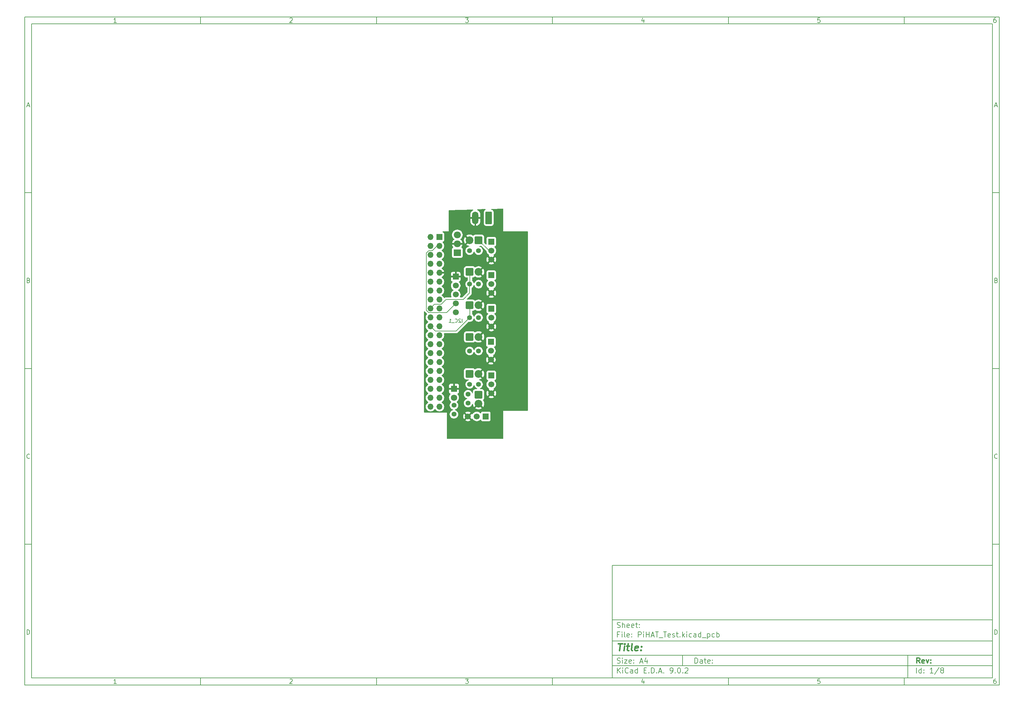
<source format=gbr>
%TF.GenerationSoftware,KiCad,Pcbnew,9.0.2*%
%TF.CreationDate,2025-07-16T09:33:13+08:00*%
%TF.ProjectId,PiHAT_Test,50694841-545f-4546-9573-742e6b696361,rev?*%
%TF.SameCoordinates,Original*%
%TF.FileFunction,Copper,L2,Bot*%
%TF.FilePolarity,Positive*%
%FSLAX46Y46*%
G04 Gerber Fmt 4.6, Leading zero omitted, Abs format (unit mm)*
G04 Created by KiCad (PCBNEW 9.0.2) date 2025-07-16 09:33:13*
%MOMM*%
%LPD*%
G01*
G04 APERTURE LIST*
G04 Aperture macros list*
%AMRoundRect*
0 Rectangle with rounded corners*
0 $1 Rounding radius*
0 $2 $3 $4 $5 $6 $7 $8 $9 X,Y pos of 4 corners*
0 Add a 4 corners polygon primitive as box body*
4,1,4,$2,$3,$4,$5,$6,$7,$8,$9,$2,$3,0*
0 Add four circle primitives for the rounded corners*
1,1,$1+$1,$2,$3*
1,1,$1+$1,$4,$5*
1,1,$1+$1,$6,$7*
1,1,$1+$1,$8,$9*
0 Add four rect primitives between the rounded corners*
20,1,$1+$1,$2,$3,$4,$5,0*
20,1,$1+$1,$4,$5,$6,$7,0*
20,1,$1+$1,$6,$7,$8,$9,0*
20,1,$1+$1,$8,$9,$2,$3,0*%
G04 Aperture macros list end*
%ADD10C,0.100000*%
%ADD11C,0.150000*%
%ADD12C,0.300000*%
%ADD13C,0.400000*%
%TA.AperFunction,NonConductor*%
%ADD14C,0.150000*%
%TD*%
%TA.AperFunction,ComponentPad*%
%ADD15R,1.700000X1.700000*%
%TD*%
%TA.AperFunction,ComponentPad*%
%ADD16O,1.700000X1.700000*%
%TD*%
%TA.AperFunction,ComponentPad*%
%ADD17C,1.700000*%
%TD*%
%TA.AperFunction,ComponentPad*%
%ADD18RoundRect,0.249999X-0.850001X-0.850001X0.850001X-0.850001X0.850001X0.850001X-0.850001X0.850001X0*%
%TD*%
%TA.AperFunction,ComponentPad*%
%ADD19C,2.200000*%
%TD*%
%TA.AperFunction,ComponentPad*%
%ADD20R,1.800000X1.800000*%
%TD*%
%TA.AperFunction,ComponentPad*%
%ADD21C,1.800000*%
%TD*%
%TA.AperFunction,ComponentPad*%
%ADD22RoundRect,0.250000X0.650000X1.550000X-0.650000X1.550000X-0.650000X-1.550000X0.650000X-1.550000X0*%
%TD*%
%TA.AperFunction,ComponentPad*%
%ADD23O,1.800000X3.600000*%
%TD*%
%TA.AperFunction,ComponentPad*%
%ADD24C,1.400000*%
%TD*%
%TA.AperFunction,ComponentPad*%
%ADD25RoundRect,0.249999X-0.850001X0.850001X-0.850001X-0.850001X0.850001X-0.850001X0.850001X0.850001X0*%
%TD*%
%TA.AperFunction,ComponentPad*%
%ADD26RoundRect,0.249999X0.850001X0.850001X-0.850001X0.850001X-0.850001X-0.850001X0.850001X-0.850001X0*%
%TD*%
%TA.AperFunction,ComponentPad*%
%ADD27R,2.000000X1.905000*%
%TD*%
%TA.AperFunction,ComponentPad*%
%ADD28O,2.000000X1.905000*%
%TD*%
%TA.AperFunction,Conductor*%
%ADD29C,0.400000*%
%TD*%
%TA.AperFunction,Conductor*%
%ADD30C,0.200000*%
%TD*%
G04 APERTURE END LIST*
D10*
D11*
X177002200Y-166007200D02*
X285002200Y-166007200D01*
X285002200Y-198007200D01*
X177002200Y-198007200D01*
X177002200Y-166007200D01*
D10*
D11*
X10000000Y-10000000D02*
X287002200Y-10000000D01*
X287002200Y-200007200D01*
X10000000Y-200007200D01*
X10000000Y-10000000D01*
D10*
D11*
X12000000Y-12000000D02*
X285002200Y-12000000D01*
X285002200Y-198007200D01*
X12000000Y-198007200D01*
X12000000Y-12000000D01*
D10*
D11*
X60000000Y-12000000D02*
X60000000Y-10000000D01*
D10*
D11*
X110000000Y-12000000D02*
X110000000Y-10000000D01*
D10*
D11*
X160000000Y-12000000D02*
X160000000Y-10000000D01*
D10*
D11*
X210000000Y-12000000D02*
X210000000Y-10000000D01*
D10*
D11*
X260000000Y-12000000D02*
X260000000Y-10000000D01*
D10*
D11*
X36089160Y-11593604D02*
X35346303Y-11593604D01*
X35717731Y-11593604D02*
X35717731Y-10293604D01*
X35717731Y-10293604D02*
X35593922Y-10479319D01*
X35593922Y-10479319D02*
X35470112Y-10603128D01*
X35470112Y-10603128D02*
X35346303Y-10665033D01*
D10*
D11*
X85346303Y-10417414D02*
X85408207Y-10355509D01*
X85408207Y-10355509D02*
X85532017Y-10293604D01*
X85532017Y-10293604D02*
X85841541Y-10293604D01*
X85841541Y-10293604D02*
X85965350Y-10355509D01*
X85965350Y-10355509D02*
X86027255Y-10417414D01*
X86027255Y-10417414D02*
X86089160Y-10541223D01*
X86089160Y-10541223D02*
X86089160Y-10665033D01*
X86089160Y-10665033D02*
X86027255Y-10850747D01*
X86027255Y-10850747D02*
X85284398Y-11593604D01*
X85284398Y-11593604D02*
X86089160Y-11593604D01*
D10*
D11*
X135284398Y-10293604D02*
X136089160Y-10293604D01*
X136089160Y-10293604D02*
X135655826Y-10788842D01*
X135655826Y-10788842D02*
X135841541Y-10788842D01*
X135841541Y-10788842D02*
X135965350Y-10850747D01*
X135965350Y-10850747D02*
X136027255Y-10912652D01*
X136027255Y-10912652D02*
X136089160Y-11036461D01*
X136089160Y-11036461D02*
X136089160Y-11345985D01*
X136089160Y-11345985D02*
X136027255Y-11469795D01*
X136027255Y-11469795D02*
X135965350Y-11531700D01*
X135965350Y-11531700D02*
X135841541Y-11593604D01*
X135841541Y-11593604D02*
X135470112Y-11593604D01*
X135470112Y-11593604D02*
X135346303Y-11531700D01*
X135346303Y-11531700D02*
X135284398Y-11469795D01*
D10*
D11*
X185965350Y-10726938D02*
X185965350Y-11593604D01*
X185655826Y-10231700D02*
X185346303Y-11160271D01*
X185346303Y-11160271D02*
X186151064Y-11160271D01*
D10*
D11*
X236027255Y-10293604D02*
X235408207Y-10293604D01*
X235408207Y-10293604D02*
X235346303Y-10912652D01*
X235346303Y-10912652D02*
X235408207Y-10850747D01*
X235408207Y-10850747D02*
X235532017Y-10788842D01*
X235532017Y-10788842D02*
X235841541Y-10788842D01*
X235841541Y-10788842D02*
X235965350Y-10850747D01*
X235965350Y-10850747D02*
X236027255Y-10912652D01*
X236027255Y-10912652D02*
X236089160Y-11036461D01*
X236089160Y-11036461D02*
X236089160Y-11345985D01*
X236089160Y-11345985D02*
X236027255Y-11469795D01*
X236027255Y-11469795D02*
X235965350Y-11531700D01*
X235965350Y-11531700D02*
X235841541Y-11593604D01*
X235841541Y-11593604D02*
X235532017Y-11593604D01*
X235532017Y-11593604D02*
X235408207Y-11531700D01*
X235408207Y-11531700D02*
X235346303Y-11469795D01*
D10*
D11*
X285965350Y-10293604D02*
X285717731Y-10293604D01*
X285717731Y-10293604D02*
X285593922Y-10355509D01*
X285593922Y-10355509D02*
X285532017Y-10417414D01*
X285532017Y-10417414D02*
X285408207Y-10603128D01*
X285408207Y-10603128D02*
X285346303Y-10850747D01*
X285346303Y-10850747D02*
X285346303Y-11345985D01*
X285346303Y-11345985D02*
X285408207Y-11469795D01*
X285408207Y-11469795D02*
X285470112Y-11531700D01*
X285470112Y-11531700D02*
X285593922Y-11593604D01*
X285593922Y-11593604D02*
X285841541Y-11593604D01*
X285841541Y-11593604D02*
X285965350Y-11531700D01*
X285965350Y-11531700D02*
X286027255Y-11469795D01*
X286027255Y-11469795D02*
X286089160Y-11345985D01*
X286089160Y-11345985D02*
X286089160Y-11036461D01*
X286089160Y-11036461D02*
X286027255Y-10912652D01*
X286027255Y-10912652D02*
X285965350Y-10850747D01*
X285965350Y-10850747D02*
X285841541Y-10788842D01*
X285841541Y-10788842D02*
X285593922Y-10788842D01*
X285593922Y-10788842D02*
X285470112Y-10850747D01*
X285470112Y-10850747D02*
X285408207Y-10912652D01*
X285408207Y-10912652D02*
X285346303Y-11036461D01*
D10*
D11*
X60000000Y-198007200D02*
X60000000Y-200007200D01*
D10*
D11*
X110000000Y-198007200D02*
X110000000Y-200007200D01*
D10*
D11*
X160000000Y-198007200D02*
X160000000Y-200007200D01*
D10*
D11*
X210000000Y-198007200D02*
X210000000Y-200007200D01*
D10*
D11*
X260000000Y-198007200D02*
X260000000Y-200007200D01*
D10*
D11*
X36089160Y-199600804D02*
X35346303Y-199600804D01*
X35717731Y-199600804D02*
X35717731Y-198300804D01*
X35717731Y-198300804D02*
X35593922Y-198486519D01*
X35593922Y-198486519D02*
X35470112Y-198610328D01*
X35470112Y-198610328D02*
X35346303Y-198672233D01*
D10*
D11*
X85346303Y-198424614D02*
X85408207Y-198362709D01*
X85408207Y-198362709D02*
X85532017Y-198300804D01*
X85532017Y-198300804D02*
X85841541Y-198300804D01*
X85841541Y-198300804D02*
X85965350Y-198362709D01*
X85965350Y-198362709D02*
X86027255Y-198424614D01*
X86027255Y-198424614D02*
X86089160Y-198548423D01*
X86089160Y-198548423D02*
X86089160Y-198672233D01*
X86089160Y-198672233D02*
X86027255Y-198857947D01*
X86027255Y-198857947D02*
X85284398Y-199600804D01*
X85284398Y-199600804D02*
X86089160Y-199600804D01*
D10*
D11*
X135284398Y-198300804D02*
X136089160Y-198300804D01*
X136089160Y-198300804D02*
X135655826Y-198796042D01*
X135655826Y-198796042D02*
X135841541Y-198796042D01*
X135841541Y-198796042D02*
X135965350Y-198857947D01*
X135965350Y-198857947D02*
X136027255Y-198919852D01*
X136027255Y-198919852D02*
X136089160Y-199043661D01*
X136089160Y-199043661D02*
X136089160Y-199353185D01*
X136089160Y-199353185D02*
X136027255Y-199476995D01*
X136027255Y-199476995D02*
X135965350Y-199538900D01*
X135965350Y-199538900D02*
X135841541Y-199600804D01*
X135841541Y-199600804D02*
X135470112Y-199600804D01*
X135470112Y-199600804D02*
X135346303Y-199538900D01*
X135346303Y-199538900D02*
X135284398Y-199476995D01*
D10*
D11*
X185965350Y-198734138D02*
X185965350Y-199600804D01*
X185655826Y-198238900D02*
X185346303Y-199167471D01*
X185346303Y-199167471D02*
X186151064Y-199167471D01*
D10*
D11*
X236027255Y-198300804D02*
X235408207Y-198300804D01*
X235408207Y-198300804D02*
X235346303Y-198919852D01*
X235346303Y-198919852D02*
X235408207Y-198857947D01*
X235408207Y-198857947D02*
X235532017Y-198796042D01*
X235532017Y-198796042D02*
X235841541Y-198796042D01*
X235841541Y-198796042D02*
X235965350Y-198857947D01*
X235965350Y-198857947D02*
X236027255Y-198919852D01*
X236027255Y-198919852D02*
X236089160Y-199043661D01*
X236089160Y-199043661D02*
X236089160Y-199353185D01*
X236089160Y-199353185D02*
X236027255Y-199476995D01*
X236027255Y-199476995D02*
X235965350Y-199538900D01*
X235965350Y-199538900D02*
X235841541Y-199600804D01*
X235841541Y-199600804D02*
X235532017Y-199600804D01*
X235532017Y-199600804D02*
X235408207Y-199538900D01*
X235408207Y-199538900D02*
X235346303Y-199476995D01*
D10*
D11*
X285965350Y-198300804D02*
X285717731Y-198300804D01*
X285717731Y-198300804D02*
X285593922Y-198362709D01*
X285593922Y-198362709D02*
X285532017Y-198424614D01*
X285532017Y-198424614D02*
X285408207Y-198610328D01*
X285408207Y-198610328D02*
X285346303Y-198857947D01*
X285346303Y-198857947D02*
X285346303Y-199353185D01*
X285346303Y-199353185D02*
X285408207Y-199476995D01*
X285408207Y-199476995D02*
X285470112Y-199538900D01*
X285470112Y-199538900D02*
X285593922Y-199600804D01*
X285593922Y-199600804D02*
X285841541Y-199600804D01*
X285841541Y-199600804D02*
X285965350Y-199538900D01*
X285965350Y-199538900D02*
X286027255Y-199476995D01*
X286027255Y-199476995D02*
X286089160Y-199353185D01*
X286089160Y-199353185D02*
X286089160Y-199043661D01*
X286089160Y-199043661D02*
X286027255Y-198919852D01*
X286027255Y-198919852D02*
X285965350Y-198857947D01*
X285965350Y-198857947D02*
X285841541Y-198796042D01*
X285841541Y-198796042D02*
X285593922Y-198796042D01*
X285593922Y-198796042D02*
X285470112Y-198857947D01*
X285470112Y-198857947D02*
X285408207Y-198919852D01*
X285408207Y-198919852D02*
X285346303Y-199043661D01*
D10*
D11*
X10000000Y-60000000D02*
X12000000Y-60000000D01*
D10*
D11*
X10000000Y-110000000D02*
X12000000Y-110000000D01*
D10*
D11*
X10000000Y-160000000D02*
X12000000Y-160000000D01*
D10*
D11*
X10690476Y-35222176D02*
X11309523Y-35222176D01*
X10566666Y-35593604D02*
X10999999Y-34293604D01*
X10999999Y-34293604D02*
X11433333Y-35593604D01*
D10*
D11*
X11092857Y-84912652D02*
X11278571Y-84974557D01*
X11278571Y-84974557D02*
X11340476Y-85036461D01*
X11340476Y-85036461D02*
X11402380Y-85160271D01*
X11402380Y-85160271D02*
X11402380Y-85345985D01*
X11402380Y-85345985D02*
X11340476Y-85469795D01*
X11340476Y-85469795D02*
X11278571Y-85531700D01*
X11278571Y-85531700D02*
X11154761Y-85593604D01*
X11154761Y-85593604D02*
X10659523Y-85593604D01*
X10659523Y-85593604D02*
X10659523Y-84293604D01*
X10659523Y-84293604D02*
X11092857Y-84293604D01*
X11092857Y-84293604D02*
X11216666Y-84355509D01*
X11216666Y-84355509D02*
X11278571Y-84417414D01*
X11278571Y-84417414D02*
X11340476Y-84541223D01*
X11340476Y-84541223D02*
X11340476Y-84665033D01*
X11340476Y-84665033D02*
X11278571Y-84788842D01*
X11278571Y-84788842D02*
X11216666Y-84850747D01*
X11216666Y-84850747D02*
X11092857Y-84912652D01*
X11092857Y-84912652D02*
X10659523Y-84912652D01*
D10*
D11*
X11402380Y-135469795D02*
X11340476Y-135531700D01*
X11340476Y-135531700D02*
X11154761Y-135593604D01*
X11154761Y-135593604D02*
X11030952Y-135593604D01*
X11030952Y-135593604D02*
X10845238Y-135531700D01*
X10845238Y-135531700D02*
X10721428Y-135407890D01*
X10721428Y-135407890D02*
X10659523Y-135284080D01*
X10659523Y-135284080D02*
X10597619Y-135036461D01*
X10597619Y-135036461D02*
X10597619Y-134850747D01*
X10597619Y-134850747D02*
X10659523Y-134603128D01*
X10659523Y-134603128D02*
X10721428Y-134479319D01*
X10721428Y-134479319D02*
X10845238Y-134355509D01*
X10845238Y-134355509D02*
X11030952Y-134293604D01*
X11030952Y-134293604D02*
X11154761Y-134293604D01*
X11154761Y-134293604D02*
X11340476Y-134355509D01*
X11340476Y-134355509D02*
X11402380Y-134417414D01*
D10*
D11*
X10659523Y-185593604D02*
X10659523Y-184293604D01*
X10659523Y-184293604D02*
X10969047Y-184293604D01*
X10969047Y-184293604D02*
X11154761Y-184355509D01*
X11154761Y-184355509D02*
X11278571Y-184479319D01*
X11278571Y-184479319D02*
X11340476Y-184603128D01*
X11340476Y-184603128D02*
X11402380Y-184850747D01*
X11402380Y-184850747D02*
X11402380Y-185036461D01*
X11402380Y-185036461D02*
X11340476Y-185284080D01*
X11340476Y-185284080D02*
X11278571Y-185407890D01*
X11278571Y-185407890D02*
X11154761Y-185531700D01*
X11154761Y-185531700D02*
X10969047Y-185593604D01*
X10969047Y-185593604D02*
X10659523Y-185593604D01*
D10*
D11*
X287002200Y-60000000D02*
X285002200Y-60000000D01*
D10*
D11*
X287002200Y-110000000D02*
X285002200Y-110000000D01*
D10*
D11*
X287002200Y-160000000D02*
X285002200Y-160000000D01*
D10*
D11*
X285692676Y-35222176D02*
X286311723Y-35222176D01*
X285568866Y-35593604D02*
X286002199Y-34293604D01*
X286002199Y-34293604D02*
X286435533Y-35593604D01*
D10*
D11*
X286095057Y-84912652D02*
X286280771Y-84974557D01*
X286280771Y-84974557D02*
X286342676Y-85036461D01*
X286342676Y-85036461D02*
X286404580Y-85160271D01*
X286404580Y-85160271D02*
X286404580Y-85345985D01*
X286404580Y-85345985D02*
X286342676Y-85469795D01*
X286342676Y-85469795D02*
X286280771Y-85531700D01*
X286280771Y-85531700D02*
X286156961Y-85593604D01*
X286156961Y-85593604D02*
X285661723Y-85593604D01*
X285661723Y-85593604D02*
X285661723Y-84293604D01*
X285661723Y-84293604D02*
X286095057Y-84293604D01*
X286095057Y-84293604D02*
X286218866Y-84355509D01*
X286218866Y-84355509D02*
X286280771Y-84417414D01*
X286280771Y-84417414D02*
X286342676Y-84541223D01*
X286342676Y-84541223D02*
X286342676Y-84665033D01*
X286342676Y-84665033D02*
X286280771Y-84788842D01*
X286280771Y-84788842D02*
X286218866Y-84850747D01*
X286218866Y-84850747D02*
X286095057Y-84912652D01*
X286095057Y-84912652D02*
X285661723Y-84912652D01*
D10*
D11*
X286404580Y-135469795D02*
X286342676Y-135531700D01*
X286342676Y-135531700D02*
X286156961Y-135593604D01*
X286156961Y-135593604D02*
X286033152Y-135593604D01*
X286033152Y-135593604D02*
X285847438Y-135531700D01*
X285847438Y-135531700D02*
X285723628Y-135407890D01*
X285723628Y-135407890D02*
X285661723Y-135284080D01*
X285661723Y-135284080D02*
X285599819Y-135036461D01*
X285599819Y-135036461D02*
X285599819Y-134850747D01*
X285599819Y-134850747D02*
X285661723Y-134603128D01*
X285661723Y-134603128D02*
X285723628Y-134479319D01*
X285723628Y-134479319D02*
X285847438Y-134355509D01*
X285847438Y-134355509D02*
X286033152Y-134293604D01*
X286033152Y-134293604D02*
X286156961Y-134293604D01*
X286156961Y-134293604D02*
X286342676Y-134355509D01*
X286342676Y-134355509D02*
X286404580Y-134417414D01*
D10*
D11*
X285661723Y-185593604D02*
X285661723Y-184293604D01*
X285661723Y-184293604D02*
X285971247Y-184293604D01*
X285971247Y-184293604D02*
X286156961Y-184355509D01*
X286156961Y-184355509D02*
X286280771Y-184479319D01*
X286280771Y-184479319D02*
X286342676Y-184603128D01*
X286342676Y-184603128D02*
X286404580Y-184850747D01*
X286404580Y-184850747D02*
X286404580Y-185036461D01*
X286404580Y-185036461D02*
X286342676Y-185284080D01*
X286342676Y-185284080D02*
X286280771Y-185407890D01*
X286280771Y-185407890D02*
X286156961Y-185531700D01*
X286156961Y-185531700D02*
X285971247Y-185593604D01*
X285971247Y-185593604D02*
X285661723Y-185593604D01*
D10*
D11*
X200458026Y-193793328D02*
X200458026Y-192293328D01*
X200458026Y-192293328D02*
X200815169Y-192293328D01*
X200815169Y-192293328D02*
X201029455Y-192364757D01*
X201029455Y-192364757D02*
X201172312Y-192507614D01*
X201172312Y-192507614D02*
X201243741Y-192650471D01*
X201243741Y-192650471D02*
X201315169Y-192936185D01*
X201315169Y-192936185D02*
X201315169Y-193150471D01*
X201315169Y-193150471D02*
X201243741Y-193436185D01*
X201243741Y-193436185D02*
X201172312Y-193579042D01*
X201172312Y-193579042D02*
X201029455Y-193721900D01*
X201029455Y-193721900D02*
X200815169Y-193793328D01*
X200815169Y-193793328D02*
X200458026Y-193793328D01*
X202600884Y-193793328D02*
X202600884Y-193007614D01*
X202600884Y-193007614D02*
X202529455Y-192864757D01*
X202529455Y-192864757D02*
X202386598Y-192793328D01*
X202386598Y-192793328D02*
X202100884Y-192793328D01*
X202100884Y-192793328D02*
X201958026Y-192864757D01*
X202600884Y-193721900D02*
X202458026Y-193793328D01*
X202458026Y-193793328D02*
X202100884Y-193793328D01*
X202100884Y-193793328D02*
X201958026Y-193721900D01*
X201958026Y-193721900D02*
X201886598Y-193579042D01*
X201886598Y-193579042D02*
X201886598Y-193436185D01*
X201886598Y-193436185D02*
X201958026Y-193293328D01*
X201958026Y-193293328D02*
X202100884Y-193221900D01*
X202100884Y-193221900D02*
X202458026Y-193221900D01*
X202458026Y-193221900D02*
X202600884Y-193150471D01*
X203100884Y-192793328D02*
X203672312Y-192793328D01*
X203315169Y-192293328D02*
X203315169Y-193579042D01*
X203315169Y-193579042D02*
X203386598Y-193721900D01*
X203386598Y-193721900D02*
X203529455Y-193793328D01*
X203529455Y-193793328D02*
X203672312Y-193793328D01*
X204743741Y-193721900D02*
X204600884Y-193793328D01*
X204600884Y-193793328D02*
X204315170Y-193793328D01*
X204315170Y-193793328D02*
X204172312Y-193721900D01*
X204172312Y-193721900D02*
X204100884Y-193579042D01*
X204100884Y-193579042D02*
X204100884Y-193007614D01*
X204100884Y-193007614D02*
X204172312Y-192864757D01*
X204172312Y-192864757D02*
X204315170Y-192793328D01*
X204315170Y-192793328D02*
X204600884Y-192793328D01*
X204600884Y-192793328D02*
X204743741Y-192864757D01*
X204743741Y-192864757D02*
X204815170Y-193007614D01*
X204815170Y-193007614D02*
X204815170Y-193150471D01*
X204815170Y-193150471D02*
X204100884Y-193293328D01*
X205458026Y-193650471D02*
X205529455Y-193721900D01*
X205529455Y-193721900D02*
X205458026Y-193793328D01*
X205458026Y-193793328D02*
X205386598Y-193721900D01*
X205386598Y-193721900D02*
X205458026Y-193650471D01*
X205458026Y-193650471D02*
X205458026Y-193793328D01*
X205458026Y-192864757D02*
X205529455Y-192936185D01*
X205529455Y-192936185D02*
X205458026Y-193007614D01*
X205458026Y-193007614D02*
X205386598Y-192936185D01*
X205386598Y-192936185D02*
X205458026Y-192864757D01*
X205458026Y-192864757D02*
X205458026Y-193007614D01*
D10*
D11*
X177002200Y-194507200D02*
X285002200Y-194507200D01*
D10*
D11*
X178458026Y-196593328D02*
X178458026Y-195093328D01*
X179315169Y-196593328D02*
X178672312Y-195736185D01*
X179315169Y-195093328D02*
X178458026Y-195950471D01*
X179958026Y-196593328D02*
X179958026Y-195593328D01*
X179958026Y-195093328D02*
X179886598Y-195164757D01*
X179886598Y-195164757D02*
X179958026Y-195236185D01*
X179958026Y-195236185D02*
X180029455Y-195164757D01*
X180029455Y-195164757D02*
X179958026Y-195093328D01*
X179958026Y-195093328D02*
X179958026Y-195236185D01*
X181529455Y-196450471D02*
X181458027Y-196521900D01*
X181458027Y-196521900D02*
X181243741Y-196593328D01*
X181243741Y-196593328D02*
X181100884Y-196593328D01*
X181100884Y-196593328D02*
X180886598Y-196521900D01*
X180886598Y-196521900D02*
X180743741Y-196379042D01*
X180743741Y-196379042D02*
X180672312Y-196236185D01*
X180672312Y-196236185D02*
X180600884Y-195950471D01*
X180600884Y-195950471D02*
X180600884Y-195736185D01*
X180600884Y-195736185D02*
X180672312Y-195450471D01*
X180672312Y-195450471D02*
X180743741Y-195307614D01*
X180743741Y-195307614D02*
X180886598Y-195164757D01*
X180886598Y-195164757D02*
X181100884Y-195093328D01*
X181100884Y-195093328D02*
X181243741Y-195093328D01*
X181243741Y-195093328D02*
X181458027Y-195164757D01*
X181458027Y-195164757D02*
X181529455Y-195236185D01*
X182815170Y-196593328D02*
X182815170Y-195807614D01*
X182815170Y-195807614D02*
X182743741Y-195664757D01*
X182743741Y-195664757D02*
X182600884Y-195593328D01*
X182600884Y-195593328D02*
X182315170Y-195593328D01*
X182315170Y-195593328D02*
X182172312Y-195664757D01*
X182815170Y-196521900D02*
X182672312Y-196593328D01*
X182672312Y-196593328D02*
X182315170Y-196593328D01*
X182315170Y-196593328D02*
X182172312Y-196521900D01*
X182172312Y-196521900D02*
X182100884Y-196379042D01*
X182100884Y-196379042D02*
X182100884Y-196236185D01*
X182100884Y-196236185D02*
X182172312Y-196093328D01*
X182172312Y-196093328D02*
X182315170Y-196021900D01*
X182315170Y-196021900D02*
X182672312Y-196021900D01*
X182672312Y-196021900D02*
X182815170Y-195950471D01*
X184172313Y-196593328D02*
X184172313Y-195093328D01*
X184172313Y-196521900D02*
X184029455Y-196593328D01*
X184029455Y-196593328D02*
X183743741Y-196593328D01*
X183743741Y-196593328D02*
X183600884Y-196521900D01*
X183600884Y-196521900D02*
X183529455Y-196450471D01*
X183529455Y-196450471D02*
X183458027Y-196307614D01*
X183458027Y-196307614D02*
X183458027Y-195879042D01*
X183458027Y-195879042D02*
X183529455Y-195736185D01*
X183529455Y-195736185D02*
X183600884Y-195664757D01*
X183600884Y-195664757D02*
X183743741Y-195593328D01*
X183743741Y-195593328D02*
X184029455Y-195593328D01*
X184029455Y-195593328D02*
X184172313Y-195664757D01*
X186029455Y-195807614D02*
X186529455Y-195807614D01*
X186743741Y-196593328D02*
X186029455Y-196593328D01*
X186029455Y-196593328D02*
X186029455Y-195093328D01*
X186029455Y-195093328D02*
X186743741Y-195093328D01*
X187386598Y-196450471D02*
X187458027Y-196521900D01*
X187458027Y-196521900D02*
X187386598Y-196593328D01*
X187386598Y-196593328D02*
X187315170Y-196521900D01*
X187315170Y-196521900D02*
X187386598Y-196450471D01*
X187386598Y-196450471D02*
X187386598Y-196593328D01*
X188100884Y-196593328D02*
X188100884Y-195093328D01*
X188100884Y-195093328D02*
X188458027Y-195093328D01*
X188458027Y-195093328D02*
X188672313Y-195164757D01*
X188672313Y-195164757D02*
X188815170Y-195307614D01*
X188815170Y-195307614D02*
X188886599Y-195450471D01*
X188886599Y-195450471D02*
X188958027Y-195736185D01*
X188958027Y-195736185D02*
X188958027Y-195950471D01*
X188958027Y-195950471D02*
X188886599Y-196236185D01*
X188886599Y-196236185D02*
X188815170Y-196379042D01*
X188815170Y-196379042D02*
X188672313Y-196521900D01*
X188672313Y-196521900D02*
X188458027Y-196593328D01*
X188458027Y-196593328D02*
X188100884Y-196593328D01*
X189600884Y-196450471D02*
X189672313Y-196521900D01*
X189672313Y-196521900D02*
X189600884Y-196593328D01*
X189600884Y-196593328D02*
X189529456Y-196521900D01*
X189529456Y-196521900D02*
X189600884Y-196450471D01*
X189600884Y-196450471D02*
X189600884Y-196593328D01*
X190243742Y-196164757D02*
X190958028Y-196164757D01*
X190100885Y-196593328D02*
X190600885Y-195093328D01*
X190600885Y-195093328D02*
X191100885Y-196593328D01*
X191600884Y-196450471D02*
X191672313Y-196521900D01*
X191672313Y-196521900D02*
X191600884Y-196593328D01*
X191600884Y-196593328D02*
X191529456Y-196521900D01*
X191529456Y-196521900D02*
X191600884Y-196450471D01*
X191600884Y-196450471D02*
X191600884Y-196593328D01*
X193529456Y-196593328D02*
X193815170Y-196593328D01*
X193815170Y-196593328D02*
X193958027Y-196521900D01*
X193958027Y-196521900D02*
X194029456Y-196450471D01*
X194029456Y-196450471D02*
X194172313Y-196236185D01*
X194172313Y-196236185D02*
X194243742Y-195950471D01*
X194243742Y-195950471D02*
X194243742Y-195379042D01*
X194243742Y-195379042D02*
X194172313Y-195236185D01*
X194172313Y-195236185D02*
X194100885Y-195164757D01*
X194100885Y-195164757D02*
X193958027Y-195093328D01*
X193958027Y-195093328D02*
X193672313Y-195093328D01*
X193672313Y-195093328D02*
X193529456Y-195164757D01*
X193529456Y-195164757D02*
X193458027Y-195236185D01*
X193458027Y-195236185D02*
X193386599Y-195379042D01*
X193386599Y-195379042D02*
X193386599Y-195736185D01*
X193386599Y-195736185D02*
X193458027Y-195879042D01*
X193458027Y-195879042D02*
X193529456Y-195950471D01*
X193529456Y-195950471D02*
X193672313Y-196021900D01*
X193672313Y-196021900D02*
X193958027Y-196021900D01*
X193958027Y-196021900D02*
X194100885Y-195950471D01*
X194100885Y-195950471D02*
X194172313Y-195879042D01*
X194172313Y-195879042D02*
X194243742Y-195736185D01*
X194886598Y-196450471D02*
X194958027Y-196521900D01*
X194958027Y-196521900D02*
X194886598Y-196593328D01*
X194886598Y-196593328D02*
X194815170Y-196521900D01*
X194815170Y-196521900D02*
X194886598Y-196450471D01*
X194886598Y-196450471D02*
X194886598Y-196593328D01*
X195886599Y-195093328D02*
X196029456Y-195093328D01*
X196029456Y-195093328D02*
X196172313Y-195164757D01*
X196172313Y-195164757D02*
X196243742Y-195236185D01*
X196243742Y-195236185D02*
X196315170Y-195379042D01*
X196315170Y-195379042D02*
X196386599Y-195664757D01*
X196386599Y-195664757D02*
X196386599Y-196021900D01*
X196386599Y-196021900D02*
X196315170Y-196307614D01*
X196315170Y-196307614D02*
X196243742Y-196450471D01*
X196243742Y-196450471D02*
X196172313Y-196521900D01*
X196172313Y-196521900D02*
X196029456Y-196593328D01*
X196029456Y-196593328D02*
X195886599Y-196593328D01*
X195886599Y-196593328D02*
X195743742Y-196521900D01*
X195743742Y-196521900D02*
X195672313Y-196450471D01*
X195672313Y-196450471D02*
X195600884Y-196307614D01*
X195600884Y-196307614D02*
X195529456Y-196021900D01*
X195529456Y-196021900D02*
X195529456Y-195664757D01*
X195529456Y-195664757D02*
X195600884Y-195379042D01*
X195600884Y-195379042D02*
X195672313Y-195236185D01*
X195672313Y-195236185D02*
X195743742Y-195164757D01*
X195743742Y-195164757D02*
X195886599Y-195093328D01*
X197029455Y-196450471D02*
X197100884Y-196521900D01*
X197100884Y-196521900D02*
X197029455Y-196593328D01*
X197029455Y-196593328D02*
X196958027Y-196521900D01*
X196958027Y-196521900D02*
X197029455Y-196450471D01*
X197029455Y-196450471D02*
X197029455Y-196593328D01*
X197672313Y-195236185D02*
X197743741Y-195164757D01*
X197743741Y-195164757D02*
X197886599Y-195093328D01*
X197886599Y-195093328D02*
X198243741Y-195093328D01*
X198243741Y-195093328D02*
X198386599Y-195164757D01*
X198386599Y-195164757D02*
X198458027Y-195236185D01*
X198458027Y-195236185D02*
X198529456Y-195379042D01*
X198529456Y-195379042D02*
X198529456Y-195521900D01*
X198529456Y-195521900D02*
X198458027Y-195736185D01*
X198458027Y-195736185D02*
X197600884Y-196593328D01*
X197600884Y-196593328D02*
X198529456Y-196593328D01*
D10*
D11*
X177002200Y-191507200D02*
X285002200Y-191507200D01*
D10*
D12*
X264413853Y-193785528D02*
X263913853Y-193071242D01*
X263556710Y-193785528D02*
X263556710Y-192285528D01*
X263556710Y-192285528D02*
X264128139Y-192285528D01*
X264128139Y-192285528D02*
X264270996Y-192356957D01*
X264270996Y-192356957D02*
X264342425Y-192428385D01*
X264342425Y-192428385D02*
X264413853Y-192571242D01*
X264413853Y-192571242D02*
X264413853Y-192785528D01*
X264413853Y-192785528D02*
X264342425Y-192928385D01*
X264342425Y-192928385D02*
X264270996Y-192999814D01*
X264270996Y-192999814D02*
X264128139Y-193071242D01*
X264128139Y-193071242D02*
X263556710Y-193071242D01*
X265628139Y-193714100D02*
X265485282Y-193785528D01*
X265485282Y-193785528D02*
X265199568Y-193785528D01*
X265199568Y-193785528D02*
X265056710Y-193714100D01*
X265056710Y-193714100D02*
X264985282Y-193571242D01*
X264985282Y-193571242D02*
X264985282Y-192999814D01*
X264985282Y-192999814D02*
X265056710Y-192856957D01*
X265056710Y-192856957D02*
X265199568Y-192785528D01*
X265199568Y-192785528D02*
X265485282Y-192785528D01*
X265485282Y-192785528D02*
X265628139Y-192856957D01*
X265628139Y-192856957D02*
X265699568Y-192999814D01*
X265699568Y-192999814D02*
X265699568Y-193142671D01*
X265699568Y-193142671D02*
X264985282Y-193285528D01*
X266199567Y-192785528D02*
X266556710Y-193785528D01*
X266556710Y-193785528D02*
X266913853Y-192785528D01*
X267485281Y-193642671D02*
X267556710Y-193714100D01*
X267556710Y-193714100D02*
X267485281Y-193785528D01*
X267485281Y-193785528D02*
X267413853Y-193714100D01*
X267413853Y-193714100D02*
X267485281Y-193642671D01*
X267485281Y-193642671D02*
X267485281Y-193785528D01*
X267485281Y-192856957D02*
X267556710Y-192928385D01*
X267556710Y-192928385D02*
X267485281Y-192999814D01*
X267485281Y-192999814D02*
X267413853Y-192928385D01*
X267413853Y-192928385D02*
X267485281Y-192856957D01*
X267485281Y-192856957D02*
X267485281Y-192999814D01*
D10*
D11*
X178386598Y-193721900D02*
X178600884Y-193793328D01*
X178600884Y-193793328D02*
X178958026Y-193793328D01*
X178958026Y-193793328D02*
X179100884Y-193721900D01*
X179100884Y-193721900D02*
X179172312Y-193650471D01*
X179172312Y-193650471D02*
X179243741Y-193507614D01*
X179243741Y-193507614D02*
X179243741Y-193364757D01*
X179243741Y-193364757D02*
X179172312Y-193221900D01*
X179172312Y-193221900D02*
X179100884Y-193150471D01*
X179100884Y-193150471D02*
X178958026Y-193079042D01*
X178958026Y-193079042D02*
X178672312Y-193007614D01*
X178672312Y-193007614D02*
X178529455Y-192936185D01*
X178529455Y-192936185D02*
X178458026Y-192864757D01*
X178458026Y-192864757D02*
X178386598Y-192721900D01*
X178386598Y-192721900D02*
X178386598Y-192579042D01*
X178386598Y-192579042D02*
X178458026Y-192436185D01*
X178458026Y-192436185D02*
X178529455Y-192364757D01*
X178529455Y-192364757D02*
X178672312Y-192293328D01*
X178672312Y-192293328D02*
X179029455Y-192293328D01*
X179029455Y-192293328D02*
X179243741Y-192364757D01*
X179886597Y-193793328D02*
X179886597Y-192793328D01*
X179886597Y-192293328D02*
X179815169Y-192364757D01*
X179815169Y-192364757D02*
X179886597Y-192436185D01*
X179886597Y-192436185D02*
X179958026Y-192364757D01*
X179958026Y-192364757D02*
X179886597Y-192293328D01*
X179886597Y-192293328D02*
X179886597Y-192436185D01*
X180458026Y-192793328D02*
X181243741Y-192793328D01*
X181243741Y-192793328D02*
X180458026Y-193793328D01*
X180458026Y-193793328D02*
X181243741Y-193793328D01*
X182386598Y-193721900D02*
X182243741Y-193793328D01*
X182243741Y-193793328D02*
X181958027Y-193793328D01*
X181958027Y-193793328D02*
X181815169Y-193721900D01*
X181815169Y-193721900D02*
X181743741Y-193579042D01*
X181743741Y-193579042D02*
X181743741Y-193007614D01*
X181743741Y-193007614D02*
X181815169Y-192864757D01*
X181815169Y-192864757D02*
X181958027Y-192793328D01*
X181958027Y-192793328D02*
X182243741Y-192793328D01*
X182243741Y-192793328D02*
X182386598Y-192864757D01*
X182386598Y-192864757D02*
X182458027Y-193007614D01*
X182458027Y-193007614D02*
X182458027Y-193150471D01*
X182458027Y-193150471D02*
X181743741Y-193293328D01*
X183100883Y-193650471D02*
X183172312Y-193721900D01*
X183172312Y-193721900D02*
X183100883Y-193793328D01*
X183100883Y-193793328D02*
X183029455Y-193721900D01*
X183029455Y-193721900D02*
X183100883Y-193650471D01*
X183100883Y-193650471D02*
X183100883Y-193793328D01*
X183100883Y-192864757D02*
X183172312Y-192936185D01*
X183172312Y-192936185D02*
X183100883Y-193007614D01*
X183100883Y-193007614D02*
X183029455Y-192936185D01*
X183029455Y-192936185D02*
X183100883Y-192864757D01*
X183100883Y-192864757D02*
X183100883Y-193007614D01*
X184886598Y-193364757D02*
X185600884Y-193364757D01*
X184743741Y-193793328D02*
X185243741Y-192293328D01*
X185243741Y-192293328D02*
X185743741Y-193793328D01*
X186886598Y-192793328D02*
X186886598Y-193793328D01*
X186529455Y-192221900D02*
X186172312Y-193293328D01*
X186172312Y-193293328D02*
X187100883Y-193293328D01*
D10*
D11*
X263458026Y-196593328D02*
X263458026Y-195093328D01*
X264815170Y-196593328D02*
X264815170Y-195093328D01*
X264815170Y-196521900D02*
X264672312Y-196593328D01*
X264672312Y-196593328D02*
X264386598Y-196593328D01*
X264386598Y-196593328D02*
X264243741Y-196521900D01*
X264243741Y-196521900D02*
X264172312Y-196450471D01*
X264172312Y-196450471D02*
X264100884Y-196307614D01*
X264100884Y-196307614D02*
X264100884Y-195879042D01*
X264100884Y-195879042D02*
X264172312Y-195736185D01*
X264172312Y-195736185D02*
X264243741Y-195664757D01*
X264243741Y-195664757D02*
X264386598Y-195593328D01*
X264386598Y-195593328D02*
X264672312Y-195593328D01*
X264672312Y-195593328D02*
X264815170Y-195664757D01*
X265529455Y-196450471D02*
X265600884Y-196521900D01*
X265600884Y-196521900D02*
X265529455Y-196593328D01*
X265529455Y-196593328D02*
X265458027Y-196521900D01*
X265458027Y-196521900D02*
X265529455Y-196450471D01*
X265529455Y-196450471D02*
X265529455Y-196593328D01*
X265529455Y-195664757D02*
X265600884Y-195736185D01*
X265600884Y-195736185D02*
X265529455Y-195807614D01*
X265529455Y-195807614D02*
X265458027Y-195736185D01*
X265458027Y-195736185D02*
X265529455Y-195664757D01*
X265529455Y-195664757D02*
X265529455Y-195807614D01*
X268172313Y-196593328D02*
X267315170Y-196593328D01*
X267743741Y-196593328D02*
X267743741Y-195093328D01*
X267743741Y-195093328D02*
X267600884Y-195307614D01*
X267600884Y-195307614D02*
X267458027Y-195450471D01*
X267458027Y-195450471D02*
X267315170Y-195521900D01*
X269886598Y-195021900D02*
X268600884Y-196950471D01*
X270600884Y-195736185D02*
X270458027Y-195664757D01*
X270458027Y-195664757D02*
X270386598Y-195593328D01*
X270386598Y-195593328D02*
X270315170Y-195450471D01*
X270315170Y-195450471D02*
X270315170Y-195379042D01*
X270315170Y-195379042D02*
X270386598Y-195236185D01*
X270386598Y-195236185D02*
X270458027Y-195164757D01*
X270458027Y-195164757D02*
X270600884Y-195093328D01*
X270600884Y-195093328D02*
X270886598Y-195093328D01*
X270886598Y-195093328D02*
X271029456Y-195164757D01*
X271029456Y-195164757D02*
X271100884Y-195236185D01*
X271100884Y-195236185D02*
X271172313Y-195379042D01*
X271172313Y-195379042D02*
X271172313Y-195450471D01*
X271172313Y-195450471D02*
X271100884Y-195593328D01*
X271100884Y-195593328D02*
X271029456Y-195664757D01*
X271029456Y-195664757D02*
X270886598Y-195736185D01*
X270886598Y-195736185D02*
X270600884Y-195736185D01*
X270600884Y-195736185D02*
X270458027Y-195807614D01*
X270458027Y-195807614D02*
X270386598Y-195879042D01*
X270386598Y-195879042D02*
X270315170Y-196021900D01*
X270315170Y-196021900D02*
X270315170Y-196307614D01*
X270315170Y-196307614D02*
X270386598Y-196450471D01*
X270386598Y-196450471D02*
X270458027Y-196521900D01*
X270458027Y-196521900D02*
X270600884Y-196593328D01*
X270600884Y-196593328D02*
X270886598Y-196593328D01*
X270886598Y-196593328D02*
X271029456Y-196521900D01*
X271029456Y-196521900D02*
X271100884Y-196450471D01*
X271100884Y-196450471D02*
X271172313Y-196307614D01*
X271172313Y-196307614D02*
X271172313Y-196021900D01*
X271172313Y-196021900D02*
X271100884Y-195879042D01*
X271100884Y-195879042D02*
X271029456Y-195807614D01*
X271029456Y-195807614D02*
X270886598Y-195736185D01*
D10*
D11*
X177002200Y-187507200D02*
X285002200Y-187507200D01*
D10*
D13*
X178693928Y-188211638D02*
X179836785Y-188211638D01*
X179015357Y-190211638D02*
X179265357Y-188211638D01*
X180253452Y-190211638D02*
X180420119Y-188878304D01*
X180503452Y-188211638D02*
X180396309Y-188306876D01*
X180396309Y-188306876D02*
X180479643Y-188402114D01*
X180479643Y-188402114D02*
X180586786Y-188306876D01*
X180586786Y-188306876D02*
X180503452Y-188211638D01*
X180503452Y-188211638D02*
X180479643Y-188402114D01*
X181086786Y-188878304D02*
X181848690Y-188878304D01*
X181455833Y-188211638D02*
X181241548Y-189925923D01*
X181241548Y-189925923D02*
X181312976Y-190116400D01*
X181312976Y-190116400D02*
X181491548Y-190211638D01*
X181491548Y-190211638D02*
X181682024Y-190211638D01*
X182634405Y-190211638D02*
X182455833Y-190116400D01*
X182455833Y-190116400D02*
X182384405Y-189925923D01*
X182384405Y-189925923D02*
X182598690Y-188211638D01*
X184170119Y-190116400D02*
X183967738Y-190211638D01*
X183967738Y-190211638D02*
X183586785Y-190211638D01*
X183586785Y-190211638D02*
X183408214Y-190116400D01*
X183408214Y-190116400D02*
X183336785Y-189925923D01*
X183336785Y-189925923D02*
X183432024Y-189164019D01*
X183432024Y-189164019D02*
X183551071Y-188973542D01*
X183551071Y-188973542D02*
X183753452Y-188878304D01*
X183753452Y-188878304D02*
X184134404Y-188878304D01*
X184134404Y-188878304D02*
X184312976Y-188973542D01*
X184312976Y-188973542D02*
X184384404Y-189164019D01*
X184384404Y-189164019D02*
X184360595Y-189354495D01*
X184360595Y-189354495D02*
X183384404Y-189544971D01*
X185134405Y-190021161D02*
X185217738Y-190116400D01*
X185217738Y-190116400D02*
X185110595Y-190211638D01*
X185110595Y-190211638D02*
X185027262Y-190116400D01*
X185027262Y-190116400D02*
X185134405Y-190021161D01*
X185134405Y-190021161D02*
X185110595Y-190211638D01*
X185265357Y-188973542D02*
X185348690Y-189068780D01*
X185348690Y-189068780D02*
X185241548Y-189164019D01*
X185241548Y-189164019D02*
X185158214Y-189068780D01*
X185158214Y-189068780D02*
X185265357Y-188973542D01*
X185265357Y-188973542D02*
X185241548Y-189164019D01*
D10*
D11*
X178958026Y-185607614D02*
X178458026Y-185607614D01*
X178458026Y-186393328D02*
X178458026Y-184893328D01*
X178458026Y-184893328D02*
X179172312Y-184893328D01*
X179743740Y-186393328D02*
X179743740Y-185393328D01*
X179743740Y-184893328D02*
X179672312Y-184964757D01*
X179672312Y-184964757D02*
X179743740Y-185036185D01*
X179743740Y-185036185D02*
X179815169Y-184964757D01*
X179815169Y-184964757D02*
X179743740Y-184893328D01*
X179743740Y-184893328D02*
X179743740Y-185036185D01*
X180672312Y-186393328D02*
X180529455Y-186321900D01*
X180529455Y-186321900D02*
X180458026Y-186179042D01*
X180458026Y-186179042D02*
X180458026Y-184893328D01*
X181815169Y-186321900D02*
X181672312Y-186393328D01*
X181672312Y-186393328D02*
X181386598Y-186393328D01*
X181386598Y-186393328D02*
X181243740Y-186321900D01*
X181243740Y-186321900D02*
X181172312Y-186179042D01*
X181172312Y-186179042D02*
X181172312Y-185607614D01*
X181172312Y-185607614D02*
X181243740Y-185464757D01*
X181243740Y-185464757D02*
X181386598Y-185393328D01*
X181386598Y-185393328D02*
X181672312Y-185393328D01*
X181672312Y-185393328D02*
X181815169Y-185464757D01*
X181815169Y-185464757D02*
X181886598Y-185607614D01*
X181886598Y-185607614D02*
X181886598Y-185750471D01*
X181886598Y-185750471D02*
X181172312Y-185893328D01*
X182529454Y-186250471D02*
X182600883Y-186321900D01*
X182600883Y-186321900D02*
X182529454Y-186393328D01*
X182529454Y-186393328D02*
X182458026Y-186321900D01*
X182458026Y-186321900D02*
X182529454Y-186250471D01*
X182529454Y-186250471D02*
X182529454Y-186393328D01*
X182529454Y-185464757D02*
X182600883Y-185536185D01*
X182600883Y-185536185D02*
X182529454Y-185607614D01*
X182529454Y-185607614D02*
X182458026Y-185536185D01*
X182458026Y-185536185D02*
X182529454Y-185464757D01*
X182529454Y-185464757D02*
X182529454Y-185607614D01*
X184386597Y-186393328D02*
X184386597Y-184893328D01*
X184386597Y-184893328D02*
X184958026Y-184893328D01*
X184958026Y-184893328D02*
X185100883Y-184964757D01*
X185100883Y-184964757D02*
X185172312Y-185036185D01*
X185172312Y-185036185D02*
X185243740Y-185179042D01*
X185243740Y-185179042D02*
X185243740Y-185393328D01*
X185243740Y-185393328D02*
X185172312Y-185536185D01*
X185172312Y-185536185D02*
X185100883Y-185607614D01*
X185100883Y-185607614D02*
X184958026Y-185679042D01*
X184958026Y-185679042D02*
X184386597Y-185679042D01*
X185886597Y-186393328D02*
X185886597Y-185393328D01*
X185886597Y-184893328D02*
X185815169Y-184964757D01*
X185815169Y-184964757D02*
X185886597Y-185036185D01*
X185886597Y-185036185D02*
X185958026Y-184964757D01*
X185958026Y-184964757D02*
X185886597Y-184893328D01*
X185886597Y-184893328D02*
X185886597Y-185036185D01*
X186600883Y-186393328D02*
X186600883Y-184893328D01*
X186600883Y-185607614D02*
X187458026Y-185607614D01*
X187458026Y-186393328D02*
X187458026Y-184893328D01*
X188100884Y-185964757D02*
X188815170Y-185964757D01*
X187958027Y-186393328D02*
X188458027Y-184893328D01*
X188458027Y-184893328D02*
X188958027Y-186393328D01*
X189243741Y-184893328D02*
X190100884Y-184893328D01*
X189672312Y-186393328D02*
X189672312Y-184893328D01*
X190243741Y-186536185D02*
X191386598Y-186536185D01*
X191529455Y-184893328D02*
X192386598Y-184893328D01*
X191958026Y-186393328D02*
X191958026Y-184893328D01*
X193458026Y-186321900D02*
X193315169Y-186393328D01*
X193315169Y-186393328D02*
X193029455Y-186393328D01*
X193029455Y-186393328D02*
X192886597Y-186321900D01*
X192886597Y-186321900D02*
X192815169Y-186179042D01*
X192815169Y-186179042D02*
X192815169Y-185607614D01*
X192815169Y-185607614D02*
X192886597Y-185464757D01*
X192886597Y-185464757D02*
X193029455Y-185393328D01*
X193029455Y-185393328D02*
X193315169Y-185393328D01*
X193315169Y-185393328D02*
X193458026Y-185464757D01*
X193458026Y-185464757D02*
X193529455Y-185607614D01*
X193529455Y-185607614D02*
X193529455Y-185750471D01*
X193529455Y-185750471D02*
X192815169Y-185893328D01*
X194100883Y-186321900D02*
X194243740Y-186393328D01*
X194243740Y-186393328D02*
X194529454Y-186393328D01*
X194529454Y-186393328D02*
X194672311Y-186321900D01*
X194672311Y-186321900D02*
X194743740Y-186179042D01*
X194743740Y-186179042D02*
X194743740Y-186107614D01*
X194743740Y-186107614D02*
X194672311Y-185964757D01*
X194672311Y-185964757D02*
X194529454Y-185893328D01*
X194529454Y-185893328D02*
X194315169Y-185893328D01*
X194315169Y-185893328D02*
X194172311Y-185821900D01*
X194172311Y-185821900D02*
X194100883Y-185679042D01*
X194100883Y-185679042D02*
X194100883Y-185607614D01*
X194100883Y-185607614D02*
X194172311Y-185464757D01*
X194172311Y-185464757D02*
X194315169Y-185393328D01*
X194315169Y-185393328D02*
X194529454Y-185393328D01*
X194529454Y-185393328D02*
X194672311Y-185464757D01*
X195172312Y-185393328D02*
X195743740Y-185393328D01*
X195386597Y-184893328D02*
X195386597Y-186179042D01*
X195386597Y-186179042D02*
X195458026Y-186321900D01*
X195458026Y-186321900D02*
X195600883Y-186393328D01*
X195600883Y-186393328D02*
X195743740Y-186393328D01*
X196243740Y-186250471D02*
X196315169Y-186321900D01*
X196315169Y-186321900D02*
X196243740Y-186393328D01*
X196243740Y-186393328D02*
X196172312Y-186321900D01*
X196172312Y-186321900D02*
X196243740Y-186250471D01*
X196243740Y-186250471D02*
X196243740Y-186393328D01*
X196958026Y-186393328D02*
X196958026Y-184893328D01*
X197100884Y-185821900D02*
X197529455Y-186393328D01*
X197529455Y-185393328D02*
X196958026Y-185964757D01*
X198172312Y-186393328D02*
X198172312Y-185393328D01*
X198172312Y-184893328D02*
X198100884Y-184964757D01*
X198100884Y-184964757D02*
X198172312Y-185036185D01*
X198172312Y-185036185D02*
X198243741Y-184964757D01*
X198243741Y-184964757D02*
X198172312Y-184893328D01*
X198172312Y-184893328D02*
X198172312Y-185036185D01*
X199529456Y-186321900D02*
X199386598Y-186393328D01*
X199386598Y-186393328D02*
X199100884Y-186393328D01*
X199100884Y-186393328D02*
X198958027Y-186321900D01*
X198958027Y-186321900D02*
X198886598Y-186250471D01*
X198886598Y-186250471D02*
X198815170Y-186107614D01*
X198815170Y-186107614D02*
X198815170Y-185679042D01*
X198815170Y-185679042D02*
X198886598Y-185536185D01*
X198886598Y-185536185D02*
X198958027Y-185464757D01*
X198958027Y-185464757D02*
X199100884Y-185393328D01*
X199100884Y-185393328D02*
X199386598Y-185393328D01*
X199386598Y-185393328D02*
X199529456Y-185464757D01*
X200815170Y-186393328D02*
X200815170Y-185607614D01*
X200815170Y-185607614D02*
X200743741Y-185464757D01*
X200743741Y-185464757D02*
X200600884Y-185393328D01*
X200600884Y-185393328D02*
X200315170Y-185393328D01*
X200315170Y-185393328D02*
X200172312Y-185464757D01*
X200815170Y-186321900D02*
X200672312Y-186393328D01*
X200672312Y-186393328D02*
X200315170Y-186393328D01*
X200315170Y-186393328D02*
X200172312Y-186321900D01*
X200172312Y-186321900D02*
X200100884Y-186179042D01*
X200100884Y-186179042D02*
X200100884Y-186036185D01*
X200100884Y-186036185D02*
X200172312Y-185893328D01*
X200172312Y-185893328D02*
X200315170Y-185821900D01*
X200315170Y-185821900D02*
X200672312Y-185821900D01*
X200672312Y-185821900D02*
X200815170Y-185750471D01*
X202172313Y-186393328D02*
X202172313Y-184893328D01*
X202172313Y-186321900D02*
X202029455Y-186393328D01*
X202029455Y-186393328D02*
X201743741Y-186393328D01*
X201743741Y-186393328D02*
X201600884Y-186321900D01*
X201600884Y-186321900D02*
X201529455Y-186250471D01*
X201529455Y-186250471D02*
X201458027Y-186107614D01*
X201458027Y-186107614D02*
X201458027Y-185679042D01*
X201458027Y-185679042D02*
X201529455Y-185536185D01*
X201529455Y-185536185D02*
X201600884Y-185464757D01*
X201600884Y-185464757D02*
X201743741Y-185393328D01*
X201743741Y-185393328D02*
X202029455Y-185393328D01*
X202029455Y-185393328D02*
X202172313Y-185464757D01*
X202529456Y-186536185D02*
X203672313Y-186536185D01*
X204029455Y-185393328D02*
X204029455Y-186893328D01*
X204029455Y-185464757D02*
X204172313Y-185393328D01*
X204172313Y-185393328D02*
X204458027Y-185393328D01*
X204458027Y-185393328D02*
X204600884Y-185464757D01*
X204600884Y-185464757D02*
X204672313Y-185536185D01*
X204672313Y-185536185D02*
X204743741Y-185679042D01*
X204743741Y-185679042D02*
X204743741Y-186107614D01*
X204743741Y-186107614D02*
X204672313Y-186250471D01*
X204672313Y-186250471D02*
X204600884Y-186321900D01*
X204600884Y-186321900D02*
X204458027Y-186393328D01*
X204458027Y-186393328D02*
X204172313Y-186393328D01*
X204172313Y-186393328D02*
X204029455Y-186321900D01*
X206029456Y-186321900D02*
X205886598Y-186393328D01*
X205886598Y-186393328D02*
X205600884Y-186393328D01*
X205600884Y-186393328D02*
X205458027Y-186321900D01*
X205458027Y-186321900D02*
X205386598Y-186250471D01*
X205386598Y-186250471D02*
X205315170Y-186107614D01*
X205315170Y-186107614D02*
X205315170Y-185679042D01*
X205315170Y-185679042D02*
X205386598Y-185536185D01*
X205386598Y-185536185D02*
X205458027Y-185464757D01*
X205458027Y-185464757D02*
X205600884Y-185393328D01*
X205600884Y-185393328D02*
X205886598Y-185393328D01*
X205886598Y-185393328D02*
X206029456Y-185464757D01*
X206672312Y-186393328D02*
X206672312Y-184893328D01*
X206672312Y-185464757D02*
X206815170Y-185393328D01*
X206815170Y-185393328D02*
X207100884Y-185393328D01*
X207100884Y-185393328D02*
X207243741Y-185464757D01*
X207243741Y-185464757D02*
X207315170Y-185536185D01*
X207315170Y-185536185D02*
X207386598Y-185679042D01*
X207386598Y-185679042D02*
X207386598Y-186107614D01*
X207386598Y-186107614D02*
X207315170Y-186250471D01*
X207315170Y-186250471D02*
X207243741Y-186321900D01*
X207243741Y-186321900D02*
X207100884Y-186393328D01*
X207100884Y-186393328D02*
X206815170Y-186393328D01*
X206815170Y-186393328D02*
X206672312Y-186321900D01*
D10*
D11*
X177002200Y-181507200D02*
X285002200Y-181507200D01*
D10*
D11*
X178386598Y-183621900D02*
X178600884Y-183693328D01*
X178600884Y-183693328D02*
X178958026Y-183693328D01*
X178958026Y-183693328D02*
X179100884Y-183621900D01*
X179100884Y-183621900D02*
X179172312Y-183550471D01*
X179172312Y-183550471D02*
X179243741Y-183407614D01*
X179243741Y-183407614D02*
X179243741Y-183264757D01*
X179243741Y-183264757D02*
X179172312Y-183121900D01*
X179172312Y-183121900D02*
X179100884Y-183050471D01*
X179100884Y-183050471D02*
X178958026Y-182979042D01*
X178958026Y-182979042D02*
X178672312Y-182907614D01*
X178672312Y-182907614D02*
X178529455Y-182836185D01*
X178529455Y-182836185D02*
X178458026Y-182764757D01*
X178458026Y-182764757D02*
X178386598Y-182621900D01*
X178386598Y-182621900D02*
X178386598Y-182479042D01*
X178386598Y-182479042D02*
X178458026Y-182336185D01*
X178458026Y-182336185D02*
X178529455Y-182264757D01*
X178529455Y-182264757D02*
X178672312Y-182193328D01*
X178672312Y-182193328D02*
X179029455Y-182193328D01*
X179029455Y-182193328D02*
X179243741Y-182264757D01*
X179886597Y-183693328D02*
X179886597Y-182193328D01*
X180529455Y-183693328D02*
X180529455Y-182907614D01*
X180529455Y-182907614D02*
X180458026Y-182764757D01*
X180458026Y-182764757D02*
X180315169Y-182693328D01*
X180315169Y-182693328D02*
X180100883Y-182693328D01*
X180100883Y-182693328D02*
X179958026Y-182764757D01*
X179958026Y-182764757D02*
X179886597Y-182836185D01*
X181815169Y-183621900D02*
X181672312Y-183693328D01*
X181672312Y-183693328D02*
X181386598Y-183693328D01*
X181386598Y-183693328D02*
X181243740Y-183621900D01*
X181243740Y-183621900D02*
X181172312Y-183479042D01*
X181172312Y-183479042D02*
X181172312Y-182907614D01*
X181172312Y-182907614D02*
X181243740Y-182764757D01*
X181243740Y-182764757D02*
X181386598Y-182693328D01*
X181386598Y-182693328D02*
X181672312Y-182693328D01*
X181672312Y-182693328D02*
X181815169Y-182764757D01*
X181815169Y-182764757D02*
X181886598Y-182907614D01*
X181886598Y-182907614D02*
X181886598Y-183050471D01*
X181886598Y-183050471D02*
X181172312Y-183193328D01*
X183100883Y-183621900D02*
X182958026Y-183693328D01*
X182958026Y-183693328D02*
X182672312Y-183693328D01*
X182672312Y-183693328D02*
X182529454Y-183621900D01*
X182529454Y-183621900D02*
X182458026Y-183479042D01*
X182458026Y-183479042D02*
X182458026Y-182907614D01*
X182458026Y-182907614D02*
X182529454Y-182764757D01*
X182529454Y-182764757D02*
X182672312Y-182693328D01*
X182672312Y-182693328D02*
X182958026Y-182693328D01*
X182958026Y-182693328D02*
X183100883Y-182764757D01*
X183100883Y-182764757D02*
X183172312Y-182907614D01*
X183172312Y-182907614D02*
X183172312Y-183050471D01*
X183172312Y-183050471D02*
X182458026Y-183193328D01*
X183600883Y-182693328D02*
X184172311Y-182693328D01*
X183815168Y-182193328D02*
X183815168Y-183479042D01*
X183815168Y-183479042D02*
X183886597Y-183621900D01*
X183886597Y-183621900D02*
X184029454Y-183693328D01*
X184029454Y-183693328D02*
X184172311Y-183693328D01*
X184672311Y-183550471D02*
X184743740Y-183621900D01*
X184743740Y-183621900D02*
X184672311Y-183693328D01*
X184672311Y-183693328D02*
X184600883Y-183621900D01*
X184600883Y-183621900D02*
X184672311Y-183550471D01*
X184672311Y-183550471D02*
X184672311Y-183693328D01*
X184672311Y-182764757D02*
X184743740Y-182836185D01*
X184743740Y-182836185D02*
X184672311Y-182907614D01*
X184672311Y-182907614D02*
X184600883Y-182836185D01*
X184600883Y-182836185D02*
X184672311Y-182764757D01*
X184672311Y-182764757D02*
X184672311Y-182907614D01*
D10*
D11*
X197002200Y-191507200D02*
X197002200Y-194507200D01*
D10*
D11*
X261002200Y-191507200D02*
X261002200Y-198007200D01*
D14*
X134333332Y-96874819D02*
X134333332Y-95874819D01*
X133904761Y-95970057D02*
X133857142Y-95922438D01*
X133857142Y-95922438D02*
X133761904Y-95874819D01*
X133761904Y-95874819D02*
X133523809Y-95874819D01*
X133523809Y-95874819D02*
X133428571Y-95922438D01*
X133428571Y-95922438D02*
X133380952Y-95970057D01*
X133380952Y-95970057D02*
X133333333Y-96065295D01*
X133333333Y-96065295D02*
X133333333Y-96160533D01*
X133333333Y-96160533D02*
X133380952Y-96303390D01*
X133380952Y-96303390D02*
X133952380Y-96874819D01*
X133952380Y-96874819D02*
X133333333Y-96874819D01*
X132333333Y-96779580D02*
X132380952Y-96827200D01*
X132380952Y-96827200D02*
X132523809Y-96874819D01*
X132523809Y-96874819D02*
X132619047Y-96874819D01*
X132619047Y-96874819D02*
X132761904Y-96827200D01*
X132761904Y-96827200D02*
X132857142Y-96731961D01*
X132857142Y-96731961D02*
X132904761Y-96636723D01*
X132904761Y-96636723D02*
X132952380Y-96446247D01*
X132952380Y-96446247D02*
X132952380Y-96303390D01*
X132952380Y-96303390D02*
X132904761Y-96112914D01*
X132904761Y-96112914D02*
X132857142Y-96017676D01*
X132857142Y-96017676D02*
X132761904Y-95922438D01*
X132761904Y-95922438D02*
X132619047Y-95874819D01*
X132619047Y-95874819D02*
X132523809Y-95874819D01*
X132523809Y-95874819D02*
X132380952Y-95922438D01*
X132380952Y-95922438D02*
X132333333Y-95970057D01*
X132142857Y-96970057D02*
X131380952Y-96970057D01*
X130619047Y-96874819D02*
X131190475Y-96874819D01*
X130904761Y-96874819D02*
X130904761Y-95874819D01*
X130904761Y-95874819D02*
X130999999Y-96017676D01*
X130999999Y-96017676D02*
X131095237Y-96112914D01*
X131095237Y-96112914D02*
X131190475Y-96160533D01*
D15*
%TO.P,H1,1,1*%
%TO.N,+3.3V*%
X127870000Y-72580000D03*
D16*
%TO.P,H1,2,2*%
%TO.N,+5V*%
X125330000Y-72580000D03*
%TO.P,H1,3,3*%
%TO.N,Net-(H1-Pad3)*%
X127870000Y-75120000D03*
%TO.P,H1,4,4*%
%TO.N,+5V*%
X125330000Y-75120000D03*
%TO.P,H1,5,5*%
%TO.N,Net-(H1-Pad5)*%
X127870000Y-77660000D03*
%TO.P,H1,6,6*%
%TO.N,GND*%
X125330000Y-77660000D03*
%TO.P,H1,7,7*%
%TO.N,unconnected-(H1-Pad7)*%
X127870000Y-80200000D03*
%TO.P,H1,8,8*%
%TO.N,unconnected-(H1-Pad8)*%
X125330000Y-80200000D03*
%TO.P,H1,9,9*%
%TO.N,GND*%
X127870000Y-82740000D03*
%TO.P,H1,10,10*%
%TO.N,unconnected-(H1-Pad10)*%
X125330000Y-82740000D03*
%TO.P,H1,11,11*%
%TO.N,GPIO17*%
X127870000Y-85280000D03*
%TO.P,H1,12,12*%
%TO.N,unconnected-(H1-Pad12)*%
X125330000Y-85280000D03*
%TO.P,H1,13,13*%
%TO.N,GPIO27*%
X127870000Y-87820000D03*
%TO.P,H1,14,14*%
%TO.N,unconnected-(H1-Pad14)*%
X125330000Y-87820000D03*
%TO.P,H1,15,15*%
%TO.N,GPIO22*%
X127870000Y-90360000D03*
%TO.P,H1,16,16*%
%TO.N,GPIO23*%
X125330000Y-90360000D03*
%TO.P,H1,17,17*%
%TO.N,unconnected-(H1-Pad17)*%
X127870000Y-92900000D03*
%TO.P,H1,18,18*%
%TO.N,GPIO24*%
X125330000Y-92900000D03*
%TO.P,H1,19,19*%
%TO.N,unconnected-(H1-Pad19)*%
X127870000Y-95440000D03*
%TO.P,H1,20,20*%
%TO.N,unconnected-(H1-Pad20)*%
X125330000Y-95440000D03*
%TO.P,H1,21,21*%
%TO.N,unconnected-(H1-Pad21)*%
X127870000Y-97980000D03*
%TO.P,H1,22,22*%
%TO.N,GPIO25*%
X125330000Y-97980000D03*
%TO.P,H1,23,23*%
%TO.N,unconnected-(H1-Pad23)*%
X127870000Y-100520000D03*
%TO.P,H1,24,24*%
%TO.N,unconnected-(H1-Pad24)*%
X125330000Y-100520000D03*
%TO.P,H1,25,25*%
%TO.N,unconnected-(H1-Pad25)*%
X127870000Y-103060000D03*
%TO.P,H1,26,26*%
%TO.N,unconnected-(H1-Pad26)*%
X125330000Y-103060000D03*
%TO.P,H1,27,27*%
%TO.N,unconnected-(H1-Pad27)*%
X127870000Y-105600000D03*
%TO.P,H1,28,28*%
%TO.N,unconnected-(H1-Pad28)*%
X125330000Y-105600000D03*
%TO.P,H1,29,29*%
%TO.N,unconnected-(H1-Pad29)*%
X127870000Y-108140000D03*
%TO.P,H1,30,30*%
%TO.N,unconnected-(H1-Pad30)*%
X125330000Y-108140000D03*
%TO.P,H1,31,31*%
%TO.N,unconnected-(H1-Pad31)*%
X127870000Y-110680000D03*
%TO.P,H1,32,32*%
%TO.N,unconnected-(H1-Pad32)*%
X125330000Y-110680000D03*
%TO.P,H1,33,33*%
%TO.N,unconnected-(H1-Pad33)*%
X127870000Y-113220000D03*
%TO.P,H1,34,34*%
%TO.N,unconnected-(H1-Pad34)*%
X125330000Y-113220000D03*
%TO.P,H1,35,35*%
%TO.N,unconnected-(H1-Pad35)*%
X127870000Y-115760000D03*
%TO.P,H1,36,36*%
%TO.N,unconnected-(H1-Pad36)*%
X125330000Y-115760000D03*
%TO.P,H1,37,37*%
%TO.N,unconnected-(H1-Pad37)*%
X127870000Y-118300000D03*
%TO.P,H1,38,38*%
%TO.N,unconnected-(H1-Pad38)*%
X125330000Y-118300000D03*
%TO.P,H1,39,39*%
%TO.N,unconnected-(H1-Pad39)*%
X127870000Y-120840000D03*
%TO.P,H1,40,40*%
%TO.N,Net-(H1-Pad40)*%
X125330000Y-120840000D03*
%TD*%
D15*
%TO.P,CN5,1,Power*%
%TO.N,+12V*%
X142615000Y-111960000D03*
D17*
%TO.P,CN5,2,Output*%
%TO.N,GPIO27*%
X142615000Y-114500000D03*
%TO.P,CN5,3,Gnd*%
%TO.N,GND*%
X142615000Y-117040000D03*
%TD*%
D15*
%TO.P,CN6,1,Power*%
%TO.N,+12V*%
X141040000Y-123615000D03*
D17*
%TO.P,CN6,2,Output*%
%TO.N,GPIO22*%
X138500000Y-123615000D03*
%TO.P,CN6,3,Gnd*%
%TO.N,GND*%
X135960000Y-123615000D03*
%TD*%
D18*
%TO.P,D6,1,K*%
%TO.N,GPIO27*%
X136447818Y-111500000D03*
D19*
%TO.P,D6,2,A*%
%TO.N,GND*%
X138987818Y-111500000D03*
%TD*%
D20*
%TO.P,D1,1,K*%
%TO.N,GND*%
X132000000Y-115730000D03*
D21*
%TO.P,D1,2,A*%
%TO.N,Net-(D1-A)*%
X132000000Y-118270000D03*
%TD*%
D22*
%TO.P,U2,1,1*%
%TO.N,+12V*%
X141887500Y-67142500D03*
D23*
%TO.P,U2,2,2*%
%TO.N,GND*%
X138077500Y-67142500D03*
%TD*%
D24*
%TO.P,R15,1*%
%TO.N,Net-(H1-Pad40)*%
X132000000Y-123000000D03*
%TO.P,R15,2*%
%TO.N,Net-(D1-A)*%
X132000000Y-120460000D03*
%TD*%
D18*
%TO.P,D4,1,K*%
%TO.N,GPIO25*%
X136447818Y-92000000D03*
D19*
%TO.P,D4,2,A*%
%TO.N,GND*%
X138987818Y-92000000D03*
%TD*%
D15*
%TO.P,CN1,1,Power*%
%TO.N,+12V*%
X142615000Y-73920000D03*
D17*
%TO.P,CN1,2,Output*%
%TO.N,GPIO23*%
X142615000Y-76460000D03*
%TO.P,CN1,3,GND*%
%TO.N,GND*%
X142615000Y-79000000D03*
%TD*%
D24*
%TO.P,R3,1,1*%
%TO.N,+12V*%
X139000000Y-76500000D03*
%TO.P,R3,2,2*%
%TO.N,GPIO23*%
X136460000Y-76500000D03*
%TD*%
%TO.P,R8,1,1*%
%TO.N,+12V*%
X139000000Y-105000000D03*
%TO.P,R8,2,2*%
%TO.N,GPIO17*%
X136460000Y-105000000D03*
%TD*%
D15*
%TO.P,CN2,1,Power*%
%TO.N,+12V*%
X142615000Y-83460000D03*
D17*
%TO.P,CN2,2,Output*%
%TO.N,GPIO24*%
X142615000Y-86000000D03*
%TO.P,CN2,3,Gnd*%
%TO.N,GND*%
X142615000Y-88540000D03*
%TD*%
D25*
%TO.P,D7,1,K*%
%TO.N,GPIO22*%
X139000000Y-117447818D03*
D19*
%TO.P,D7,2,A*%
%TO.N,GND*%
X139000000Y-119987818D03*
%TD*%
D18*
%TO.P,D3,1,K*%
%TO.N,GPIO24*%
X136447818Y-82500000D03*
D19*
%TO.P,D3,2,A*%
%TO.N,GND*%
X138987818Y-82500000D03*
%TD*%
D18*
%TO.P,D5,1,K*%
%TO.N,GPIO17*%
X136460000Y-101000000D03*
D19*
%TO.P,D5,2,A*%
%TO.N,GND*%
X139000000Y-101000000D03*
%TD*%
D15*
%TO.P,CN4,1,Power*%
%TO.N,+12V*%
X142500000Y-102420000D03*
D17*
%TO.P,CN4,2,Output*%
%TO.N,GPIO17*%
X142500000Y-104960000D03*
%TO.P,CN4,3,Gnd*%
%TO.N,GND*%
X142500000Y-107500000D03*
%TD*%
D15*
%TO.P,CN3,1,Power*%
%TO.N,+12V*%
X142615000Y-92960000D03*
D17*
%TO.P,CN3,2,Output*%
%TO.N,GPIO25*%
X142615000Y-95500000D03*
%TO.P,CN3,3,Gnd*%
%TO.N,GND*%
X142615000Y-98040000D03*
%TD*%
D26*
%TO.P,D2,1,K*%
%TO.N,GPIO23*%
X139000000Y-73500000D03*
D19*
%TO.P,D2,2,A*%
%TO.N,GND*%
X136460000Y-73500000D03*
%TD*%
D24*
%TO.P,R6,1,1*%
%TO.N,+12V*%
X139000000Y-95500000D03*
%TO.P,R6,2,2*%
%TO.N,GPIO25*%
X136460000Y-95500000D03*
%TD*%
D27*
%TO.P,U1,1,VI*%
%TO.N,+12V*%
X132950000Y-77040000D03*
D28*
%TO.P,U1,2,GND*%
%TO.N,GND*%
X132950000Y-74500000D03*
%TO.P,U1,3,VO*%
%TO.N,+5V*%
X132950000Y-71960000D03*
%TD*%
D24*
%TO.P,R10,1,1*%
%TO.N,+12V*%
X139000000Y-114500000D03*
%TO.P,R10,2,2*%
%TO.N,GPIO27*%
X136460000Y-114500000D03*
%TD*%
%TO.P,R4,1,1*%
%TO.N,+12V*%
X139000000Y-86000000D03*
%TO.P,R4,2,2*%
%TO.N,GPIO24*%
X136460000Y-86000000D03*
%TD*%
%TO.P,R12,1,1*%
%TO.N,+12V*%
X136000000Y-117280000D03*
%TO.P,R12,2,2*%
%TO.N,GPIO22*%
X136000000Y-119820000D03*
%TD*%
D15*
%TO.P,J1_I2C1,1,1*%
%TO.N,GND*%
X132500000Y-83880000D03*
D17*
%TO.P,J1_I2C1,2,2*%
%TO.N,+3.3V*%
X132500000Y-86420000D03*
%TO.P,J1_I2C1,3,3*%
%TO.N,Net-(H1-Pad5)*%
X132500000Y-88960000D03*
%TO.P,J1_I2C1,4,4*%
%TO.N,Net-(H1-Pad3)*%
X132500000Y-91500000D03*
%TO.P,J1_I2C1,5,5*%
%TO.N,unconnected-(J1_I2C1-Pad5)*%
X132500000Y-94040000D03*
%TD*%
D29*
%TO.N,GND*%
X138472182Y-119987818D02*
X139000000Y-119987818D01*
D30*
X127870000Y-82630000D02*
X128000000Y-82500000D01*
X138012182Y-119987818D02*
X139000000Y-119987818D01*
X127870000Y-82870000D02*
X128000000Y-83000000D01*
X127870000Y-82740000D02*
X127870000Y-82870000D01*
X127870000Y-82740000D02*
X127870000Y-82630000D01*
%TO.N,GPIO23*%
X139000000Y-73500000D02*
X142000000Y-76500000D01*
X142000000Y-76500000D02*
X142615000Y-76500000D01*
%TO.N,GPIO22*%
X138372182Y-117447818D02*
X139000000Y-117447818D01*
%TO.N,GPIO24*%
X126481000Y-91749000D02*
X125330000Y-92900000D01*
X134651000Y-90349000D02*
X129746760Y-90349000D01*
X136460000Y-88540000D02*
X134651000Y-90349000D01*
X128346760Y-91749000D02*
X126481000Y-91749000D01*
X136550000Y-85910000D02*
X136460000Y-86000000D01*
X136550000Y-83500000D02*
X136550000Y-85910000D01*
X136460000Y-86000000D02*
X136460000Y-88540000D01*
X129746760Y-90349000D02*
X128346760Y-91749000D01*
%TO.N,GPIO17*%
X136550000Y-104910000D02*
X136460000Y-105000000D01*
%TO.N,Net-(H1-Pad3)*%
X129949000Y-94051000D02*
X124853240Y-94051000D01*
X125806760Y-76509000D02*
X127195760Y-75120000D01*
X132500000Y-91500000D02*
X129949000Y-94051000D01*
X124179000Y-93376760D02*
X124179000Y-77183240D01*
X124853240Y-94051000D02*
X124179000Y-93376760D01*
X124179000Y-77183240D02*
X124853240Y-76509000D01*
X127195760Y-75120000D02*
X127870000Y-75120000D01*
X124853240Y-76509000D02*
X125806760Y-76509000D01*
%TO.N,GPIO25*%
X132591000Y-99369000D02*
X126719000Y-99369000D01*
X136550000Y-93000000D02*
X136550000Y-95410000D01*
X136460000Y-95500000D02*
X132591000Y-99369000D01*
X136550000Y-95410000D02*
X136460000Y-95500000D01*
X126719000Y-99369000D02*
X125330000Y-97980000D01*
%TD*%
%TA.AperFunction,Conductor*%
%TO.N,GND*%
G36*
X145939641Y-64521641D02*
G01*
X145987075Y-64572943D01*
X146000000Y-64628064D01*
X146000000Y-71000000D01*
X152876000Y-71000000D01*
X152943039Y-71019685D01*
X152988794Y-71072489D01*
X153000000Y-71124000D01*
X153000000Y-121876000D01*
X152980315Y-121943039D01*
X152927511Y-121988794D01*
X152876000Y-122000000D01*
X146000000Y-122000000D01*
X146000000Y-129876000D01*
X145980315Y-129943039D01*
X145927511Y-129988794D01*
X145876000Y-130000000D01*
X130124000Y-130000000D01*
X130056961Y-129980315D01*
X130011206Y-129927511D01*
X130000000Y-129876000D01*
X130000000Y-122500000D01*
X123624000Y-122500000D01*
X123556961Y-122480315D01*
X123511206Y-122427511D01*
X123500000Y-122376000D01*
X123500000Y-93846358D01*
X123506238Y-93825112D01*
X123507818Y-93803025D01*
X123515890Y-93792241D01*
X123519685Y-93779319D01*
X123536416Y-93764820D01*
X123549689Y-93747091D01*
X123562311Y-93742383D01*
X123572489Y-93733564D01*
X123594404Y-93730412D01*
X123615153Y-93722674D01*
X123628314Y-93725537D01*
X123641647Y-93723620D01*
X123661791Y-93732819D01*
X123683426Y-93737526D01*
X123701151Y-93750794D01*
X123705203Y-93752645D01*
X123711666Y-93758662D01*
X123810284Y-93857280D01*
X123810286Y-93857281D01*
X123817356Y-93864351D01*
X124318873Y-94365868D01*
X124352358Y-94427191D01*
X124347374Y-94496883D01*
X124318875Y-94541228D01*
X124299890Y-94560213D01*
X124174951Y-94732179D01*
X124078444Y-94921585D01*
X124012753Y-95123760D01*
X123997438Y-95220456D01*
X123979500Y-95333713D01*
X123979500Y-95546287D01*
X124012754Y-95756243D01*
X124039707Y-95839196D01*
X124078444Y-95958414D01*
X124174951Y-96147820D01*
X124299890Y-96319786D01*
X124450213Y-96470109D01*
X124622182Y-96595050D01*
X124630946Y-96599516D01*
X124681742Y-96647491D01*
X124698536Y-96715312D01*
X124675998Y-96781447D01*
X124630946Y-96820484D01*
X124622182Y-96824949D01*
X124450213Y-96949890D01*
X124299890Y-97100213D01*
X124174951Y-97272179D01*
X124078444Y-97461585D01*
X124012753Y-97663760D01*
X124001788Y-97732993D01*
X123979500Y-97873713D01*
X123979500Y-98086287D01*
X124012754Y-98296243D01*
X124044372Y-98393554D01*
X124078444Y-98498414D01*
X124174951Y-98687820D01*
X124299890Y-98859786D01*
X124450213Y-99010109D01*
X124622182Y-99135050D01*
X124630946Y-99139516D01*
X124681742Y-99187491D01*
X124698536Y-99255312D01*
X124675998Y-99321447D01*
X124630946Y-99360484D01*
X124622182Y-99364949D01*
X124450213Y-99489890D01*
X124299890Y-99640213D01*
X124174951Y-99812179D01*
X124078444Y-100001585D01*
X124012753Y-100203760D01*
X123979500Y-100413713D01*
X123979500Y-100626286D01*
X124012753Y-100836239D01*
X124078444Y-101038414D01*
X124174951Y-101227820D01*
X124299890Y-101399786D01*
X124450213Y-101550109D01*
X124622182Y-101675050D01*
X124630946Y-101679516D01*
X124681742Y-101727491D01*
X124698536Y-101795312D01*
X124675998Y-101861447D01*
X124630946Y-101900484D01*
X124622182Y-101904949D01*
X124450213Y-102029890D01*
X124299890Y-102180213D01*
X124174951Y-102352179D01*
X124078444Y-102541585D01*
X124012753Y-102743760D01*
X123979500Y-102953713D01*
X123979500Y-103166286D01*
X124003510Y-103317883D01*
X124012754Y-103376243D01*
X124056973Y-103512335D01*
X124078444Y-103578414D01*
X124174951Y-103767820D01*
X124299890Y-103939786D01*
X124450213Y-104090109D01*
X124622182Y-104215050D01*
X124630946Y-104219516D01*
X124681742Y-104267491D01*
X124698536Y-104335312D01*
X124675998Y-104401447D01*
X124630946Y-104440484D01*
X124622182Y-104444949D01*
X124450213Y-104569890D01*
X124299890Y-104720213D01*
X124174951Y-104892179D01*
X124078444Y-105081585D01*
X124012753Y-105283760D01*
X124008046Y-105313482D01*
X123979500Y-105493713D01*
X123979500Y-105706287D01*
X124012754Y-105916243D01*
X124077350Y-106115049D01*
X124078444Y-106118414D01*
X124174951Y-106307820D01*
X124299890Y-106479786D01*
X124450213Y-106630109D01*
X124622182Y-106755050D01*
X124630946Y-106759516D01*
X124681742Y-106807491D01*
X124698536Y-106875312D01*
X124675998Y-106941447D01*
X124630946Y-106980484D01*
X124622182Y-106984949D01*
X124450213Y-107109890D01*
X124299890Y-107260213D01*
X124174951Y-107432179D01*
X124078444Y-107621585D01*
X124012753Y-107823760D01*
X123984840Y-108000000D01*
X123979500Y-108033713D01*
X123979500Y-108246287D01*
X124012754Y-108456243D01*
X124077212Y-108654624D01*
X124078444Y-108658414D01*
X124174951Y-108847820D01*
X124299890Y-109019786D01*
X124450213Y-109170109D01*
X124622182Y-109295050D01*
X124630946Y-109299516D01*
X124681742Y-109347491D01*
X124698536Y-109415312D01*
X124675998Y-109481447D01*
X124630946Y-109520484D01*
X124622182Y-109524949D01*
X124450213Y-109649890D01*
X124299890Y-109800213D01*
X124174951Y-109972179D01*
X124078444Y-110161585D01*
X124078443Y-110161587D01*
X124078443Y-110161588D01*
X124066246Y-110199126D01*
X124012753Y-110363760D01*
X123991618Y-110497202D01*
X123979500Y-110573713D01*
X123979500Y-110786287D01*
X124012754Y-110996243D01*
X124045532Y-111097124D01*
X124078444Y-111198414D01*
X124174951Y-111387820D01*
X124299890Y-111559786D01*
X124450213Y-111710109D01*
X124622182Y-111835050D01*
X124630946Y-111839516D01*
X124681742Y-111887491D01*
X124698536Y-111955312D01*
X124675998Y-112021447D01*
X124630946Y-112060484D01*
X124622182Y-112064949D01*
X124450213Y-112189890D01*
X124299890Y-112340213D01*
X124174951Y-112512179D01*
X124078444Y-112701585D01*
X124012753Y-112903760D01*
X123979500Y-113113713D01*
X123979500Y-113326286D01*
X124008070Y-113506673D01*
X124012754Y-113536243D01*
X124071786Y-113717925D01*
X124078444Y-113738414D01*
X124174951Y-113927820D01*
X124299890Y-114099786D01*
X124450213Y-114250109D01*
X124622182Y-114375050D01*
X124630946Y-114379516D01*
X124681742Y-114427491D01*
X124698536Y-114495312D01*
X124675998Y-114561447D01*
X124630946Y-114600484D01*
X124622182Y-114604949D01*
X124450213Y-114729890D01*
X124450212Y-114729892D01*
X124299894Y-114880209D01*
X124299890Y-114880213D01*
X124174951Y-115052179D01*
X124078444Y-115241585D01*
X124012753Y-115443760D01*
X123999078Y-115530104D01*
X123979500Y-115653713D01*
X123979500Y-115866287D01*
X124012754Y-116076243D01*
X124042390Y-116167454D01*
X124078444Y-116278414D01*
X124174951Y-116467820D01*
X124299890Y-116639786D01*
X124450213Y-116790109D01*
X124622182Y-116915050D01*
X124630946Y-116919516D01*
X124681742Y-116967491D01*
X124698536Y-117035312D01*
X124675998Y-117101447D01*
X124630946Y-117140484D01*
X124622182Y-117144949D01*
X124450213Y-117269890D01*
X124299890Y-117420213D01*
X124174951Y-117592179D01*
X124078444Y-117781585D01*
X124012753Y-117983760D01*
X123985589Y-118155269D01*
X123979500Y-118193713D01*
X123979500Y-118406287D01*
X123985443Y-118443812D01*
X124010927Y-118604712D01*
X124012754Y-118616243D01*
X124061567Y-118766474D01*
X124078444Y-118818414D01*
X124174951Y-119007820D01*
X124299890Y-119179786D01*
X124450213Y-119330109D01*
X124622182Y-119455050D01*
X124630946Y-119459516D01*
X124681742Y-119507491D01*
X124698536Y-119575312D01*
X124675998Y-119641447D01*
X124630946Y-119680484D01*
X124622182Y-119684949D01*
X124450213Y-119809890D01*
X124299890Y-119960213D01*
X124174951Y-120132179D01*
X124078444Y-120321585D01*
X124012753Y-120523760D01*
X123979500Y-120733713D01*
X123979500Y-120946287D01*
X124012754Y-121156243D01*
X124053637Y-121282068D01*
X124078444Y-121358414D01*
X124174951Y-121547820D01*
X124299890Y-121719786D01*
X124450213Y-121870109D01*
X124622179Y-121995048D01*
X124622181Y-121995049D01*
X124622184Y-121995051D01*
X124811588Y-122091557D01*
X125013757Y-122157246D01*
X125223713Y-122190500D01*
X125223714Y-122190500D01*
X125436286Y-122190500D01*
X125436287Y-122190500D01*
X125646243Y-122157246D01*
X125848412Y-122091557D01*
X126037816Y-121995051D01*
X126059789Y-121979086D01*
X126209786Y-121870109D01*
X126209788Y-121870106D01*
X126209792Y-121870104D01*
X126360104Y-121719792D01*
X126360106Y-121719788D01*
X126360109Y-121719786D01*
X126485048Y-121547820D01*
X126485047Y-121547820D01*
X126485051Y-121547816D01*
X126489514Y-121539054D01*
X126537488Y-121488259D01*
X126605308Y-121471463D01*
X126671444Y-121493999D01*
X126710486Y-121539056D01*
X126714951Y-121547820D01*
X126839890Y-121719786D01*
X126990213Y-121870109D01*
X127162179Y-121995048D01*
X127162181Y-121995049D01*
X127162184Y-121995051D01*
X127351588Y-122091557D01*
X127553757Y-122157246D01*
X127763713Y-122190500D01*
X127763714Y-122190500D01*
X127976286Y-122190500D01*
X127976287Y-122190500D01*
X128186243Y-122157246D01*
X128388412Y-122091557D01*
X128577816Y-121995051D01*
X128599789Y-121979086D01*
X128749786Y-121870109D01*
X128749788Y-121870106D01*
X128749792Y-121870104D01*
X128900104Y-121719792D01*
X128900106Y-121719788D01*
X128900109Y-121719786D01*
X129025048Y-121547820D01*
X129025047Y-121547820D01*
X129025051Y-121547816D01*
X129121557Y-121358412D01*
X129187246Y-121156243D01*
X129220500Y-120946287D01*
X129220500Y-120733713D01*
X129187246Y-120523757D01*
X129121557Y-120321588D01*
X129025051Y-120132184D01*
X129025049Y-120132181D01*
X129025048Y-120132179D01*
X128900109Y-119960213D01*
X128749786Y-119809890D01*
X128577820Y-119684951D01*
X128577115Y-119684591D01*
X128569054Y-119680485D01*
X128518259Y-119632512D01*
X128501463Y-119564692D01*
X128523999Y-119498556D01*
X128569054Y-119459515D01*
X128577816Y-119455051D01*
X128601535Y-119437818D01*
X128749786Y-119330109D01*
X128749788Y-119330106D01*
X128749792Y-119330104D01*
X128900104Y-119179792D01*
X128900106Y-119179788D01*
X128900109Y-119179786D01*
X129025048Y-119007820D01*
X129025047Y-119007820D01*
X129025051Y-119007816D01*
X129121557Y-118818412D01*
X129187246Y-118616243D01*
X129220500Y-118406287D01*
X129220500Y-118193713D01*
X129215125Y-118159778D01*
X130599500Y-118159778D01*
X130599500Y-118380221D01*
X130633985Y-118597952D01*
X130702103Y-118807603D01*
X130702104Y-118807606D01*
X130760583Y-118922374D01*
X130795258Y-118990428D01*
X130802187Y-119004025D01*
X130931752Y-119182358D01*
X130931756Y-119182363D01*
X131087640Y-119338247D01*
X131164994Y-119394447D01*
X131207660Y-119449776D01*
X131213639Y-119519390D01*
X131181034Y-119581185D01*
X131179791Y-119582446D01*
X131084309Y-119677928D01*
X130973240Y-119830800D01*
X130887454Y-119999163D01*
X130829059Y-120178881D01*
X130799500Y-120365513D01*
X130799500Y-120554486D01*
X130829059Y-120741118D01*
X130887454Y-120920836D01*
X130938236Y-121020500D01*
X130973240Y-121089199D01*
X131084310Y-121242073D01*
X131217927Y-121375690D01*
X131370801Y-121486760D01*
X131450347Y-121527290D01*
X131539163Y-121572545D01*
X131539165Y-121572545D01*
X131539168Y-121572547D01*
X131628734Y-121601649D01*
X131660803Y-121612069D01*
X131718478Y-121651507D01*
X131745676Y-121715866D01*
X131733761Y-121784712D01*
X131686516Y-121836188D01*
X131660803Y-121847931D01*
X131539163Y-121887454D01*
X131370800Y-121973240D01*
X131333969Y-122000000D01*
X131217927Y-122084310D01*
X131217925Y-122084312D01*
X131217924Y-122084312D01*
X131084312Y-122217924D01*
X131084312Y-122217925D01*
X131084310Y-122217927D01*
X131050473Y-122264500D01*
X130973240Y-122370800D01*
X130887454Y-122539163D01*
X130829059Y-122718881D01*
X130799500Y-122905513D01*
X130799500Y-123094486D01*
X130829059Y-123281118D01*
X130887454Y-123460836D01*
X130932465Y-123549174D01*
X130973240Y-123629199D01*
X131084310Y-123782073D01*
X131217927Y-123915690D01*
X131370801Y-124026760D01*
X131450347Y-124067290D01*
X131539163Y-124112545D01*
X131539165Y-124112545D01*
X131539168Y-124112547D01*
X131635497Y-124143846D01*
X131718881Y-124170940D01*
X131905514Y-124200500D01*
X131905519Y-124200500D01*
X132094486Y-124200500D01*
X132281118Y-124170940D01*
X132460832Y-124112547D01*
X132629199Y-124026760D01*
X132782073Y-123915690D01*
X132915690Y-123782073D01*
X133026760Y-123629199D01*
X133088130Y-123508753D01*
X134610000Y-123508753D01*
X134610000Y-123721246D01*
X134643242Y-123931127D01*
X134643242Y-123931130D01*
X134708904Y-124133217D01*
X134805375Y-124322550D01*
X134844728Y-124376716D01*
X135477036Y-123744407D01*
X135494075Y-123807993D01*
X135559901Y-123922007D01*
X135652993Y-124015099D01*
X135767007Y-124080925D01*
X135830590Y-124097962D01*
X135198282Y-124730269D01*
X135198282Y-124730270D01*
X135252449Y-124769624D01*
X135441782Y-124866095D01*
X135643870Y-124931757D01*
X135853754Y-124965000D01*
X136066246Y-124965000D01*
X136276127Y-124931757D01*
X136276130Y-124931757D01*
X136478217Y-124866095D01*
X136667554Y-124769622D01*
X136721716Y-124730270D01*
X136721717Y-124730270D01*
X136089408Y-124097962D01*
X136152993Y-124080925D01*
X136267007Y-124015099D01*
X136360099Y-123922007D01*
X136425925Y-123807993D01*
X136442962Y-123744408D01*
X137075270Y-124376717D01*
X137075270Y-124376716D01*
X137114622Y-124322555D01*
X137119232Y-124313507D01*
X137167205Y-124262709D01*
X137235025Y-124245912D01*
X137301161Y-124268447D01*
X137340204Y-124313504D01*
X137344949Y-124322817D01*
X137469890Y-124494786D01*
X137620213Y-124645109D01*
X137792179Y-124770048D01*
X137792181Y-124770049D01*
X137792184Y-124770051D01*
X137981588Y-124866557D01*
X138183757Y-124932246D01*
X138393713Y-124965500D01*
X138393714Y-124965500D01*
X138606286Y-124965500D01*
X138606287Y-124965500D01*
X138816243Y-124932246D01*
X139018412Y-124866557D01*
X139207816Y-124770051D01*
X139379792Y-124645104D01*
X139493329Y-124531566D01*
X139554648Y-124498084D01*
X139624340Y-124503068D01*
X139680274Y-124544939D01*
X139697189Y-124575917D01*
X139746202Y-124707328D01*
X139746206Y-124707335D01*
X139832452Y-124822544D01*
X139832455Y-124822547D01*
X139947664Y-124908793D01*
X139947671Y-124908797D01*
X140082517Y-124959091D01*
X140082516Y-124959091D01*
X140089444Y-124959835D01*
X140142127Y-124965500D01*
X141937872Y-124965499D01*
X141997483Y-124959091D01*
X142132331Y-124908796D01*
X142247546Y-124822546D01*
X142333796Y-124707331D01*
X142384091Y-124572483D01*
X142390500Y-124512873D01*
X142390499Y-122717128D01*
X142384091Y-122657517D01*
X142382810Y-122654083D01*
X142333797Y-122522671D01*
X142333793Y-122522664D01*
X142247547Y-122407455D01*
X142247544Y-122407452D01*
X142132335Y-122321206D01*
X142132328Y-122321202D01*
X141997482Y-122270908D01*
X141997483Y-122270908D01*
X141937883Y-122264501D01*
X141937881Y-122264500D01*
X141937873Y-122264500D01*
X141937864Y-122264500D01*
X140142129Y-122264500D01*
X140142123Y-122264501D01*
X140082516Y-122270908D01*
X139947671Y-122321202D01*
X139947664Y-122321206D01*
X139832455Y-122407452D01*
X139832452Y-122407455D01*
X139746206Y-122522664D01*
X139746203Y-122522669D01*
X139697189Y-122654083D01*
X139655317Y-122710016D01*
X139589853Y-122734433D01*
X139521580Y-122719581D01*
X139493326Y-122698430D01*
X139379786Y-122584890D01*
X139207820Y-122459951D01*
X139018414Y-122363444D01*
X139018413Y-122363443D01*
X139018412Y-122363443D01*
X138816243Y-122297754D01*
X138816241Y-122297753D01*
X138816240Y-122297753D01*
X138654957Y-122272208D01*
X138606287Y-122264500D01*
X138393713Y-122264500D01*
X138345042Y-122272208D01*
X138183760Y-122297753D01*
X137981585Y-122363444D01*
X137792179Y-122459951D01*
X137620213Y-122584890D01*
X137469890Y-122735213D01*
X137344949Y-122907182D01*
X137340202Y-122916499D01*
X137292227Y-122967293D01*
X137224405Y-122984087D01*
X137158271Y-122961548D01*
X137119234Y-122916495D01*
X137114626Y-122907452D01*
X137075270Y-122853282D01*
X137075269Y-122853282D01*
X136442962Y-123485590D01*
X136425925Y-123422007D01*
X136360099Y-123307993D01*
X136267007Y-123214901D01*
X136152993Y-123149075D01*
X136089409Y-123132037D01*
X136721716Y-122499728D01*
X136667550Y-122460375D01*
X136478217Y-122363904D01*
X136276129Y-122298242D01*
X136066246Y-122265000D01*
X135853754Y-122265000D01*
X135643872Y-122298242D01*
X135643869Y-122298242D01*
X135441782Y-122363904D01*
X135252439Y-122460380D01*
X135198282Y-122499727D01*
X135198282Y-122499728D01*
X135830591Y-123132037D01*
X135767007Y-123149075D01*
X135652993Y-123214901D01*
X135559901Y-123307993D01*
X135494075Y-123422007D01*
X135477037Y-123485591D01*
X134844728Y-122853282D01*
X134844727Y-122853282D01*
X134805380Y-122907439D01*
X134708904Y-123096782D01*
X134643242Y-123298869D01*
X134643242Y-123298872D01*
X134610000Y-123508753D01*
X133088130Y-123508753D01*
X133112547Y-123460832D01*
X133170940Y-123281118D01*
X133181428Y-123214901D01*
X133200500Y-123094486D01*
X133200500Y-122905513D01*
X133170940Y-122718881D01*
X133127538Y-122585306D01*
X133112545Y-122539163D01*
X133045436Y-122407455D01*
X133026760Y-122370801D01*
X132915690Y-122217927D01*
X132782073Y-122084310D01*
X132629199Y-121973240D01*
X132460836Y-121887454D01*
X132386472Y-121863291D01*
X132339195Y-121847930D01*
X132281521Y-121808493D01*
X132254323Y-121744134D01*
X132266238Y-121675288D01*
X132313482Y-121623812D01*
X132339194Y-121612069D01*
X132460832Y-121572547D01*
X132629199Y-121486760D01*
X132782073Y-121375690D01*
X132915690Y-121242073D01*
X133026760Y-121089199D01*
X133112547Y-120920832D01*
X133170940Y-120741118D01*
X133172113Y-120733713D01*
X133200500Y-120554486D01*
X133200500Y-120365513D01*
X133170940Y-120178881D01*
X133112545Y-119999163D01*
X133026759Y-119830800D01*
X132915690Y-119677927D01*
X132820209Y-119582446D01*
X132786724Y-119521123D01*
X132791708Y-119451431D01*
X132833580Y-119395498D01*
X132835006Y-119394446D01*
X132883570Y-119359163D01*
X132912365Y-119338242D01*
X133068242Y-119182365D01*
X133197815Y-119004022D01*
X133297895Y-118807606D01*
X133366015Y-118597951D01*
X133400500Y-118380222D01*
X133400500Y-118159778D01*
X133366015Y-117942049D01*
X133302821Y-117747554D01*
X133297896Y-117732396D01*
X133297895Y-117732393D01*
X133256800Y-117651742D01*
X133197815Y-117535978D01*
X133175980Y-117505925D01*
X133068247Y-117357641D01*
X133068243Y-117357636D01*
X133017683Y-117307076D01*
X133001411Y-117277277D01*
X132984640Y-117247709D01*
X132984697Y-117246667D01*
X132984198Y-117245753D01*
X132986622Y-117211851D01*
X132988079Y-117185513D01*
X134799500Y-117185513D01*
X134799500Y-117374486D01*
X134829059Y-117561118D01*
X134887454Y-117740836D01*
X134918475Y-117801717D01*
X134973240Y-117909199D01*
X135084310Y-118062073D01*
X135217927Y-118195690D01*
X135370801Y-118306760D01*
X135450347Y-118347290D01*
X135539163Y-118392545D01*
X135539165Y-118392545D01*
X135539168Y-118392547D01*
X135628734Y-118421649D01*
X135660803Y-118432069D01*
X135718478Y-118471507D01*
X135745676Y-118535866D01*
X135733761Y-118604712D01*
X135686516Y-118656188D01*
X135660803Y-118667931D01*
X135539163Y-118707454D01*
X135370800Y-118793240D01*
X135336152Y-118818414D01*
X135217927Y-118904310D01*
X135217925Y-118904312D01*
X135217924Y-118904312D01*
X135084312Y-119037924D01*
X135084312Y-119037925D01*
X135084310Y-119037927D01*
X135036610Y-119103579D01*
X134973240Y-119190800D01*
X134887454Y-119359163D01*
X134829059Y-119538881D01*
X134799500Y-119725513D01*
X134799500Y-119914486D01*
X134829059Y-120101118D01*
X134887454Y-120280836D01*
X134930603Y-120365519D01*
X134973240Y-120449199D01*
X135084310Y-120602073D01*
X135217927Y-120735690D01*
X135370801Y-120846760D01*
X135450347Y-120887290D01*
X135539163Y-120932545D01*
X135539165Y-120932545D01*
X135539168Y-120932547D01*
X135635497Y-120963846D01*
X135718881Y-120990940D01*
X135905514Y-121020500D01*
X135905519Y-121020500D01*
X136094486Y-121020500D01*
X136281118Y-120990940D01*
X136460832Y-120932547D01*
X136629199Y-120846760D01*
X136782073Y-120735690D01*
X136915690Y-120602073D01*
X137026760Y-120449199D01*
X137112547Y-120280832D01*
X137163983Y-120122526D01*
X137203421Y-120064852D01*
X137267779Y-120037654D01*
X137336626Y-120049569D01*
X137388101Y-120096813D01*
X137404387Y-120141448D01*
X137439396Y-120362487D01*
X137517219Y-120602002D01*
X137631557Y-120826401D01*
X137705748Y-120928515D01*
X137705748Y-120928516D01*
X138476212Y-120158051D01*
X138487482Y-120200110D01*
X138559890Y-120325526D01*
X138662292Y-120427928D01*
X138787708Y-120500336D01*
X138829765Y-120511605D01*
X138059300Y-121282068D01*
X138161416Y-121356260D01*
X138385815Y-121470598D01*
X138625330Y-121548420D01*
X138874072Y-121587818D01*
X139125928Y-121587818D01*
X139374669Y-121548420D01*
X139614184Y-121470598D01*
X139838575Y-121356264D01*
X139838581Y-121356260D01*
X139940697Y-121282068D01*
X139940698Y-121282068D01*
X139170234Y-120511605D01*
X139212292Y-120500336D01*
X139337708Y-120427928D01*
X139440110Y-120325526D01*
X139512518Y-120200110D01*
X139523787Y-120158052D01*
X140294250Y-120928516D01*
X140294250Y-120928515D01*
X140368442Y-120826399D01*
X140368446Y-120826393D01*
X140482780Y-120602002D01*
X140560602Y-120362487D01*
X140600000Y-120113746D01*
X140600000Y-119861889D01*
X140560602Y-119613148D01*
X140482780Y-119373633D01*
X140368442Y-119149234D01*
X140300873Y-119056234D01*
X140277393Y-118990428D01*
X140293218Y-118922374D01*
X140315082Y-118897170D01*
X140313549Y-118895637D01*
X140318656Y-118890530D01*
X140442712Y-118766474D01*
X140534814Y-118617153D01*
X140589999Y-118450616D01*
X140600500Y-118347828D01*
X140600500Y-116547808D01*
X140589999Y-116445020D01*
X140534814Y-116278483D01*
X140442712Y-116129162D01*
X140318656Y-116005106D01*
X140169335Y-115913004D01*
X140002798Y-115857819D01*
X140002796Y-115857818D01*
X139900017Y-115847318D01*
X139900010Y-115847318D01*
X139516566Y-115847318D01*
X139449527Y-115827633D01*
X139403772Y-115774829D01*
X139393828Y-115705671D01*
X139422853Y-115642115D01*
X139460271Y-115612833D01*
X139483209Y-115601144D01*
X139629199Y-115526760D01*
X139782073Y-115415690D01*
X139915690Y-115282073D01*
X140026760Y-115129199D01*
X140112547Y-114960832D01*
X140170940Y-114781118D01*
X140179053Y-114729896D01*
X140200500Y-114594486D01*
X140200500Y-114405513D01*
X140170940Y-114218881D01*
X140112545Y-114039163D01*
X140067290Y-113950347D01*
X140026760Y-113870801D01*
X139915690Y-113717927D01*
X139782073Y-113584310D01*
X139629199Y-113473240D01*
X139574462Y-113445350D01*
X139460836Y-113387454D01*
X139281119Y-113329060D01*
X139247581Y-113323748D01*
X139184447Y-113293818D01*
X139147516Y-113234507D01*
X139148514Y-113164644D01*
X139187124Y-113106412D01*
X139247582Y-113078802D01*
X139362487Y-113060602D01*
X139602002Y-112982780D01*
X139826393Y-112868446D01*
X139826399Y-112868442D01*
X139928515Y-112794250D01*
X139928516Y-112794250D01*
X139158052Y-112023787D01*
X139200110Y-112012518D01*
X139325526Y-111940110D01*
X139427928Y-111837708D01*
X139500336Y-111712292D01*
X139511605Y-111670234D01*
X140282068Y-112440698D01*
X140282068Y-112440697D01*
X140356260Y-112338581D01*
X140356264Y-112338575D01*
X140470598Y-112114184D01*
X140548420Y-111874669D01*
X140587818Y-111625928D01*
X140587818Y-111374071D01*
X140548420Y-111125330D01*
X140539256Y-111097124D01*
X140527887Y-111062135D01*
X141264500Y-111062135D01*
X141264500Y-112857870D01*
X141264501Y-112857876D01*
X141270908Y-112917483D01*
X141321202Y-113052328D01*
X141321206Y-113052335D01*
X141407452Y-113167544D01*
X141407455Y-113167547D01*
X141522664Y-113253793D01*
X141522671Y-113253797D01*
X141654082Y-113302810D01*
X141710016Y-113344681D01*
X141734433Y-113410145D01*
X141719582Y-113478418D01*
X141698431Y-113506673D01*
X141584889Y-113620215D01*
X141459951Y-113792179D01*
X141363444Y-113981585D01*
X141297753Y-114183760D01*
X141264500Y-114393713D01*
X141264500Y-114606286D01*
X141297316Y-114813482D01*
X141297754Y-114816243D01*
X141344735Y-114960836D01*
X141363444Y-115018414D01*
X141459951Y-115207820D01*
X141584890Y-115379786D01*
X141735213Y-115530109D01*
X141907179Y-115655048D01*
X141907181Y-115655049D01*
X141907184Y-115655051D01*
X141916493Y-115659794D01*
X141967290Y-115707766D01*
X141984087Y-115775587D01*
X141961552Y-115841722D01*
X141916505Y-115880760D01*
X141907446Y-115885376D01*
X141907440Y-115885380D01*
X141853282Y-115924727D01*
X141853282Y-115924728D01*
X142485591Y-116557037D01*
X142422007Y-116574075D01*
X142307993Y-116639901D01*
X142214901Y-116732993D01*
X142149075Y-116847007D01*
X142132037Y-116910591D01*
X141499728Y-116278282D01*
X141499727Y-116278282D01*
X141460380Y-116332439D01*
X141363904Y-116521782D01*
X141298242Y-116723869D01*
X141298242Y-116723872D01*
X141265000Y-116933753D01*
X141265000Y-117146246D01*
X141298242Y-117356127D01*
X141298242Y-117356130D01*
X141363904Y-117558217D01*
X141460375Y-117747550D01*
X141499728Y-117801716D01*
X142132037Y-117169408D01*
X142149075Y-117232993D01*
X142214901Y-117347007D01*
X142307993Y-117440099D01*
X142422007Y-117505925D01*
X142485590Y-117522962D01*
X141853282Y-118155269D01*
X141853282Y-118155270D01*
X141907449Y-118194624D01*
X142096782Y-118291095D01*
X142298870Y-118356757D01*
X142508754Y-118390000D01*
X142721246Y-118390000D01*
X142931127Y-118356757D01*
X142931130Y-118356757D01*
X143133217Y-118291095D01*
X143322554Y-118194622D01*
X143376716Y-118155270D01*
X143376717Y-118155270D01*
X142744408Y-117522962D01*
X142807993Y-117505925D01*
X142922007Y-117440099D01*
X143015099Y-117347007D01*
X143080925Y-117232993D01*
X143097962Y-117169408D01*
X143730270Y-117801717D01*
X143730270Y-117801716D01*
X143769622Y-117747554D01*
X143866095Y-117558217D01*
X143931757Y-117356130D01*
X143931757Y-117356127D01*
X143965000Y-117146246D01*
X143965000Y-116933753D01*
X143931757Y-116723872D01*
X143931757Y-116723869D01*
X143866095Y-116521782D01*
X143769624Y-116332449D01*
X143730270Y-116278282D01*
X143730269Y-116278282D01*
X143097962Y-116910590D01*
X143080925Y-116847007D01*
X143015099Y-116732993D01*
X142922007Y-116639901D01*
X142807993Y-116574075D01*
X142744409Y-116557037D01*
X143376716Y-115924728D01*
X143322547Y-115885373D01*
X143322547Y-115885372D01*
X143313500Y-115880763D01*
X143262706Y-115832788D01*
X143245912Y-115764966D01*
X143268451Y-115698832D01*
X143313508Y-115659793D01*
X143322816Y-115655051D01*
X143458728Y-115556306D01*
X143494786Y-115530109D01*
X143494788Y-115530106D01*
X143494792Y-115530104D01*
X143645104Y-115379792D01*
X143645106Y-115379788D01*
X143645109Y-115379786D01*
X143770048Y-115207820D01*
X143770047Y-115207820D01*
X143770051Y-115207816D01*
X143866557Y-115018412D01*
X143932246Y-114816243D01*
X143965500Y-114606287D01*
X143965500Y-114393713D01*
X143932246Y-114183757D01*
X143866557Y-113981588D01*
X143770051Y-113792184D01*
X143770049Y-113792181D01*
X143770048Y-113792179D01*
X143645109Y-113620213D01*
X143531569Y-113506673D01*
X143498084Y-113445350D01*
X143503068Y-113375658D01*
X143544940Y-113319725D01*
X143575915Y-113302810D01*
X143707331Y-113253796D01*
X143822546Y-113167546D01*
X143908796Y-113052331D01*
X143959091Y-112917483D01*
X143965500Y-112857873D01*
X143965499Y-111062128D01*
X143959091Y-111002517D01*
X143956749Y-110996239D01*
X143908797Y-110867671D01*
X143908793Y-110867664D01*
X143822547Y-110752455D01*
X143822544Y-110752452D01*
X143707335Y-110666206D01*
X143707328Y-110666202D01*
X143572482Y-110615908D01*
X143572483Y-110615908D01*
X143512883Y-110609501D01*
X143512881Y-110609500D01*
X143512873Y-110609500D01*
X143512864Y-110609500D01*
X141717129Y-110609500D01*
X141717123Y-110609501D01*
X141657516Y-110615908D01*
X141522671Y-110666202D01*
X141522664Y-110666206D01*
X141407455Y-110752452D01*
X141407452Y-110752455D01*
X141321206Y-110867664D01*
X141321202Y-110867671D01*
X141270908Y-111002517D01*
X141264501Y-111062116D01*
X141264501Y-111062123D01*
X141264500Y-111062135D01*
X140527887Y-111062135D01*
X140470598Y-110885815D01*
X140356260Y-110661416D01*
X140282068Y-110559301D01*
X140282068Y-110559300D01*
X139511605Y-111329764D01*
X139500336Y-111287708D01*
X139427928Y-111162292D01*
X139325526Y-111059890D01*
X139200110Y-110987482D01*
X139158051Y-110976212D01*
X139928516Y-110205748D01*
X139826401Y-110131557D01*
X139602002Y-110017219D01*
X139362487Y-109939397D01*
X139113746Y-109900000D01*
X138861890Y-109900000D01*
X138613148Y-109939397D01*
X138373633Y-110017219D01*
X138149231Y-110131559D01*
X138056233Y-110199126D01*
X137990427Y-110222606D01*
X137922373Y-110206780D01*
X137897022Y-110185065D01*
X137895637Y-110186451D01*
X137766475Y-110057289D01*
X137766474Y-110057288D01*
X137628499Y-109972184D01*
X137617155Y-109965187D01*
X137617150Y-109965185D01*
X137615681Y-109964698D01*
X137450616Y-109910001D01*
X137450614Y-109910000D01*
X137347835Y-109899500D01*
X137347828Y-109899500D01*
X135547808Y-109899500D01*
X135547800Y-109899500D01*
X135445021Y-109910000D01*
X135445020Y-109910001D01*
X135362487Y-109937349D01*
X135278485Y-109965185D01*
X135278480Y-109965187D01*
X135129160Y-110057289D01*
X135005107Y-110181342D01*
X134913005Y-110330662D01*
X134913004Y-110330665D01*
X134857819Y-110497202D01*
X134857819Y-110497203D01*
X134857818Y-110497203D01*
X134847318Y-110599982D01*
X134847318Y-112400017D01*
X134857818Y-112502796D01*
X134878761Y-112565998D01*
X134913004Y-112669335D01*
X135005106Y-112818656D01*
X135129162Y-112942712D01*
X135278483Y-113034814D01*
X135445020Y-113089999D01*
X135547808Y-113100500D01*
X135547813Y-113100500D01*
X136099411Y-113100500D01*
X136166450Y-113120185D01*
X136212205Y-113172989D01*
X136222149Y-113242147D01*
X136193124Y-113305703D01*
X136137730Y-113342431D01*
X135999163Y-113387454D01*
X135830800Y-113473240D01*
X135744091Y-113536239D01*
X135677927Y-113584310D01*
X135677925Y-113584312D01*
X135677924Y-113584312D01*
X135544312Y-113717924D01*
X135544312Y-113717925D01*
X135544310Y-113717927D01*
X135496610Y-113783579D01*
X135433240Y-113870800D01*
X135347454Y-114039163D01*
X135289059Y-114218881D01*
X135259500Y-114405513D01*
X135259500Y-114594486D01*
X135289059Y-114781118D01*
X135347454Y-114960836D01*
X135424345Y-115111742D01*
X135433240Y-115129199D01*
X135544310Y-115282073D01*
X135677927Y-115415690D01*
X135830801Y-115526760D01*
X135910347Y-115567290D01*
X135999163Y-115612545D01*
X135999165Y-115612545D01*
X135999168Y-115612547D01*
X136090168Y-115642115D01*
X136178881Y-115670940D01*
X136365514Y-115700500D01*
X136365519Y-115700500D01*
X136554486Y-115700500D01*
X136741118Y-115670940D01*
X136772301Y-115660808D01*
X136920832Y-115612547D01*
X137089199Y-115526760D01*
X137242073Y-115415690D01*
X137375690Y-115282073D01*
X137486760Y-115129199D01*
X137572547Y-114960832D01*
X137612069Y-114839195D01*
X137651507Y-114781521D01*
X137715866Y-114754323D01*
X137784712Y-114766238D01*
X137836188Y-114813482D01*
X137847931Y-114839196D01*
X137887454Y-114960836D01*
X137964345Y-115111742D01*
X137973240Y-115129199D01*
X138084310Y-115282073D01*
X138217927Y-115415690D01*
X138370801Y-115526760D01*
X138498742Y-115591948D01*
X138539729Y-115612833D01*
X138590525Y-115660808D01*
X138607320Y-115728629D01*
X138584783Y-115794763D01*
X138530068Y-115838215D01*
X138483434Y-115847318D01*
X138099982Y-115847318D01*
X137997203Y-115857818D01*
X137997202Y-115857819D01*
X137927971Y-115880760D01*
X137830667Y-115913003D01*
X137830662Y-115913005D01*
X137681342Y-116005107D01*
X137557289Y-116129160D01*
X137465187Y-116278480D01*
X137465186Y-116278483D01*
X137410001Y-116445020D01*
X137410001Y-116445021D01*
X137410000Y-116445021D01*
X137399500Y-116547800D01*
X137399500Y-116919411D01*
X137379815Y-116986450D01*
X137327011Y-117032205D01*
X137257853Y-117042149D01*
X137194297Y-117013124D01*
X137157569Y-116957730D01*
X137112545Y-116819163D01*
X137026759Y-116650800D01*
X136915690Y-116497927D01*
X136782073Y-116364310D01*
X136629199Y-116253240D01*
X136460836Y-116167454D01*
X136281118Y-116109059D01*
X136094486Y-116079500D01*
X136094481Y-116079500D01*
X135905519Y-116079500D01*
X135905514Y-116079500D01*
X135718881Y-116109059D01*
X135539163Y-116167454D01*
X135370800Y-116253240D01*
X135336152Y-116278414D01*
X135217927Y-116364310D01*
X135217925Y-116364312D01*
X135217924Y-116364312D01*
X135084312Y-116497924D01*
X135084312Y-116497925D01*
X135084310Y-116497927D01*
X135053742Y-116540000D01*
X134973240Y-116650800D01*
X134887454Y-116819163D01*
X134829059Y-116998881D01*
X134799500Y-117185513D01*
X132988079Y-117185513D01*
X132988497Y-117177946D01*
X132989107Y-117177102D01*
X132989182Y-117176061D01*
X133009552Y-117148849D01*
X133029458Y-117121343D01*
X133030634Y-117120688D01*
X133031054Y-117120128D01*
X133060157Y-117103929D01*
X133146296Y-117070203D01*
X133257187Y-116987190D01*
X133257190Y-116987187D01*
X133343350Y-116872093D01*
X133343354Y-116872086D01*
X133393596Y-116737379D01*
X133393598Y-116737372D01*
X133399999Y-116677844D01*
X133400000Y-116677827D01*
X133400000Y-115980000D01*
X132375278Y-115980000D01*
X132419333Y-115903694D01*
X132450000Y-115789244D01*
X132450000Y-115670756D01*
X132419333Y-115556306D01*
X132375278Y-115480000D01*
X133400000Y-115480000D01*
X133400000Y-114782172D01*
X133399999Y-114782155D01*
X133393598Y-114722627D01*
X133393596Y-114722620D01*
X133343354Y-114587913D01*
X133343350Y-114587906D01*
X133257190Y-114472812D01*
X133257187Y-114472809D01*
X133142093Y-114386649D01*
X133142086Y-114386645D01*
X133007379Y-114336403D01*
X133007372Y-114336401D01*
X132947844Y-114330000D01*
X132250000Y-114330000D01*
X132250000Y-115354722D01*
X132173694Y-115310667D01*
X132059244Y-115280000D01*
X131940756Y-115280000D01*
X131826306Y-115310667D01*
X131750000Y-115354722D01*
X131750000Y-114330000D01*
X131052155Y-114330000D01*
X130992627Y-114336401D01*
X130992620Y-114336403D01*
X130857913Y-114386645D01*
X130857906Y-114386649D01*
X130742812Y-114472809D01*
X130742809Y-114472812D01*
X130656649Y-114587906D01*
X130656645Y-114587913D01*
X130606403Y-114722620D01*
X130606401Y-114722627D01*
X130600000Y-114782155D01*
X130600000Y-115480000D01*
X131624722Y-115480000D01*
X131580667Y-115556306D01*
X131550000Y-115670756D01*
X131550000Y-115789244D01*
X131580667Y-115903694D01*
X131624722Y-115980000D01*
X130600000Y-115980000D01*
X130600000Y-116677844D01*
X130606401Y-116737372D01*
X130606403Y-116737379D01*
X130656645Y-116872086D01*
X130656649Y-116872093D01*
X130742809Y-116987187D01*
X130742812Y-116987190D01*
X130857906Y-117073350D01*
X130857913Y-117073354D01*
X130937968Y-117103213D01*
X130993902Y-117145084D01*
X131018319Y-117210549D01*
X131003467Y-117278822D01*
X130982317Y-117307075D01*
X130931756Y-117357636D01*
X130931752Y-117357641D01*
X130802187Y-117535974D01*
X130702104Y-117732393D01*
X130702103Y-117732396D01*
X130633985Y-117942047D01*
X130599500Y-118159778D01*
X129215125Y-118159778D01*
X129187246Y-117983757D01*
X129121557Y-117781588D01*
X129025051Y-117592184D01*
X129025049Y-117592181D01*
X129025048Y-117592179D01*
X128900109Y-117420213D01*
X128749786Y-117269890D01*
X128577820Y-117144951D01*
X128577115Y-117144591D01*
X128569054Y-117140485D01*
X128518259Y-117092512D01*
X128501463Y-117024692D01*
X128523999Y-116958556D01*
X128569054Y-116919515D01*
X128577816Y-116915051D01*
X128640512Y-116869500D01*
X128749786Y-116790109D01*
X128749788Y-116790106D01*
X128749792Y-116790104D01*
X128900104Y-116639792D01*
X128900106Y-116639788D01*
X128900109Y-116639786D01*
X129025048Y-116467820D01*
X129025047Y-116467820D01*
X129025051Y-116467816D01*
X129121557Y-116278412D01*
X129187246Y-116076243D01*
X129220500Y-115866287D01*
X129220500Y-115653713D01*
X129187246Y-115443757D01*
X129121557Y-115241588D01*
X129025051Y-115052184D01*
X129025049Y-115052181D01*
X129025048Y-115052179D01*
X128900109Y-114880213D01*
X128749786Y-114729890D01*
X128577820Y-114604951D01*
X128577115Y-114604591D01*
X128569054Y-114600485D01*
X128518259Y-114552512D01*
X128501463Y-114484692D01*
X128523999Y-114418556D01*
X128569054Y-114379515D01*
X128577816Y-114375051D01*
X128639824Y-114330000D01*
X128749786Y-114250109D01*
X128749788Y-114250106D01*
X128749792Y-114250104D01*
X128900104Y-114099792D01*
X128900106Y-114099788D01*
X128900109Y-114099786D01*
X129025048Y-113927820D01*
X129025047Y-113927820D01*
X129025051Y-113927816D01*
X129121557Y-113738412D01*
X129187246Y-113536243D01*
X129220500Y-113326287D01*
X129220500Y-113113713D01*
X129187246Y-112903757D01*
X129121557Y-112701588D01*
X129025051Y-112512184D01*
X129025049Y-112512181D01*
X129025048Y-112512179D01*
X128900109Y-112340213D01*
X128749786Y-112189890D01*
X128577820Y-112064951D01*
X128577115Y-112064591D01*
X128569054Y-112060485D01*
X128518259Y-112012512D01*
X128501463Y-111944692D01*
X128523999Y-111878556D01*
X128569054Y-111839515D01*
X128577816Y-111835051D01*
X128674981Y-111764457D01*
X128749786Y-111710109D01*
X128749788Y-111710106D01*
X128749792Y-111710104D01*
X128900104Y-111559792D01*
X128900106Y-111559788D01*
X128900109Y-111559786D01*
X129025048Y-111387820D01*
X129025047Y-111387820D01*
X129025051Y-111387816D01*
X129121557Y-111198412D01*
X129187246Y-110996243D01*
X129220500Y-110786287D01*
X129220500Y-110573713D01*
X129187246Y-110363757D01*
X129121557Y-110161588D01*
X129025051Y-109972184D01*
X129025049Y-109972181D01*
X129025048Y-109972179D01*
X128900109Y-109800213D01*
X128749786Y-109649890D01*
X128577820Y-109524951D01*
X128577115Y-109524591D01*
X128569054Y-109520485D01*
X128518259Y-109472512D01*
X128501463Y-109404692D01*
X128523999Y-109338556D01*
X128569054Y-109299515D01*
X128577816Y-109295051D01*
X128599789Y-109279086D01*
X128749786Y-109170109D01*
X128749788Y-109170106D01*
X128749792Y-109170104D01*
X128900104Y-109019792D01*
X128900106Y-109019788D01*
X128900109Y-109019786D01*
X129025048Y-108847820D01*
X129025047Y-108847820D01*
X129025051Y-108847816D01*
X129121557Y-108658412D01*
X129187246Y-108456243D01*
X129220500Y-108246287D01*
X129220500Y-108033713D01*
X129187246Y-107823757D01*
X129121557Y-107621588D01*
X129029515Y-107440946D01*
X129025049Y-107432180D01*
X128900109Y-107260213D01*
X128749786Y-107109890D01*
X128577820Y-106984951D01*
X128571600Y-106981782D01*
X128569054Y-106980485D01*
X128518259Y-106932512D01*
X128501463Y-106864692D01*
X128523999Y-106798556D01*
X128569054Y-106759515D01*
X128577816Y-106755051D01*
X128600897Y-106738282D01*
X128749786Y-106630109D01*
X128749788Y-106630106D01*
X128749792Y-106630104D01*
X128900104Y-106479792D01*
X128900106Y-106479788D01*
X128900109Y-106479786D01*
X129025048Y-106307820D01*
X129025047Y-106307820D01*
X129025051Y-106307816D01*
X129121557Y-106118412D01*
X129187246Y-105916243D01*
X129220500Y-105706287D01*
X129220500Y-105493713D01*
X129187246Y-105283757D01*
X129121557Y-105081588D01*
X129031842Y-104905513D01*
X135259500Y-104905513D01*
X135259500Y-105094486D01*
X135289059Y-105281118D01*
X135347454Y-105460836D01*
X135433240Y-105629199D01*
X135544310Y-105782073D01*
X135677927Y-105915690D01*
X135830801Y-106026760D01*
X135899277Y-106061650D01*
X135999163Y-106112545D01*
X135999165Y-106112545D01*
X135999168Y-106112547D01*
X136095497Y-106143846D01*
X136178881Y-106170940D01*
X136365514Y-106200500D01*
X136365519Y-106200500D01*
X136554486Y-106200500D01*
X136741118Y-106170940D01*
X136920832Y-106112547D01*
X137089199Y-106026760D01*
X137242073Y-105915690D01*
X137375690Y-105782073D01*
X137486760Y-105629199D01*
X137572547Y-105460832D01*
X137612069Y-105339195D01*
X137651507Y-105281521D01*
X137715866Y-105254323D01*
X137784712Y-105266238D01*
X137836188Y-105313482D01*
X137847931Y-105339196D01*
X137887454Y-105460836D01*
X137973240Y-105629199D01*
X138084310Y-105782073D01*
X138217927Y-105915690D01*
X138370801Y-106026760D01*
X138439277Y-106061650D01*
X138539163Y-106112545D01*
X138539165Y-106112545D01*
X138539168Y-106112547D01*
X138635497Y-106143846D01*
X138718881Y-106170940D01*
X138905514Y-106200500D01*
X138905519Y-106200500D01*
X139094486Y-106200500D01*
X139281118Y-106170940D01*
X139460832Y-106112547D01*
X139629199Y-106026760D01*
X139782073Y-105915690D01*
X139915690Y-105782073D01*
X140026760Y-105629199D01*
X140112547Y-105460832D01*
X140170940Y-105281118D01*
X140175184Y-105254323D01*
X140200500Y-105094486D01*
X140200500Y-104905513D01*
X140170940Y-104718881D01*
X140112545Y-104539163D01*
X140026759Y-104370800D01*
X139915690Y-104217927D01*
X139782073Y-104084310D01*
X139629199Y-103973240D01*
X139460836Y-103887454D01*
X139281118Y-103829059D01*
X139094486Y-103799500D01*
X139094481Y-103799500D01*
X138905519Y-103799500D01*
X138905514Y-103799500D01*
X138718881Y-103829059D01*
X138539163Y-103887454D01*
X138370800Y-103973240D01*
X138283579Y-104036610D01*
X138217927Y-104084310D01*
X138217925Y-104084312D01*
X138217924Y-104084312D01*
X138084312Y-104217924D01*
X138084312Y-104217925D01*
X138084310Y-104217927D01*
X138036610Y-104283579D01*
X137973240Y-104370800D01*
X137887454Y-104539163D01*
X137847931Y-104660803D01*
X137808493Y-104718478D01*
X137744134Y-104745676D01*
X137675288Y-104733761D01*
X137623812Y-104686516D01*
X137612069Y-104660803D01*
X137572545Y-104539163D01*
X137486759Y-104370800D01*
X137375690Y-104217927D01*
X137242073Y-104084310D01*
X137089199Y-103973240D01*
X136920836Y-103887454D01*
X136741118Y-103829059D01*
X136554486Y-103799500D01*
X136554481Y-103799500D01*
X136365519Y-103799500D01*
X136365514Y-103799500D01*
X136178881Y-103829059D01*
X135999163Y-103887454D01*
X135830800Y-103973240D01*
X135743579Y-104036610D01*
X135677927Y-104084310D01*
X135677925Y-104084312D01*
X135677924Y-104084312D01*
X135544312Y-104217924D01*
X135544312Y-104217925D01*
X135544310Y-104217927D01*
X135496610Y-104283579D01*
X135433240Y-104370800D01*
X135347454Y-104539163D01*
X135289059Y-104718881D01*
X135259500Y-104905513D01*
X129031842Y-104905513D01*
X129025051Y-104892184D01*
X129017023Y-104881134D01*
X128900109Y-104720213D01*
X128749786Y-104569890D01*
X128577820Y-104444951D01*
X128577115Y-104444591D01*
X128569054Y-104440485D01*
X128518259Y-104392512D01*
X128501463Y-104324692D01*
X128523999Y-104258556D01*
X128569054Y-104219515D01*
X128577816Y-104215051D01*
X128599789Y-104199086D01*
X128749786Y-104090109D01*
X128749788Y-104090106D01*
X128749792Y-104090104D01*
X128900104Y-103939792D01*
X128900106Y-103939788D01*
X128900109Y-103939786D01*
X129025048Y-103767820D01*
X129025047Y-103767820D01*
X129025051Y-103767816D01*
X129121557Y-103578412D01*
X129187246Y-103376243D01*
X129220500Y-103166287D01*
X129220500Y-102953713D01*
X129187246Y-102743757D01*
X129121557Y-102541588D01*
X129025051Y-102352184D01*
X129025049Y-102352181D01*
X129025048Y-102352179D01*
X128900109Y-102180213D01*
X128749786Y-102029890D01*
X128577820Y-101904951D01*
X128577115Y-101904591D01*
X128569054Y-101900485D01*
X128518259Y-101852512D01*
X128501463Y-101784692D01*
X128523999Y-101718556D01*
X128569054Y-101679515D01*
X128577816Y-101675051D01*
X128661593Y-101614184D01*
X128749786Y-101550109D01*
X128749788Y-101550106D01*
X128749792Y-101550104D01*
X128900104Y-101399792D01*
X128900106Y-101399788D01*
X128900109Y-101399786D01*
X129025048Y-101227820D01*
X129025047Y-101227820D01*
X129025051Y-101227816D01*
X129121557Y-101038412D01*
X129187246Y-100836243D01*
X129220500Y-100626287D01*
X129220500Y-100413713D01*
X129187246Y-100203757D01*
X129163870Y-100131816D01*
X129162961Y-100099982D01*
X134859500Y-100099982D01*
X134859500Y-101900017D01*
X134870000Y-102002796D01*
X134925185Y-102169332D01*
X134925187Y-102169337D01*
X134960070Y-102225890D01*
X135017288Y-102318656D01*
X135141344Y-102442712D01*
X135290665Y-102534814D01*
X135457202Y-102589999D01*
X135559990Y-102600500D01*
X135559995Y-102600500D01*
X137360005Y-102600500D01*
X137360010Y-102600500D01*
X137462798Y-102589999D01*
X137629335Y-102534814D01*
X137778656Y-102442712D01*
X137902712Y-102318656D01*
X137902712Y-102318655D01*
X137907819Y-102313549D01*
X137910328Y-102316058D01*
X137953722Y-102284452D01*
X138023473Y-102280380D01*
X138068416Y-102300873D01*
X138161416Y-102368442D01*
X138385815Y-102482780D01*
X138625330Y-102560602D01*
X138874072Y-102600000D01*
X139125928Y-102600000D01*
X139374669Y-102560602D01*
X139614184Y-102482780D01*
X139838575Y-102368446D01*
X139838581Y-102368442D01*
X139940697Y-102294250D01*
X139940698Y-102294250D01*
X139170234Y-101523787D01*
X139212292Y-101512518D01*
X139337708Y-101440110D01*
X139440110Y-101337708D01*
X139512518Y-101212292D01*
X139523787Y-101170234D01*
X140294250Y-101940698D01*
X140294250Y-101940697D01*
X140368442Y-101838581D01*
X140368446Y-101838575D01*
X140482780Y-101614184D01*
X140512689Y-101522135D01*
X141149500Y-101522135D01*
X141149500Y-103317870D01*
X141149501Y-103317876D01*
X141155908Y-103377483D01*
X141206202Y-103512328D01*
X141206206Y-103512335D01*
X141292452Y-103627544D01*
X141292455Y-103627547D01*
X141407664Y-103713793D01*
X141407671Y-103713797D01*
X141539082Y-103762810D01*
X141595016Y-103804681D01*
X141619433Y-103870145D01*
X141604582Y-103938418D01*
X141583431Y-103966673D01*
X141469889Y-104080215D01*
X141344951Y-104252179D01*
X141248444Y-104441585D01*
X141182753Y-104643760D01*
X141149500Y-104853713D01*
X141149500Y-105066287D01*
X141182754Y-105276243D01*
X141242732Y-105460836D01*
X141248444Y-105478414D01*
X141344951Y-105667820D01*
X141469890Y-105839786D01*
X141620213Y-105990109D01*
X141792179Y-106115048D01*
X141792181Y-106115049D01*
X141792184Y-106115051D01*
X141801493Y-106119794D01*
X141852290Y-106167766D01*
X141869087Y-106235587D01*
X141846552Y-106301722D01*
X141801505Y-106340760D01*
X141792446Y-106345376D01*
X141792440Y-106345380D01*
X141738282Y-106384727D01*
X141738282Y-106384728D01*
X142370591Y-107017037D01*
X142307007Y-107034075D01*
X142192993Y-107099901D01*
X142099901Y-107192993D01*
X142034075Y-107307007D01*
X142017037Y-107370591D01*
X141384728Y-106738282D01*
X141384727Y-106738282D01*
X141345380Y-106792439D01*
X141248904Y-106981782D01*
X141183242Y-107183869D01*
X141183242Y-107183872D01*
X141150000Y-107393753D01*
X141150000Y-107606246D01*
X141183242Y-107816127D01*
X141183242Y-107816130D01*
X141248904Y-108018217D01*
X141345375Y-108207550D01*
X141384728Y-108261716D01*
X142017037Y-107629408D01*
X142034075Y-107692993D01*
X142099901Y-107807007D01*
X142192993Y-107900099D01*
X142307007Y-107965925D01*
X142370590Y-107982962D01*
X141738282Y-108615269D01*
X141738282Y-108615270D01*
X141792449Y-108654624D01*
X141981782Y-108751095D01*
X142183870Y-108816757D01*
X142393754Y-108850000D01*
X142606246Y-108850000D01*
X142816127Y-108816757D01*
X142816130Y-108816757D01*
X143018217Y-108751095D01*
X143207554Y-108654622D01*
X143261716Y-108615270D01*
X143261717Y-108615270D01*
X142629408Y-107982962D01*
X142692993Y-107965925D01*
X142807007Y-107900099D01*
X142900099Y-107807007D01*
X142965925Y-107692993D01*
X142982962Y-107629408D01*
X143615270Y-108261717D01*
X143615270Y-108261716D01*
X143654622Y-108207554D01*
X143751095Y-108018217D01*
X143816757Y-107816130D01*
X143816757Y-107816127D01*
X143850000Y-107606246D01*
X143850000Y-107393753D01*
X143816757Y-107183872D01*
X143816757Y-107183869D01*
X143751095Y-106981782D01*
X143654624Y-106792449D01*
X143615270Y-106738282D01*
X143615269Y-106738282D01*
X142982962Y-107370590D01*
X142965925Y-107307007D01*
X142900099Y-107192993D01*
X142807007Y-107099901D01*
X142692993Y-107034075D01*
X142629409Y-107017037D01*
X143261716Y-106384728D01*
X143207547Y-106345373D01*
X143207547Y-106345372D01*
X143198500Y-106340763D01*
X143147706Y-106292788D01*
X143130912Y-106224966D01*
X143153451Y-106158832D01*
X143198508Y-106119793D01*
X143207816Y-106115051D01*
X143329339Y-106026760D01*
X143379786Y-105990109D01*
X143379788Y-105990106D01*
X143379792Y-105990104D01*
X143530104Y-105839792D01*
X143530106Y-105839788D01*
X143530109Y-105839786D01*
X143655048Y-105667820D01*
X143655047Y-105667820D01*
X143655051Y-105667816D01*
X143751557Y-105478412D01*
X143817246Y-105276243D01*
X143850500Y-105066287D01*
X143850500Y-104853713D01*
X143817246Y-104643757D01*
X143751557Y-104441588D01*
X143655051Y-104252184D01*
X143655049Y-104252181D01*
X143655048Y-104252179D01*
X143530109Y-104080213D01*
X143416569Y-103966673D01*
X143383084Y-103905350D01*
X143388068Y-103835658D01*
X143429940Y-103779725D01*
X143460915Y-103762810D01*
X143592331Y-103713796D01*
X143707546Y-103627546D01*
X143793796Y-103512331D01*
X143844091Y-103377483D01*
X143850500Y-103317873D01*
X143850499Y-101522128D01*
X143844091Y-101462517D01*
X143797540Y-101337708D01*
X143793797Y-101327671D01*
X143793793Y-101327664D01*
X143707547Y-101212455D01*
X143707544Y-101212452D01*
X143592335Y-101126206D01*
X143592328Y-101126202D01*
X143457482Y-101075908D01*
X143457483Y-101075908D01*
X143397883Y-101069501D01*
X143397881Y-101069500D01*
X143397873Y-101069500D01*
X143397864Y-101069500D01*
X141602129Y-101069500D01*
X141602123Y-101069501D01*
X141542516Y-101075908D01*
X141407671Y-101126202D01*
X141407664Y-101126206D01*
X141292455Y-101212452D01*
X141292452Y-101212455D01*
X141206206Y-101327664D01*
X141206202Y-101327671D01*
X141155908Y-101462517D01*
X141150533Y-101512518D01*
X141149501Y-101522123D01*
X141149500Y-101522135D01*
X140512689Y-101522135D01*
X140526221Y-101480488D01*
X140526221Y-101480487D01*
X140560602Y-101374671D01*
X140600000Y-101125928D01*
X140600000Y-100874071D01*
X140560602Y-100625330D01*
X140482780Y-100385815D01*
X140368442Y-100161416D01*
X140294250Y-100059301D01*
X140294250Y-100059300D01*
X139523787Y-100829764D01*
X139512518Y-100787708D01*
X139440110Y-100662292D01*
X139337708Y-100559890D01*
X139212292Y-100487482D01*
X139170233Y-100476212D01*
X139940698Y-99705748D01*
X139838583Y-99631557D01*
X139614184Y-99517219D01*
X139374669Y-99439397D01*
X139125928Y-99400000D01*
X138874072Y-99400000D01*
X138625330Y-99439397D01*
X138385815Y-99517219D01*
X138161413Y-99631559D01*
X138068415Y-99699126D01*
X138002609Y-99722606D01*
X137934555Y-99706780D01*
X137909204Y-99685065D01*
X137907819Y-99686451D01*
X137778657Y-99557289D01*
X137778656Y-99557288D01*
X137629335Y-99465186D01*
X137462798Y-99410001D01*
X137462796Y-99410000D01*
X137360017Y-99399500D01*
X137360010Y-99399500D01*
X135559990Y-99399500D01*
X135559982Y-99399500D01*
X135457203Y-99410000D01*
X135457202Y-99410001D01*
X135374669Y-99437349D01*
X135290667Y-99465185D01*
X135290662Y-99465187D01*
X135141342Y-99557289D01*
X135017289Y-99681342D01*
X134925187Y-99830662D01*
X134925186Y-99830665D01*
X134870001Y-99997202D01*
X134870001Y-99997203D01*
X134870000Y-99997203D01*
X134859500Y-100099982D01*
X129162961Y-100099982D01*
X129161875Y-100061978D01*
X129197955Y-100002145D01*
X129260656Y-99971316D01*
X129281802Y-99969500D01*
X132504331Y-99969500D01*
X132504347Y-99969501D01*
X132511943Y-99969501D01*
X132670054Y-99969501D01*
X132670057Y-99969501D01*
X132822785Y-99928577D01*
X132872904Y-99899639D01*
X132959716Y-99849520D01*
X133071520Y-99737716D01*
X133071520Y-99737714D01*
X133081728Y-99727507D01*
X133081730Y-99727504D01*
X136099169Y-96710064D01*
X136160490Y-96676581D01*
X136206246Y-96675274D01*
X136365514Y-96700500D01*
X136365519Y-96700500D01*
X136554486Y-96700500D01*
X136741118Y-96670940D01*
X136771753Y-96660986D01*
X136920832Y-96612547D01*
X137089199Y-96526760D01*
X137242073Y-96415690D01*
X137375690Y-96282073D01*
X137486760Y-96129199D01*
X137572547Y-95960832D01*
X137612069Y-95839195D01*
X137651507Y-95781521D01*
X137715866Y-95754323D01*
X137784712Y-95766238D01*
X137836188Y-95813482D01*
X137847931Y-95839196D01*
X137887454Y-95960836D01*
X137916791Y-96018412D01*
X137973240Y-96129199D01*
X138084310Y-96282073D01*
X138217927Y-96415690D01*
X138370801Y-96526760D01*
X138450347Y-96567290D01*
X138539163Y-96612545D01*
X138539165Y-96612545D01*
X138539168Y-96612547D01*
X138619215Y-96638556D01*
X138718881Y-96670940D01*
X138905514Y-96700500D01*
X138905519Y-96700500D01*
X139094486Y-96700500D01*
X139281118Y-96670940D01*
X139311753Y-96660986D01*
X139460832Y-96612547D01*
X139629199Y-96526760D01*
X139782073Y-96415690D01*
X139915690Y-96282073D01*
X140026760Y-96129199D01*
X140112547Y-95960832D01*
X140170940Y-95781118D01*
X140175184Y-95754323D01*
X140200500Y-95594486D01*
X140200500Y-95405513D01*
X140170940Y-95218881D01*
X140112545Y-95039163D01*
X140052637Y-94921588D01*
X140026760Y-94870801D01*
X139915690Y-94717927D01*
X139782073Y-94584310D01*
X139629199Y-94473240D01*
X139592608Y-94454596D01*
X139460836Y-94387454D01*
X139281118Y-94329059D01*
X139094486Y-94299500D01*
X139094481Y-94299500D01*
X138905519Y-94299500D01*
X138905514Y-94299500D01*
X138718881Y-94329059D01*
X138539163Y-94387454D01*
X138370800Y-94473240D01*
X138309501Y-94517777D01*
X138217927Y-94584310D01*
X138217925Y-94584312D01*
X138217924Y-94584312D01*
X138084312Y-94717924D01*
X138084312Y-94717925D01*
X138084310Y-94717927D01*
X138051471Y-94763126D01*
X137973240Y-94870800D01*
X137887454Y-95039163D01*
X137847931Y-95160803D01*
X137808493Y-95218478D01*
X137744134Y-95245676D01*
X137675288Y-95233761D01*
X137623812Y-95186516D01*
X137612069Y-95160803D01*
X137572545Y-95039163D01*
X137512637Y-94921588D01*
X137486760Y-94870801D01*
X137375690Y-94717927D01*
X137242073Y-94584310D01*
X137242070Y-94584307D01*
X137201613Y-94554913D01*
X137158948Y-94499583D01*
X137150500Y-94454596D01*
X137150500Y-93724500D01*
X137170185Y-93657461D01*
X137222989Y-93611706D01*
X137274500Y-93600500D01*
X137347823Y-93600500D01*
X137347828Y-93600500D01*
X137450616Y-93589999D01*
X137617153Y-93534814D01*
X137766474Y-93442712D01*
X137890530Y-93318656D01*
X137890530Y-93318655D01*
X137895637Y-93313549D01*
X137898146Y-93316058D01*
X137941540Y-93284452D01*
X138011291Y-93280380D01*
X138056234Y-93300873D01*
X138149234Y-93368442D01*
X138373633Y-93482780D01*
X138613148Y-93560602D01*
X138861890Y-93600000D01*
X139113746Y-93600000D01*
X139362487Y-93560602D01*
X139602002Y-93482780D01*
X139826393Y-93368446D01*
X139826399Y-93368442D01*
X139928515Y-93294250D01*
X139928516Y-93294250D01*
X139158052Y-92523787D01*
X139200110Y-92512518D01*
X139325526Y-92440110D01*
X139427928Y-92337708D01*
X139500336Y-92212292D01*
X139511605Y-92170234D01*
X140282068Y-92940698D01*
X140282068Y-92940697D01*
X140356260Y-92838581D01*
X140356264Y-92838575D01*
X140470598Y-92614184D01*
X140548420Y-92374669D01*
X140587818Y-92125928D01*
X140587818Y-92062135D01*
X141264500Y-92062135D01*
X141264500Y-93857870D01*
X141264501Y-93857876D01*
X141270908Y-93917483D01*
X141321202Y-94052328D01*
X141321206Y-94052335D01*
X141407452Y-94167544D01*
X141407455Y-94167547D01*
X141522664Y-94253793D01*
X141522671Y-94253797D01*
X141654082Y-94302810D01*
X141710016Y-94344681D01*
X141734433Y-94410145D01*
X141719582Y-94478418D01*
X141698431Y-94506673D01*
X141584889Y-94620215D01*
X141459951Y-94792179D01*
X141363444Y-94981585D01*
X141297753Y-95183760D01*
X141264500Y-95393713D01*
X141264500Y-95606286D01*
X141297316Y-95813482D01*
X141297754Y-95816243D01*
X141352668Y-95985251D01*
X141363444Y-96018414D01*
X141459951Y-96207820D01*
X141584890Y-96379786D01*
X141735213Y-96530109D01*
X141907179Y-96655048D01*
X141907181Y-96655049D01*
X141907184Y-96655051D01*
X141916493Y-96659794D01*
X141967290Y-96707766D01*
X141984087Y-96775587D01*
X141961552Y-96841722D01*
X141916505Y-96880760D01*
X141907446Y-96885376D01*
X141907440Y-96885380D01*
X141853282Y-96924727D01*
X141853282Y-96924728D01*
X142485591Y-97557037D01*
X142422007Y-97574075D01*
X142307993Y-97639901D01*
X142214901Y-97732993D01*
X142149075Y-97847007D01*
X142132037Y-97910591D01*
X141499728Y-97278282D01*
X141499727Y-97278282D01*
X141460380Y-97332439D01*
X141363904Y-97521782D01*
X141298242Y-97723869D01*
X141298242Y-97723872D01*
X141265000Y-97933753D01*
X141265000Y-98146246D01*
X141298242Y-98356127D01*
X141298242Y-98356130D01*
X141363904Y-98558217D01*
X141460375Y-98747550D01*
X141499728Y-98801716D01*
X142132037Y-98169408D01*
X142149075Y-98232993D01*
X142214901Y-98347007D01*
X142307993Y-98440099D01*
X142422007Y-98505925D01*
X142485590Y-98522962D01*
X141853282Y-99155269D01*
X141853282Y-99155270D01*
X141907449Y-99194624D01*
X142096782Y-99291095D01*
X142298870Y-99356757D01*
X142508754Y-99390000D01*
X142721246Y-99390000D01*
X142931127Y-99356757D01*
X142931130Y-99356757D01*
X143133217Y-99291095D01*
X143322554Y-99194622D01*
X143376716Y-99155270D01*
X143376717Y-99155270D01*
X142744408Y-98522962D01*
X142807993Y-98505925D01*
X142922007Y-98440099D01*
X143015099Y-98347007D01*
X143080925Y-98232993D01*
X143097962Y-98169408D01*
X143730270Y-98801717D01*
X143730270Y-98801716D01*
X143769622Y-98747554D01*
X143866095Y-98558217D01*
X143931757Y-98356130D01*
X143931757Y-98356127D01*
X143965000Y-98146246D01*
X143965000Y-97933753D01*
X143931757Y-97723872D01*
X143931757Y-97723869D01*
X143866095Y-97521782D01*
X143769624Y-97332449D01*
X143730270Y-97278282D01*
X143730269Y-97278282D01*
X143097962Y-97910590D01*
X143080925Y-97847007D01*
X143015099Y-97732993D01*
X142922007Y-97639901D01*
X142807993Y-97574075D01*
X142744409Y-97557037D01*
X143376716Y-96924728D01*
X143322547Y-96885373D01*
X143322547Y-96885372D01*
X143313500Y-96880763D01*
X143262706Y-96832788D01*
X143245912Y-96764966D01*
X143268451Y-96698832D01*
X143313508Y-96659793D01*
X143322816Y-96655051D01*
X143402007Y-96597515D01*
X143494786Y-96530109D01*
X143494788Y-96530106D01*
X143494792Y-96530104D01*
X143645104Y-96379792D01*
X143645106Y-96379788D01*
X143645109Y-96379786D01*
X143770048Y-96207820D01*
X143770047Y-96207820D01*
X143770051Y-96207816D01*
X143866557Y-96018412D01*
X143932246Y-95816243D01*
X143965500Y-95606287D01*
X143965500Y-95393713D01*
X143932246Y-95183757D01*
X143866557Y-94981588D01*
X143770051Y-94792184D01*
X143770049Y-94792181D01*
X143770048Y-94792179D01*
X143645109Y-94620213D01*
X143531569Y-94506673D01*
X143498084Y-94445350D01*
X143503068Y-94375658D01*
X143544940Y-94319725D01*
X143575915Y-94302810D01*
X143707331Y-94253796D01*
X143822546Y-94167546D01*
X143908796Y-94052331D01*
X143959091Y-93917483D01*
X143965500Y-93857873D01*
X143965499Y-92062128D01*
X143959091Y-92002517D01*
X143958152Y-92000000D01*
X143908797Y-91867671D01*
X143908793Y-91867664D01*
X143822547Y-91752455D01*
X143822544Y-91752452D01*
X143707335Y-91666206D01*
X143707328Y-91666202D01*
X143572482Y-91615908D01*
X143572483Y-91615908D01*
X143512883Y-91609501D01*
X143512881Y-91609500D01*
X143512873Y-91609500D01*
X143512864Y-91609500D01*
X141717129Y-91609500D01*
X141717123Y-91609501D01*
X141657516Y-91615908D01*
X141522671Y-91666202D01*
X141522664Y-91666206D01*
X141407455Y-91752452D01*
X141407452Y-91752455D01*
X141321206Y-91867664D01*
X141321202Y-91867671D01*
X141270908Y-92002517D01*
X141265333Y-92054378D01*
X141264501Y-92062123D01*
X141264500Y-92062135D01*
X140587818Y-92062135D01*
X140587818Y-91874071D01*
X140548420Y-91625330D01*
X140470598Y-91385815D01*
X140356260Y-91161416D01*
X140282068Y-91059301D01*
X140282068Y-91059300D01*
X139511605Y-91829764D01*
X139500336Y-91787708D01*
X139427928Y-91662292D01*
X139325526Y-91559890D01*
X139200110Y-91487482D01*
X139158051Y-91476212D01*
X139928516Y-90705748D01*
X139826401Y-90631557D01*
X139602002Y-90517219D01*
X139362487Y-90439397D01*
X139113746Y-90400000D01*
X138861890Y-90400000D01*
X138613148Y-90439397D01*
X138373633Y-90517219D01*
X138149231Y-90631559D01*
X138056233Y-90699126D01*
X137990427Y-90722606D01*
X137922373Y-90706780D01*
X137897022Y-90685065D01*
X137895637Y-90686451D01*
X137766475Y-90557289D01*
X137766474Y-90557288D01*
X137617153Y-90465186D01*
X137450616Y-90410001D01*
X137450614Y-90410000D01*
X137347835Y-90399500D01*
X137347828Y-90399500D01*
X135749096Y-90399500D01*
X135682057Y-90379815D01*
X135636302Y-90327011D01*
X135626358Y-90257853D01*
X135655383Y-90194297D01*
X135661415Y-90187819D01*
X135992477Y-89856757D01*
X136818506Y-89030728D01*
X136818511Y-89030724D01*
X136828714Y-89020520D01*
X136828716Y-89020520D01*
X136940520Y-88908716D01*
X137019577Y-88771784D01*
X137060500Y-88619057D01*
X137060500Y-87110791D01*
X137080185Y-87043752D01*
X137111612Y-87010475D01*
X137242073Y-86915690D01*
X137375690Y-86782073D01*
X137486760Y-86629199D01*
X137572547Y-86460832D01*
X137612069Y-86339195D01*
X137651507Y-86281521D01*
X137715866Y-86254323D01*
X137784712Y-86266238D01*
X137836188Y-86313482D01*
X137847931Y-86339196D01*
X137887454Y-86460836D01*
X137969290Y-86621447D01*
X137973240Y-86629199D01*
X138084310Y-86782073D01*
X138217927Y-86915690D01*
X138370801Y-87026760D01*
X138404150Y-87043752D01*
X138539163Y-87112545D01*
X138539165Y-87112545D01*
X138539168Y-87112547D01*
X138635497Y-87143846D01*
X138718881Y-87170940D01*
X138905514Y-87200500D01*
X138905519Y-87200500D01*
X139094486Y-87200500D01*
X139281118Y-87170940D01*
X139296328Y-87165998D01*
X139460832Y-87112547D01*
X139629199Y-87026760D01*
X139782073Y-86915690D01*
X139915690Y-86782073D01*
X140026760Y-86629199D01*
X140112547Y-86460832D01*
X140170940Y-86281118D01*
X140190157Y-86159786D01*
X140200500Y-86094486D01*
X140200500Y-85905513D01*
X140170940Y-85718881D01*
X140131092Y-85596243D01*
X140112547Y-85539168D01*
X140112545Y-85539165D01*
X140112545Y-85539163D01*
X140026759Y-85370800D01*
X139915690Y-85217927D01*
X139782073Y-85084310D01*
X139629199Y-84973240D01*
X139622636Y-84969896D01*
X139460836Y-84887454D01*
X139281118Y-84829059D01*
X139094486Y-84799500D01*
X139094481Y-84799500D01*
X138905519Y-84799500D01*
X138905514Y-84799500D01*
X138718881Y-84829059D01*
X138539163Y-84887454D01*
X138370800Y-84973240D01*
X138309501Y-85017777D01*
X138217927Y-85084310D01*
X138217925Y-85084312D01*
X138217924Y-85084312D01*
X138084312Y-85217924D01*
X138084312Y-85217925D01*
X138084310Y-85217927D01*
X138036610Y-85283579D01*
X137973240Y-85370800D01*
X137887454Y-85539163D01*
X137847931Y-85660803D01*
X137808493Y-85718478D01*
X137744134Y-85745676D01*
X137675288Y-85733761D01*
X137623812Y-85686516D01*
X137612069Y-85660803D01*
X137591092Y-85596243D01*
X137572547Y-85539168D01*
X137572545Y-85539165D01*
X137572545Y-85539163D01*
X137486759Y-85370800D01*
X137375690Y-85217927D01*
X137242073Y-85084310D01*
X137242070Y-85084307D01*
X137201613Y-85054913D01*
X137158948Y-84999583D01*
X137150500Y-84954596D01*
X137150500Y-84224500D01*
X137170185Y-84157461D01*
X137222989Y-84111706D01*
X137274500Y-84100500D01*
X137347823Y-84100500D01*
X137347828Y-84100500D01*
X137450616Y-84089999D01*
X137617153Y-84034814D01*
X137766474Y-83942712D01*
X137890530Y-83818656D01*
X137890530Y-83818655D01*
X137895637Y-83813549D01*
X137898146Y-83816058D01*
X137941540Y-83784452D01*
X138011291Y-83780380D01*
X138056234Y-83800873D01*
X138149234Y-83868442D01*
X138373633Y-83982780D01*
X138613148Y-84060602D01*
X138861890Y-84100000D01*
X139113746Y-84100000D01*
X139362487Y-84060602D01*
X139602002Y-83982780D01*
X139826393Y-83868446D01*
X139826399Y-83868442D01*
X139928515Y-83794250D01*
X139928516Y-83794250D01*
X139158052Y-83023787D01*
X139200110Y-83012518D01*
X139325526Y-82940110D01*
X139427928Y-82837708D01*
X139500336Y-82712292D01*
X139511605Y-82670234D01*
X140282068Y-83440698D01*
X140282068Y-83440697D01*
X140356260Y-83338581D01*
X140356264Y-83338575D01*
X140470598Y-83114184D01*
X140548420Y-82874669D01*
X140587818Y-82625928D01*
X140587818Y-82562135D01*
X141264500Y-82562135D01*
X141264500Y-84357870D01*
X141264501Y-84357876D01*
X141270908Y-84417483D01*
X141321202Y-84552328D01*
X141321206Y-84552335D01*
X141407452Y-84667544D01*
X141407455Y-84667547D01*
X141522664Y-84753793D01*
X141522671Y-84753797D01*
X141654082Y-84802810D01*
X141710016Y-84844681D01*
X141734433Y-84910145D01*
X141719582Y-84978418D01*
X141698431Y-85006673D01*
X141584889Y-85120215D01*
X141459951Y-85292179D01*
X141363444Y-85481585D01*
X141363443Y-85481587D01*
X141363443Y-85481588D01*
X141344394Y-85540215D01*
X141297753Y-85683760D01*
X141264500Y-85893713D01*
X141264500Y-86106286D01*
X141297316Y-86313482D01*
X141297754Y-86316243D01*
X141344735Y-86460836D01*
X141363444Y-86518414D01*
X141459951Y-86707820D01*
X141584890Y-86879786D01*
X141735213Y-87030109D01*
X141907179Y-87155048D01*
X141907181Y-87155049D01*
X141907184Y-87155051D01*
X141916493Y-87159794D01*
X141967290Y-87207766D01*
X141984087Y-87275587D01*
X141961552Y-87341722D01*
X141916505Y-87380760D01*
X141907446Y-87385376D01*
X141907440Y-87385380D01*
X141853282Y-87424727D01*
X141853282Y-87424728D01*
X142485591Y-88057037D01*
X142422007Y-88074075D01*
X142307993Y-88139901D01*
X142214901Y-88232993D01*
X142149075Y-88347007D01*
X142132037Y-88410591D01*
X141499728Y-87778282D01*
X141499727Y-87778282D01*
X141460380Y-87832439D01*
X141363904Y-88021782D01*
X141298242Y-88223869D01*
X141298242Y-88223872D01*
X141265000Y-88433753D01*
X141265000Y-88646246D01*
X141298242Y-88856127D01*
X141298242Y-88856130D01*
X141363904Y-89058217D01*
X141460375Y-89247550D01*
X141499728Y-89301716D01*
X142132037Y-88669408D01*
X142149075Y-88732993D01*
X142214901Y-88847007D01*
X142307993Y-88940099D01*
X142422007Y-89005925D01*
X142485590Y-89022962D01*
X141853282Y-89655269D01*
X141853282Y-89655270D01*
X141907449Y-89694624D01*
X142096782Y-89791095D01*
X142298870Y-89856757D01*
X142508754Y-89890000D01*
X142721246Y-89890000D01*
X142931127Y-89856757D01*
X142931130Y-89856757D01*
X143133217Y-89791095D01*
X143322554Y-89694622D01*
X143376716Y-89655270D01*
X143376717Y-89655270D01*
X142744408Y-89022962D01*
X142807993Y-89005925D01*
X142922007Y-88940099D01*
X143015099Y-88847007D01*
X143080925Y-88732993D01*
X143097962Y-88669408D01*
X143730270Y-89301717D01*
X143730270Y-89301716D01*
X143769622Y-89247554D01*
X143866095Y-89058217D01*
X143931757Y-88856130D01*
X143931757Y-88856127D01*
X143965000Y-88646246D01*
X143965000Y-88433753D01*
X143931757Y-88223872D01*
X143931757Y-88223869D01*
X143866095Y-88021782D01*
X143769624Y-87832449D01*
X143730270Y-87778282D01*
X143730269Y-87778282D01*
X143097962Y-88410590D01*
X143080925Y-88347007D01*
X143015099Y-88232993D01*
X142922007Y-88139901D01*
X142807993Y-88074075D01*
X142744409Y-88057037D01*
X143376716Y-87424728D01*
X143322547Y-87385373D01*
X143322547Y-87385372D01*
X143313500Y-87380763D01*
X143262706Y-87332788D01*
X143245912Y-87264966D01*
X143268451Y-87198832D01*
X143313508Y-87159793D01*
X143322816Y-87155051D01*
X143402007Y-87097515D01*
X143494786Y-87030109D01*
X143494788Y-87030106D01*
X143494792Y-87030104D01*
X143645104Y-86879792D01*
X143645106Y-86879788D01*
X143645109Y-86879786D01*
X143770048Y-86707820D01*
X143770047Y-86707820D01*
X143770051Y-86707816D01*
X143866557Y-86518412D01*
X143932246Y-86316243D01*
X143965500Y-86106287D01*
X143965500Y-85893713D01*
X143932246Y-85683757D01*
X143866557Y-85481588D01*
X143770051Y-85292184D01*
X143770049Y-85292181D01*
X143770048Y-85292179D01*
X143645109Y-85120213D01*
X143531569Y-85006673D01*
X143498084Y-84945350D01*
X143503068Y-84875658D01*
X143544940Y-84819725D01*
X143575915Y-84802810D01*
X143707331Y-84753796D01*
X143822546Y-84667546D01*
X143908796Y-84552331D01*
X143959091Y-84417483D01*
X143965500Y-84357873D01*
X143965499Y-82562128D01*
X143959091Y-82502517D01*
X143958152Y-82500000D01*
X143908797Y-82367671D01*
X143908793Y-82367664D01*
X143822547Y-82252455D01*
X143822544Y-82252452D01*
X143707335Y-82166206D01*
X143707328Y-82166202D01*
X143572482Y-82115908D01*
X143572483Y-82115908D01*
X143512883Y-82109501D01*
X143512881Y-82109500D01*
X143512873Y-82109500D01*
X143512864Y-82109500D01*
X141717129Y-82109500D01*
X141717123Y-82109501D01*
X141657516Y-82115908D01*
X141522671Y-82166202D01*
X141522664Y-82166206D01*
X141407455Y-82252452D01*
X141407452Y-82252455D01*
X141321206Y-82367664D01*
X141321202Y-82367671D01*
X141270908Y-82502517D01*
X141264501Y-82562116D01*
X141264501Y-82562123D01*
X141264500Y-82562135D01*
X140587818Y-82562135D01*
X140587818Y-82374071D01*
X140548420Y-82125330D01*
X140470598Y-81885815D01*
X140356260Y-81661416D01*
X140282068Y-81559301D01*
X140282068Y-81559300D01*
X139511605Y-82329764D01*
X139500336Y-82287708D01*
X139427928Y-82162292D01*
X139325526Y-82059890D01*
X139200110Y-81987482D01*
X139158051Y-81976212D01*
X139928516Y-81205748D01*
X139826401Y-81131557D01*
X139602002Y-81017219D01*
X139362487Y-80939397D01*
X139113746Y-80900000D01*
X138861890Y-80900000D01*
X138613148Y-80939397D01*
X138373633Y-81017219D01*
X138149231Y-81131559D01*
X138056233Y-81199126D01*
X137990427Y-81222606D01*
X137922373Y-81206780D01*
X137897022Y-81185065D01*
X137895637Y-81186451D01*
X137766475Y-81057289D01*
X137766474Y-81057288D01*
X137617153Y-80965186D01*
X137450616Y-80910001D01*
X137450614Y-80910000D01*
X137347835Y-80899500D01*
X137347828Y-80899500D01*
X135547808Y-80899500D01*
X135547800Y-80899500D01*
X135445021Y-80910000D01*
X135445020Y-80910001D01*
X135362487Y-80937349D01*
X135278485Y-80965185D01*
X135278480Y-80965187D01*
X135129160Y-81057289D01*
X135005107Y-81181342D01*
X134913005Y-81330662D01*
X134913004Y-81330665D01*
X134857819Y-81497202D01*
X134857819Y-81497203D01*
X134857818Y-81497203D01*
X134847318Y-81599982D01*
X134847318Y-83400017D01*
X134857818Y-83502796D01*
X134857819Y-83502798D01*
X134913004Y-83669335D01*
X135005106Y-83818656D01*
X135129162Y-83942712D01*
X135278483Y-84034814D01*
X135445020Y-84089999D01*
X135547808Y-84100500D01*
X135825500Y-84100500D01*
X135892539Y-84120185D01*
X135938294Y-84172989D01*
X135949500Y-84224500D01*
X135949500Y-84836772D01*
X135929815Y-84903811D01*
X135881795Y-84947256D01*
X135830805Y-84973236D01*
X135769501Y-85017777D01*
X135677927Y-85084310D01*
X135677925Y-85084312D01*
X135677924Y-85084312D01*
X135544312Y-85217924D01*
X135544312Y-85217925D01*
X135544310Y-85217927D01*
X135496610Y-85283579D01*
X135433240Y-85370800D01*
X135347454Y-85539163D01*
X135289059Y-85718881D01*
X135259500Y-85905513D01*
X135259500Y-86094486D01*
X135289059Y-86281118D01*
X135347454Y-86460836D01*
X135429290Y-86621447D01*
X135433240Y-86629199D01*
X135544310Y-86782073D01*
X135677927Y-86915690D01*
X135808386Y-87010474D01*
X135851051Y-87065803D01*
X135859500Y-87110791D01*
X135859500Y-88239903D01*
X135839815Y-88306942D01*
X135823181Y-88327584D01*
X134438584Y-89712181D01*
X134377261Y-89745666D01*
X134350903Y-89748500D01*
X133816290Y-89748500D01*
X133749251Y-89728815D01*
X133703496Y-89676011D01*
X133693552Y-89606853D01*
X133705805Y-89568205D01*
X133751557Y-89478412D01*
X133817246Y-89276243D01*
X133850500Y-89066287D01*
X133850500Y-88853713D01*
X133817246Y-88643757D01*
X133751557Y-88441588D01*
X133655051Y-88252184D01*
X133655049Y-88252181D01*
X133655048Y-88252179D01*
X133530109Y-88080213D01*
X133379786Y-87929890D01*
X133207820Y-87804951D01*
X133207115Y-87804591D01*
X133199054Y-87800485D01*
X133148259Y-87752512D01*
X133131463Y-87684692D01*
X133153999Y-87618556D01*
X133199054Y-87579515D01*
X133207816Y-87575051D01*
X133229789Y-87559086D01*
X133379786Y-87450109D01*
X133379788Y-87450106D01*
X133379792Y-87450104D01*
X133530104Y-87299792D01*
X133530106Y-87299788D01*
X133530109Y-87299786D01*
X133655048Y-87127820D01*
X133655047Y-87127820D01*
X133655051Y-87127816D01*
X133751557Y-86938412D01*
X133817246Y-86736243D01*
X133850500Y-86526287D01*
X133850500Y-86313713D01*
X133817246Y-86103757D01*
X133751557Y-85901588D01*
X133655051Y-85712184D01*
X133655049Y-85712181D01*
X133655048Y-85712179D01*
X133530109Y-85540213D01*
X133416181Y-85426285D01*
X133382696Y-85364962D01*
X133387680Y-85295270D01*
X133429552Y-85239337D01*
X133460529Y-85222422D01*
X133592086Y-85173354D01*
X133592093Y-85173350D01*
X133707187Y-85087190D01*
X133707190Y-85087187D01*
X133793350Y-84972093D01*
X133793354Y-84972086D01*
X133843596Y-84837379D01*
X133843598Y-84837372D01*
X133849999Y-84777844D01*
X133850000Y-84777827D01*
X133850000Y-84130000D01*
X132933012Y-84130000D01*
X132965925Y-84072993D01*
X133000000Y-83945826D01*
X133000000Y-83814174D01*
X132965925Y-83687007D01*
X132933012Y-83630000D01*
X133850000Y-83630000D01*
X133850000Y-82982172D01*
X133849999Y-82982155D01*
X133843598Y-82922627D01*
X133843596Y-82922620D01*
X133793354Y-82787913D01*
X133793350Y-82787906D01*
X133707190Y-82672812D01*
X133707187Y-82672809D01*
X133592093Y-82586649D01*
X133592086Y-82586645D01*
X133457379Y-82536403D01*
X133457372Y-82536401D01*
X133397844Y-82530000D01*
X132750000Y-82530000D01*
X132750000Y-83446988D01*
X132692993Y-83414075D01*
X132565826Y-83380000D01*
X132434174Y-83380000D01*
X132307007Y-83414075D01*
X132250000Y-83446988D01*
X132250000Y-82530000D01*
X131602155Y-82530000D01*
X131542627Y-82536401D01*
X131542620Y-82536403D01*
X131407913Y-82586645D01*
X131407906Y-82586649D01*
X131292812Y-82672809D01*
X131292809Y-82672812D01*
X131206649Y-82787906D01*
X131206645Y-82787913D01*
X131156403Y-82922620D01*
X131156401Y-82922627D01*
X131150000Y-82982155D01*
X131150000Y-83630000D01*
X132066988Y-83630000D01*
X132034075Y-83687007D01*
X132000000Y-83814174D01*
X132000000Y-83945826D01*
X132034075Y-84072993D01*
X132066988Y-84130000D01*
X131150000Y-84130000D01*
X131150000Y-84777844D01*
X131156401Y-84837372D01*
X131156403Y-84837379D01*
X131206645Y-84972086D01*
X131206649Y-84972093D01*
X131292809Y-85087187D01*
X131292812Y-85087190D01*
X131407906Y-85173350D01*
X131407913Y-85173354D01*
X131539470Y-85222422D01*
X131595404Y-85264293D01*
X131619821Y-85329758D01*
X131604969Y-85398031D01*
X131583819Y-85426285D01*
X131469889Y-85540215D01*
X131344951Y-85712179D01*
X131248444Y-85901585D01*
X131182753Y-86103760D01*
X131149500Y-86313713D01*
X131149500Y-86526286D01*
X131178251Y-86707816D01*
X131182754Y-86736243D01*
X131241059Y-86915687D01*
X131248444Y-86938414D01*
X131344951Y-87127820D01*
X131469890Y-87299786D01*
X131620213Y-87450109D01*
X131792182Y-87575050D01*
X131800946Y-87579516D01*
X131851742Y-87627491D01*
X131868536Y-87695312D01*
X131845998Y-87761447D01*
X131800946Y-87800484D01*
X131792182Y-87804949D01*
X131620213Y-87929890D01*
X131469890Y-88080213D01*
X131344951Y-88252179D01*
X131248444Y-88441585D01*
X131182753Y-88643760D01*
X131149500Y-88853713D01*
X131149500Y-89066286D01*
X131182753Y-89276239D01*
X131248444Y-89478414D01*
X131294195Y-89568205D01*
X131307091Y-89636874D01*
X131280815Y-89701615D01*
X131223709Y-89741872D01*
X131183710Y-89748500D01*
X129833429Y-89748500D01*
X129833413Y-89748499D01*
X129825817Y-89748499D01*
X129667703Y-89748499D01*
X129560347Y-89777265D01*
X129514970Y-89789424D01*
X129514969Y-89789425D01*
X129470509Y-89815094D01*
X129470498Y-89815101D01*
X129464855Y-89818360D01*
X129378044Y-89868480D01*
X129327255Y-89919268D01*
X129319381Y-89924995D01*
X129295273Y-89933608D01*
X129272810Y-89945874D01*
X129262922Y-89945166D01*
X129253585Y-89948503D01*
X129228645Y-89942714D01*
X129203118Y-89940889D01*
X129195182Y-89934948D01*
X129185524Y-89932707D01*
X129167673Y-89914354D01*
X129147185Y-89899017D01*
X129140825Y-89886752D01*
X129136808Y-89882622D01*
X129135600Y-89876676D01*
X129128522Y-89863025D01*
X129121557Y-89841588D01*
X129025051Y-89652184D01*
X129025049Y-89652181D01*
X129025048Y-89652179D01*
X128900109Y-89480213D01*
X128749786Y-89329890D01*
X128577820Y-89204951D01*
X128577115Y-89204591D01*
X128569054Y-89200485D01*
X128518259Y-89152512D01*
X128501463Y-89084692D01*
X128523999Y-89018556D01*
X128569054Y-88979515D01*
X128577816Y-88975051D01*
X128689988Y-88893554D01*
X128749786Y-88850109D01*
X128749788Y-88850106D01*
X128749792Y-88850104D01*
X128900104Y-88699792D01*
X128900106Y-88699788D01*
X128900109Y-88699786D01*
X129025048Y-88527820D01*
X129025047Y-88527820D01*
X129025051Y-88527816D01*
X129121557Y-88338412D01*
X129187246Y-88136243D01*
X129220500Y-87926287D01*
X129220500Y-87713713D01*
X129187246Y-87503757D01*
X129121557Y-87301588D01*
X129025051Y-87112184D01*
X129025049Y-87112181D01*
X129025048Y-87112179D01*
X128900109Y-86940213D01*
X128749786Y-86789890D01*
X128577820Y-86664951D01*
X128577115Y-86664591D01*
X128569054Y-86660485D01*
X128518259Y-86612512D01*
X128501463Y-86544692D01*
X128523999Y-86478556D01*
X128569054Y-86439515D01*
X128577816Y-86435051D01*
X128599789Y-86419086D01*
X128749786Y-86310109D01*
X128749788Y-86310106D01*
X128749792Y-86310104D01*
X128900104Y-86159792D01*
X128900106Y-86159788D01*
X128900109Y-86159786D01*
X129025048Y-85987820D01*
X129025047Y-85987820D01*
X129025051Y-85987816D01*
X129121557Y-85798412D01*
X129187246Y-85596243D01*
X129220500Y-85386287D01*
X129220500Y-85173713D01*
X129187246Y-84963757D01*
X129121557Y-84761588D01*
X129025051Y-84572184D01*
X129025049Y-84572181D01*
X129025048Y-84572179D01*
X128900109Y-84400213D01*
X128749786Y-84249890D01*
X128577817Y-84124949D01*
X128568504Y-84120204D01*
X128517707Y-84072230D01*
X128500912Y-84004409D01*
X128523449Y-83938274D01*
X128568507Y-83899232D01*
X128577558Y-83894620D01*
X128749459Y-83769727D01*
X128749464Y-83769723D01*
X128899723Y-83619464D01*
X128899727Y-83619459D01*
X129024620Y-83447557D01*
X129121095Y-83258217D01*
X129186757Y-83056129D01*
X129186758Y-83056124D01*
X129197231Y-82990000D01*
X128303012Y-82990000D01*
X128335925Y-82932993D01*
X128370000Y-82805826D01*
X128370000Y-82674174D01*
X128335925Y-82547007D01*
X128303012Y-82490000D01*
X129197231Y-82490000D01*
X129186757Y-82423873D01*
X129186757Y-82423870D01*
X129121095Y-82221782D01*
X129024620Y-82032442D01*
X128899727Y-81860540D01*
X128899723Y-81860535D01*
X128749464Y-81710276D01*
X128749459Y-81710272D01*
X128577555Y-81585377D01*
X128568500Y-81580763D01*
X128517706Y-81532788D01*
X128500912Y-81464966D01*
X128523451Y-81398832D01*
X128568508Y-81359793D01*
X128577816Y-81355051D01*
X128657007Y-81297515D01*
X128749786Y-81230109D01*
X128749788Y-81230106D01*
X128749792Y-81230104D01*
X128900104Y-81079792D01*
X128900106Y-81079788D01*
X128900109Y-81079786D01*
X129009086Y-80929789D01*
X129025051Y-80907816D01*
X129121557Y-80718412D01*
X129187246Y-80516243D01*
X129220500Y-80306287D01*
X129220500Y-80093713D01*
X129187246Y-79883757D01*
X129121557Y-79681588D01*
X129025051Y-79492184D01*
X129025049Y-79492181D01*
X129025048Y-79492179D01*
X128900109Y-79320213D01*
X128749786Y-79169890D01*
X128577820Y-79044951D01*
X128577115Y-79044591D01*
X128569054Y-79040485D01*
X128565148Y-79036795D01*
X128559967Y-79035363D01*
X128540010Y-79013055D01*
X128518259Y-78992512D01*
X128516967Y-78987295D01*
X128513383Y-78983289D01*
X128508655Y-78953734D01*
X128501463Y-78924692D01*
X128503196Y-78919605D01*
X128502347Y-78914296D01*
X128514347Y-78886879D01*
X128523999Y-78858556D01*
X128528784Y-78853898D01*
X128530364Y-78850289D01*
X128542005Y-78841029D01*
X128556668Y-78826758D01*
X128562650Y-78822778D01*
X128577816Y-78815051D01*
X128749792Y-78690104D01*
X128900104Y-78539792D01*
X128900106Y-78539788D01*
X128900109Y-78539786D01*
X129025048Y-78367820D01*
X129025050Y-78367817D01*
X129025051Y-78367816D01*
X129121557Y-78178412D01*
X129187246Y-77976243D01*
X129220500Y-77766287D01*
X129220500Y-77553713D01*
X129187246Y-77343757D01*
X129121557Y-77141588D01*
X129025051Y-76952184D01*
X129025049Y-76952181D01*
X129025048Y-76952179D01*
X128900109Y-76780213D01*
X128749786Y-76629890D01*
X128577820Y-76504951D01*
X128577115Y-76504591D01*
X128569054Y-76500485D01*
X128518259Y-76452512D01*
X128501463Y-76384692D01*
X128523999Y-76318556D01*
X128569054Y-76279515D01*
X128577816Y-76275051D01*
X128618248Y-76245676D01*
X128749786Y-76150109D01*
X128749788Y-76150106D01*
X128749792Y-76150104D01*
X128900104Y-75999792D01*
X128902008Y-75997171D01*
X128926530Y-75963421D01*
X129025048Y-75827820D01*
X129025047Y-75827820D01*
X129025051Y-75827816D01*
X129121557Y-75638412D01*
X129187246Y-75436243D01*
X129220500Y-75226287D01*
X129220500Y-75013713D01*
X129187246Y-74803757D01*
X129121557Y-74601588D01*
X129025051Y-74412184D01*
X129025049Y-74412181D01*
X129025048Y-74412179D01*
X128900109Y-74240213D01*
X128786569Y-74126673D01*
X128753084Y-74065350D01*
X128758068Y-73995658D01*
X128799940Y-73939725D01*
X128830915Y-73922810D01*
X128962331Y-73873796D01*
X129077546Y-73787546D01*
X129163796Y-73672331D01*
X129214091Y-73537483D01*
X129220500Y-73477873D01*
X129220499Y-71845646D01*
X131449500Y-71845646D01*
X131449500Y-72074354D01*
X131466445Y-72181342D01*
X131485278Y-72300246D01*
X131485278Y-72300249D01*
X131555950Y-72517755D01*
X131582316Y-72569501D01*
X131659783Y-72721538D01*
X131794214Y-72906566D01*
X131955934Y-73068286D01*
X132040864Y-73129991D01*
X132083529Y-73185321D01*
X132089508Y-73254935D01*
X132056902Y-73316730D01*
X132040864Y-73330627D01*
X131956257Y-73392097D01*
X131794597Y-73553757D01*
X131660211Y-73738723D01*
X131556417Y-73942429D01*
X131485765Y-74159871D01*
X131471491Y-74250000D01*
X132459252Y-74250000D01*
X132437482Y-74287708D01*
X132400000Y-74427591D01*
X132400000Y-74572409D01*
X132437482Y-74712292D01*
X132459252Y-74750000D01*
X131471491Y-74750000D01*
X131485765Y-74840128D01*
X131556417Y-75057570D01*
X131660213Y-75261279D01*
X131793011Y-75444060D01*
X131816491Y-75509866D01*
X131800666Y-75577920D01*
X131750560Y-75626615D01*
X131736026Y-75633127D01*
X131707671Y-75643702D01*
X131707664Y-75643706D01*
X131592455Y-75729952D01*
X131592452Y-75729955D01*
X131506206Y-75845164D01*
X131506202Y-75845171D01*
X131455908Y-75980017D01*
X131449550Y-76039163D01*
X131449501Y-76039623D01*
X131449500Y-76039635D01*
X131449500Y-78040370D01*
X131449501Y-78040376D01*
X131455908Y-78099983D01*
X131506202Y-78234828D01*
X131506206Y-78234835D01*
X131592452Y-78350044D01*
X131592455Y-78350047D01*
X131707664Y-78436293D01*
X131707671Y-78436297D01*
X131842517Y-78486591D01*
X131842516Y-78486591D01*
X131849444Y-78487335D01*
X131902127Y-78493000D01*
X133997872Y-78492999D01*
X134057483Y-78486591D01*
X134192331Y-78436296D01*
X134307546Y-78350046D01*
X134393796Y-78234831D01*
X134444091Y-78099983D01*
X134450500Y-78040373D01*
X134450499Y-76039628D01*
X134444091Y-75980017D01*
X134393796Y-75845169D01*
X134393795Y-75845168D01*
X134393793Y-75845164D01*
X134307547Y-75729955D01*
X134307544Y-75729952D01*
X134192335Y-75643706D01*
X134192326Y-75643701D01*
X134163974Y-75633127D01*
X134108040Y-75591257D01*
X134083622Y-75525792D01*
X134098473Y-75457519D01*
X134106988Y-75444059D01*
X134239788Y-75261276D01*
X134343582Y-75057570D01*
X134414234Y-74840128D01*
X134428509Y-74750000D01*
X133440748Y-74750000D01*
X133462518Y-74712292D01*
X133500000Y-74572409D01*
X133500000Y-74427591D01*
X133462518Y-74287708D01*
X133440748Y-74250000D01*
X134428509Y-74250000D01*
X134414234Y-74159871D01*
X134343582Y-73942429D01*
X134239788Y-73738723D01*
X134105402Y-73553757D01*
X134012186Y-73460541D01*
X133909969Y-73374071D01*
X134860000Y-73374071D01*
X134860000Y-73625928D01*
X134899397Y-73874669D01*
X134977219Y-74114184D01*
X135091557Y-74338583D01*
X135165748Y-74440697D01*
X135165748Y-74440698D01*
X135936212Y-73670234D01*
X135947482Y-73712292D01*
X136019890Y-73837708D01*
X136122292Y-73940110D01*
X136247708Y-74012518D01*
X136289764Y-74023787D01*
X135519300Y-74794250D01*
X135621416Y-74868442D01*
X135845815Y-74982780D01*
X136085331Y-75060603D01*
X136206325Y-75079766D01*
X136269460Y-75109695D01*
X136306392Y-75169006D01*
X136305394Y-75238869D01*
X136266785Y-75297101D01*
X136206330Y-75324712D01*
X136178878Y-75329060D01*
X135999163Y-75387454D01*
X135830800Y-75473240D01*
X135758470Y-75525792D01*
X135677927Y-75584310D01*
X135677925Y-75584312D01*
X135677924Y-75584312D01*
X135544312Y-75717924D01*
X135544312Y-75717925D01*
X135544310Y-75717927D01*
X135519421Y-75752184D01*
X135433240Y-75870800D01*
X135347454Y-76039163D01*
X135289059Y-76218881D01*
X135259500Y-76405513D01*
X135259500Y-76594486D01*
X135289059Y-76781118D01*
X135347454Y-76960836D01*
X135420494Y-77104183D01*
X135433240Y-77129199D01*
X135544310Y-77282073D01*
X135677927Y-77415690D01*
X135830801Y-77526760D01*
X135910347Y-77567290D01*
X135999163Y-77612545D01*
X135999165Y-77612545D01*
X135999168Y-77612547D01*
X136095497Y-77643846D01*
X136178881Y-77670940D01*
X136365514Y-77700500D01*
X136365519Y-77700500D01*
X136554486Y-77700500D01*
X136741118Y-77670940D01*
X136920832Y-77612547D01*
X137089199Y-77526760D01*
X137242073Y-77415690D01*
X137375690Y-77282073D01*
X137486760Y-77129199D01*
X137572547Y-76960832D01*
X137612069Y-76839195D01*
X137651507Y-76781521D01*
X137715866Y-76754323D01*
X137784712Y-76766238D01*
X137836188Y-76813482D01*
X137847931Y-76839196D01*
X137887454Y-76960836D01*
X137960494Y-77104183D01*
X137973240Y-77129199D01*
X138084310Y-77282073D01*
X138217927Y-77415690D01*
X138370801Y-77526760D01*
X138450347Y-77567290D01*
X138539163Y-77612545D01*
X138539165Y-77612545D01*
X138539168Y-77612547D01*
X138635497Y-77643846D01*
X138718881Y-77670940D01*
X138905514Y-77700500D01*
X138905519Y-77700500D01*
X139094486Y-77700500D01*
X139281118Y-77670940D01*
X139460832Y-77612547D01*
X139629199Y-77526760D01*
X139782073Y-77415690D01*
X139915690Y-77282073D01*
X140026760Y-77129199D01*
X140112547Y-76960832D01*
X140170940Y-76781118D01*
X140175184Y-76754323D01*
X140200500Y-76594486D01*
X140200500Y-76405513D01*
X140170940Y-76218881D01*
X140125844Y-76080092D01*
X140112547Y-76039168D01*
X140112545Y-76039165D01*
X140112545Y-76039163D01*
X140026759Y-75870800D01*
X139915690Y-75717927D01*
X139782073Y-75584310D01*
X139629199Y-75473240D01*
X139460836Y-75387454D01*
X139322270Y-75342431D01*
X139264595Y-75302993D01*
X139237397Y-75238634D01*
X139249312Y-75169788D01*
X139296556Y-75118312D01*
X139360589Y-75100500D01*
X139699903Y-75100500D01*
X139766942Y-75120185D01*
X139787584Y-75136819D01*
X141244939Y-76594175D01*
X141278424Y-76655498D01*
X141279731Y-76662457D01*
X141297753Y-76776240D01*
X141302169Y-76789831D01*
X141357946Y-76961495D01*
X141363444Y-76978414D01*
X141459951Y-77167820D01*
X141584890Y-77339786D01*
X141735213Y-77490109D01*
X141907179Y-77615048D01*
X141907181Y-77615049D01*
X141907184Y-77615051D01*
X141916493Y-77619794D01*
X141967290Y-77667766D01*
X141984087Y-77735587D01*
X141961552Y-77801722D01*
X141916505Y-77840760D01*
X141907446Y-77845376D01*
X141907440Y-77845380D01*
X141853282Y-77884727D01*
X141853282Y-77884728D01*
X142485591Y-78517037D01*
X142422007Y-78534075D01*
X142307993Y-78599901D01*
X142214901Y-78692993D01*
X142149075Y-78807007D01*
X142132037Y-78870591D01*
X141499728Y-78238282D01*
X141499727Y-78238282D01*
X141460380Y-78292439D01*
X141363904Y-78481782D01*
X141298242Y-78683869D01*
X141298242Y-78683872D01*
X141265000Y-78893753D01*
X141265000Y-79106246D01*
X141298242Y-79316127D01*
X141298242Y-79316130D01*
X141363904Y-79518217D01*
X141460375Y-79707550D01*
X141499728Y-79761716D01*
X142132037Y-79129408D01*
X142149075Y-79192993D01*
X142214901Y-79307007D01*
X142307993Y-79400099D01*
X142422007Y-79465925D01*
X142485590Y-79482962D01*
X141853282Y-80115269D01*
X141853282Y-80115270D01*
X141907449Y-80154624D01*
X142096782Y-80251095D01*
X142298870Y-80316757D01*
X142508754Y-80350000D01*
X142721246Y-80350000D01*
X142931127Y-80316757D01*
X142931130Y-80316757D01*
X143133217Y-80251095D01*
X143322554Y-80154622D01*
X143376716Y-80115270D01*
X143376717Y-80115270D01*
X142744408Y-79482962D01*
X142807993Y-79465925D01*
X142922007Y-79400099D01*
X143015099Y-79307007D01*
X143080925Y-79192993D01*
X143097962Y-79129408D01*
X143730270Y-79761717D01*
X143730270Y-79761716D01*
X143769622Y-79707554D01*
X143866095Y-79518217D01*
X143931757Y-79316130D01*
X143931757Y-79316127D01*
X143965000Y-79106246D01*
X143965000Y-78893753D01*
X143931757Y-78683872D01*
X143931757Y-78683869D01*
X143866095Y-78481782D01*
X143769624Y-78292449D01*
X143730270Y-78238282D01*
X143730269Y-78238282D01*
X143097962Y-78870590D01*
X143080925Y-78807007D01*
X143015099Y-78692993D01*
X142922007Y-78599901D01*
X142807993Y-78534075D01*
X142744409Y-78517037D01*
X143376716Y-77884728D01*
X143322547Y-77845373D01*
X143322547Y-77845372D01*
X143313500Y-77840763D01*
X143262706Y-77792788D01*
X143245912Y-77724966D01*
X143268451Y-77658832D01*
X143313508Y-77619793D01*
X143322816Y-77615051D01*
X143444339Y-77526760D01*
X143494786Y-77490109D01*
X143494788Y-77490106D01*
X143494792Y-77490104D01*
X143645104Y-77339792D01*
X143645106Y-77339788D01*
X143645109Y-77339786D01*
X143770048Y-77167820D01*
X143770047Y-77167820D01*
X143770051Y-77167816D01*
X143866557Y-76978412D01*
X143932246Y-76776243D01*
X143965500Y-76566287D01*
X143965500Y-76353713D01*
X143932246Y-76143757D01*
X143866557Y-75941588D01*
X143770051Y-75752184D01*
X143770049Y-75752181D01*
X143770048Y-75752179D01*
X143645109Y-75580213D01*
X143531569Y-75466673D01*
X143498084Y-75405350D01*
X143503068Y-75335658D01*
X143544940Y-75279725D01*
X143575915Y-75262810D01*
X143707331Y-75213796D01*
X143822546Y-75127546D01*
X143908796Y-75012331D01*
X143959091Y-74877483D01*
X143965500Y-74817873D01*
X143965499Y-73022128D01*
X143959091Y-72962517D01*
X143954422Y-72950000D01*
X143908797Y-72827671D01*
X143908793Y-72827664D01*
X143822547Y-72712455D01*
X143822544Y-72712452D01*
X143707335Y-72626206D01*
X143707328Y-72626202D01*
X143572482Y-72575908D01*
X143572483Y-72575908D01*
X143512883Y-72569501D01*
X143512881Y-72569500D01*
X143512873Y-72569500D01*
X143512864Y-72569500D01*
X141717129Y-72569500D01*
X141717123Y-72569501D01*
X141657516Y-72575908D01*
X141522671Y-72626202D01*
X141522664Y-72626206D01*
X141407455Y-72712452D01*
X141407452Y-72712455D01*
X141321206Y-72827664D01*
X141321202Y-72827671D01*
X141270908Y-72962517D01*
X141264501Y-73022116D01*
X141264501Y-73022123D01*
X141264500Y-73022135D01*
X141264500Y-74615903D01*
X141244815Y-74682942D01*
X141192011Y-74728697D01*
X141122853Y-74738641D01*
X141059297Y-74709616D01*
X141052819Y-74703584D01*
X140921644Y-74572409D01*
X140636819Y-74287583D01*
X140603334Y-74226260D01*
X140600500Y-74199902D01*
X140600500Y-72599995D01*
X140600499Y-72599982D01*
X140589999Y-72497203D01*
X140589999Y-72497202D01*
X140534814Y-72330665D01*
X140442712Y-72181344D01*
X140318656Y-72057288D01*
X140169335Y-71965186D01*
X140002798Y-71910001D01*
X140002796Y-71910000D01*
X139900017Y-71899500D01*
X139900010Y-71899500D01*
X138099990Y-71899500D01*
X138099982Y-71899500D01*
X137997203Y-71910000D01*
X137997202Y-71910001D01*
X137914669Y-71937349D01*
X137830667Y-71965185D01*
X137830662Y-71965187D01*
X137681345Y-72057287D01*
X137552181Y-72186451D01*
X137550091Y-72184361D01*
X137502922Y-72216694D01*
X137433083Y-72218769D01*
X137391584Y-72199125D01*
X137298586Y-72131559D01*
X137074184Y-72017219D01*
X136834669Y-71939397D01*
X136585928Y-71900000D01*
X136334072Y-71900000D01*
X136085330Y-71939397D01*
X135845815Y-72017219D01*
X135621413Y-72131559D01*
X135519301Y-72205747D01*
X135519300Y-72205748D01*
X136289765Y-72976212D01*
X136247708Y-72987482D01*
X136122292Y-73059890D01*
X136019890Y-73162292D01*
X135947482Y-73287708D01*
X135936212Y-73329765D01*
X135165748Y-72559300D01*
X135165747Y-72559301D01*
X135091559Y-72661413D01*
X134977219Y-72885815D01*
X134899397Y-73125330D01*
X134860000Y-73374071D01*
X133909969Y-73374071D01*
X133851936Y-73324978D01*
X133835121Y-73299484D01*
X133816470Y-73275296D01*
X133816066Y-73270592D01*
X133813467Y-73266652D01*
X133813104Y-73236112D01*
X133810491Y-73205682D01*
X133812694Y-73201506D01*
X133812638Y-73196787D01*
X133828843Y-73170900D01*
X133843097Y-73143887D01*
X133848904Y-73138855D01*
X133849712Y-73137565D01*
X133851205Y-73136861D01*
X133859125Y-73129999D01*
X133944066Y-73068286D01*
X134105786Y-72906566D01*
X134240217Y-72721538D01*
X134344048Y-72517758D01*
X134358359Y-72473713D01*
X134414721Y-72300249D01*
X134414721Y-72300248D01*
X134414722Y-72300245D01*
X134450500Y-72074354D01*
X134450500Y-71845646D01*
X134414722Y-71619755D01*
X134414721Y-71619751D01*
X134414721Y-71619750D01*
X134344049Y-71402244D01*
X134306446Y-71328444D01*
X134240217Y-71198462D01*
X134105786Y-71013434D01*
X133944066Y-70851714D01*
X133759038Y-70717283D01*
X133555255Y-70613450D01*
X133337748Y-70542778D01*
X133168326Y-70515944D01*
X133111854Y-70507000D01*
X132788146Y-70507000D01*
X132712849Y-70518926D01*
X132562253Y-70542778D01*
X132562250Y-70542778D01*
X132344744Y-70613450D01*
X132140961Y-70717283D01*
X132035396Y-70793980D01*
X131955934Y-70851714D01*
X131955932Y-70851716D01*
X131955931Y-70851716D01*
X131794216Y-71013431D01*
X131794216Y-71013432D01*
X131794214Y-71013434D01*
X131762590Y-71056961D01*
X131659783Y-71198461D01*
X131555950Y-71402244D01*
X131485278Y-71619750D01*
X131485278Y-71619753D01*
X131449500Y-71845646D01*
X129220499Y-71845646D01*
X129220499Y-71682128D01*
X129214091Y-71622517D01*
X129212810Y-71619083D01*
X129163797Y-71487671D01*
X129163793Y-71487664D01*
X129077547Y-71372455D01*
X129077544Y-71372452D01*
X128962335Y-71286206D01*
X128962328Y-71286202D01*
X128838940Y-71240182D01*
X128783006Y-71198311D01*
X128758589Y-71132847D01*
X128773440Y-71064574D01*
X128822845Y-71015168D01*
X128882273Y-71000000D01*
X130500000Y-71000000D01*
X130500000Y-65120064D01*
X130519685Y-65053025D01*
X130572489Y-65007270D01*
X130619997Y-64996129D01*
X137345285Y-64779184D01*
X137412923Y-64796697D01*
X137460357Y-64847999D01*
X137472525Y-64916801D01*
X137445564Y-64981259D01*
X137405578Y-65013604D01*
X137343741Y-65045111D01*
X137165458Y-65174642D01*
X137009642Y-65330458D01*
X136880113Y-65508739D01*
X136780067Y-65705089D01*
X136711973Y-65914664D01*
X136677500Y-66132318D01*
X136677500Y-66892500D01*
X137529018Y-66892500D01*
X137518389Y-66910909D01*
X137477500Y-67063509D01*
X137477500Y-67221491D01*
X137518389Y-67374091D01*
X137529018Y-67392500D01*
X136677500Y-67392500D01*
X136677500Y-68152681D01*
X136711973Y-68370335D01*
X136780067Y-68579910D01*
X136880113Y-68776260D01*
X137009642Y-68954541D01*
X137165458Y-69110357D01*
X137343739Y-69239886D01*
X137540089Y-69339932D01*
X137749663Y-69408026D01*
X137827499Y-69420354D01*
X137827500Y-69420354D01*
X137827500Y-67690982D01*
X137845909Y-67701611D01*
X137998509Y-67742500D01*
X138156491Y-67742500D01*
X138309091Y-67701611D01*
X138327500Y-67690982D01*
X138327500Y-69420354D01*
X138405334Y-69408026D01*
X138405337Y-69408026D01*
X138614910Y-69339932D01*
X138811260Y-69239886D01*
X138989541Y-69110357D01*
X139145357Y-68954541D01*
X139274886Y-68776260D01*
X139374932Y-68579910D01*
X139443026Y-68370335D01*
X139477500Y-68152681D01*
X139477500Y-67392500D01*
X138625982Y-67392500D01*
X138636611Y-67374091D01*
X138677500Y-67221491D01*
X138677500Y-67063509D01*
X138636611Y-66910909D01*
X138625982Y-66892500D01*
X139477500Y-66892500D01*
X139477500Y-66132318D01*
X139443026Y-65914664D01*
X139374932Y-65705089D01*
X139274886Y-65508739D01*
X139145357Y-65330458D01*
X138989541Y-65174642D01*
X138811255Y-65045109D01*
X138662706Y-64969419D01*
X138611910Y-64921445D01*
X138595115Y-64853624D01*
X138617653Y-64787489D01*
X138672368Y-64744038D01*
X138714997Y-64735000D01*
X140877597Y-64665238D01*
X140945234Y-64682751D01*
X140992668Y-64734053D01*
X141004836Y-64802855D01*
X140977875Y-64867313D01*
X140924499Y-64904186D01*
X140924709Y-64904636D01*
X140922064Y-64905868D01*
X140920607Y-64906876D01*
X140918178Y-64907680D01*
X140918163Y-64907687D01*
X140768842Y-64999789D01*
X140644789Y-65123842D01*
X140552687Y-65273163D01*
X140552686Y-65273166D01*
X140497501Y-65439703D01*
X140497501Y-65439704D01*
X140497500Y-65439704D01*
X140487000Y-65542483D01*
X140487000Y-68742501D01*
X140487001Y-68742518D01*
X140497500Y-68845296D01*
X140497501Y-68845299D01*
X140532150Y-68949862D01*
X140552686Y-69011834D01*
X140644788Y-69161156D01*
X140768844Y-69285212D01*
X140918166Y-69377314D01*
X141084703Y-69432499D01*
X141187491Y-69443000D01*
X142587508Y-69442999D01*
X142690297Y-69432499D01*
X142856834Y-69377314D01*
X143006156Y-69285212D01*
X143130212Y-69161156D01*
X143222314Y-69011834D01*
X143277499Y-68845297D01*
X143288000Y-68742509D01*
X143287999Y-65542492D01*
X143277499Y-65439703D01*
X143222314Y-65273166D01*
X143130212Y-65123844D01*
X143006156Y-64999788D01*
X142856834Y-64907686D01*
X142734997Y-64867313D01*
X142690295Y-64852500D01*
X142685188Y-64851407D01*
X142623757Y-64818119D01*
X142590074Y-64756904D01*
X142594834Y-64687197D01*
X142636525Y-64631129D01*
X142701910Y-64606501D01*
X142707122Y-64606221D01*
X145872005Y-64504128D01*
X145939641Y-64521641D01*
G37*
%TD.AperFunction*%
%TD*%
M02*

</source>
